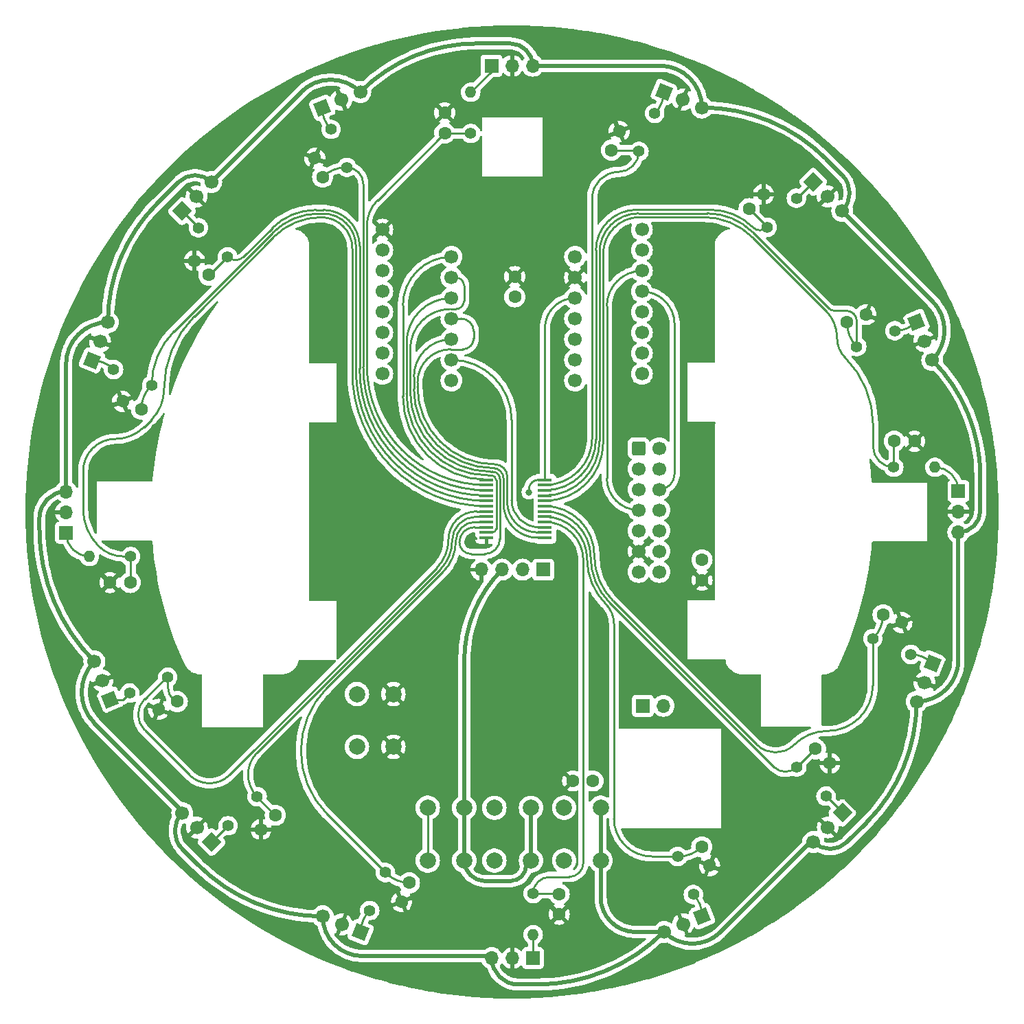
<source format=gbr>
%TF.GenerationSoftware,KiCad,Pcbnew,7.0.9*%
%TF.CreationDate,2025-05-06T13:14:23+09:00*%
%TF.ProjectId,IR_board_syuuseibann,49525f62-6f61-4726-945f-737975757365,rev?*%
%TF.SameCoordinates,Original*%
%TF.FileFunction,Copper,L1,Top*%
%TF.FilePolarity,Positive*%
%FSLAX46Y46*%
G04 Gerber Fmt 4.6, Leading zero omitted, Abs format (unit mm)*
G04 Created by KiCad (PCBNEW 7.0.9) date 2025-05-06 13:14:23*
%MOMM*%
%LPD*%
G01*
G04 APERTURE LIST*
G04 Aperture macros list*
%AMRoundRect*
0 Rectangle with rounded corners*
0 $1 Rounding radius*
0 $2 $3 $4 $5 $6 $7 $8 $9 X,Y pos of 4 corners*
0 Add a 4 corners polygon primitive as box body*
4,1,4,$2,$3,$4,$5,$6,$7,$8,$9,$2,$3,0*
0 Add four circle primitives for the rounded corners*
1,1,$1+$1,$2,$3*
1,1,$1+$1,$4,$5*
1,1,$1+$1,$6,$7*
1,1,$1+$1,$8,$9*
0 Add four rect primitives between the rounded corners*
20,1,$1+$1,$2,$3,$4,$5,0*
20,1,$1+$1,$4,$5,$6,$7,0*
20,1,$1+$1,$6,$7,$8,$9,0*
20,1,$1+$1,$8,$9,$2,$3,0*%
%AMHorizOval*
0 Thick line with rounded ends*
0 $1 width*
0 $2 $3 position (X,Y) of the first rounded end (center of the circle)*
0 $4 $5 position (X,Y) of the second rounded end (center of the circle)*
0 Add line between two ends*
20,1,$1,$2,$3,$4,$5,0*
0 Add two circle primitives to create the rounded ends*
1,1,$1,$2,$3*
1,1,$1,$4,$5*%
%AMRotRect*
0 Rectangle, with rotation*
0 The origin of the aperture is its center*
0 $1 length*
0 $2 width*
0 $3 Rotation angle, in degrees counterclockwise*
0 Add horizontal line*
21,1,$1,$2,0,0,$3*%
G04 Aperture macros list end*
%TA.AperFunction,ComponentPad*%
%ADD10R,1.700000X1.700000*%
%TD*%
%TA.AperFunction,ComponentPad*%
%ADD11O,1.700000X1.700000*%
%TD*%
%TA.AperFunction,ComponentPad*%
%ADD12C,1.600000*%
%TD*%
%TA.AperFunction,ComponentPad*%
%ADD13C,1.400000*%
%TD*%
%TA.AperFunction,ComponentPad*%
%ADD14HorizOval,1.400000X0.000000X0.000000X0.000000X0.000000X0*%
%TD*%
%TA.AperFunction,ComponentPad*%
%ADD15HorizOval,1.400000X0.000000X0.000000X0.000000X0.000000X0*%
%TD*%
%TA.AperFunction,ComponentPad*%
%ADD16HorizOval,1.400000X0.000000X0.000000X0.000000X0.000000X0*%
%TD*%
%TA.AperFunction,ComponentPad*%
%ADD17HorizOval,1.400000X0.000000X0.000000X0.000000X0.000000X0*%
%TD*%
%TA.AperFunction,ComponentPad*%
%ADD18RotRect,1.700000X1.700000X135.000000*%
%TD*%
%TA.AperFunction,ComponentPad*%
%ADD19HorizOval,1.700000X0.000000X0.000000X0.000000X0.000000X0*%
%TD*%
%TA.AperFunction,ComponentPad*%
%ADD20RotRect,1.700000X1.700000X45.000000*%
%TD*%
%TA.AperFunction,ComponentPad*%
%ADD21HorizOval,1.700000X0.000000X0.000000X0.000000X0.000000X0*%
%TD*%
%TA.AperFunction,ComponentPad*%
%ADD22RotRect,1.700000X1.700000X292.500000*%
%TD*%
%TA.AperFunction,ComponentPad*%
%ADD23HorizOval,1.700000X0.000000X0.000000X0.000000X0.000000X0*%
%TD*%
%TA.AperFunction,ComponentPad*%
%ADD24C,2.000000*%
%TD*%
%TA.AperFunction,ComponentPad*%
%ADD25HorizOval,1.400000X0.000000X0.000000X0.000000X0.000000X0*%
%TD*%
%TA.AperFunction,ComponentPad*%
%ADD26RotRect,1.700000X1.700000X22.500000*%
%TD*%
%TA.AperFunction,ComponentPad*%
%ADD27HorizOval,1.700000X0.000000X0.000000X0.000000X0.000000X0*%
%TD*%
%TA.AperFunction,ComponentPad*%
%ADD28RotRect,1.700000X1.700000X157.500000*%
%TD*%
%TA.AperFunction,ComponentPad*%
%ADD29HorizOval,1.700000X0.000000X0.000000X0.000000X0.000000X0*%
%TD*%
%TA.AperFunction,ComponentPad*%
%ADD30HorizOval,1.400000X0.000000X0.000000X0.000000X0.000000X0*%
%TD*%
%TA.AperFunction,ComponentPad*%
%ADD31RotRect,1.700000X1.700000X202.500000*%
%TD*%
%TA.AperFunction,ComponentPad*%
%ADD32HorizOval,1.700000X0.000000X0.000000X0.000000X0.000000X0*%
%TD*%
%TA.AperFunction,ComponentPad*%
%ADD33HorizOval,1.400000X0.000000X0.000000X0.000000X0.000000X0*%
%TD*%
%TA.AperFunction,ComponentPad*%
%ADD34HorizOval,1.400000X0.000000X0.000000X0.000000X0.000000X0*%
%TD*%
%TA.AperFunction,ComponentPad*%
%ADD35HorizOval,1.400000X0.000000X0.000000X0.000000X0.000000X0*%
%TD*%
%TA.AperFunction,ComponentPad*%
%ADD36O,1.400000X1.400000*%
%TD*%
%TA.AperFunction,ComponentPad*%
%ADD37RotRect,1.700000X1.700000X315.000000*%
%TD*%
%TA.AperFunction,ComponentPad*%
%ADD38HorizOval,1.700000X0.000000X0.000000X0.000000X0.000000X0*%
%TD*%
%TA.AperFunction,ComponentPad*%
%ADD39RotRect,1.700000X1.700000X67.500000*%
%TD*%
%TA.AperFunction,ComponentPad*%
%ADD40HorizOval,1.700000X0.000000X0.000000X0.000000X0.000000X0*%
%TD*%
%TA.AperFunction,ComponentPad*%
%ADD41RoundRect,0.250000X-0.600000X-0.600000X0.600000X-0.600000X0.600000X0.600000X-0.600000X0.600000X0*%
%TD*%
%TA.AperFunction,ComponentPad*%
%ADD42C,1.700000*%
%TD*%
%TA.AperFunction,ComponentPad*%
%ADD43RotRect,1.700000X1.700000X112.500000*%
%TD*%
%TA.AperFunction,ComponentPad*%
%ADD44HorizOval,1.700000X0.000000X0.000000X0.000000X0.000000X0*%
%TD*%
%TA.AperFunction,ComponentPad*%
%ADD45RotRect,1.700000X1.700000X337.500000*%
%TD*%
%TA.AperFunction,ComponentPad*%
%ADD46HorizOval,1.700000X0.000000X0.000000X0.000000X0.000000X0*%
%TD*%
%TA.AperFunction,ComponentPad*%
%ADD47HorizOval,1.400000X0.000000X0.000000X0.000000X0.000000X0*%
%TD*%
%TA.AperFunction,ComponentPad*%
%ADD48HorizOval,1.400000X0.000000X0.000000X0.000000X0.000000X0*%
%TD*%
%TA.AperFunction,ComponentPad*%
%ADD49HorizOval,1.400000X0.000000X0.000000X0.000000X0.000000X0*%
%TD*%
%TA.AperFunction,ComponentPad*%
%ADD50RotRect,1.700000X1.700000X225.000000*%
%TD*%
%TA.AperFunction,ComponentPad*%
%ADD51HorizOval,1.700000X0.000000X0.000000X0.000000X0.000000X0*%
%TD*%
%TA.AperFunction,SMDPad,CuDef*%
%ADD52R,1.750000X0.450000*%
%TD*%
%TA.AperFunction,ComponentPad*%
%ADD53RotRect,1.700000X1.700000X247.500000*%
%TD*%
%TA.AperFunction,ComponentPad*%
%ADD54HorizOval,1.700000X0.000000X0.000000X0.000000X0.000000X0*%
%TD*%
%TA.AperFunction,ViaPad*%
%ADD55C,0.800000*%
%TD*%
%TA.AperFunction,Conductor*%
%ADD56C,0.250000*%
%TD*%
%TA.AperFunction,Conductor*%
%ADD57C,0.500000*%
%TD*%
G04 APERTURE END LIST*
D10*
%TO.P,U17,1,OUT*%
%TO.N,IRout15*%
X138341699Y-164755716D03*
D11*
%TO.P,U17,2,GND*%
%TO.N,GND*%
X135801699Y-164755716D03*
%TO.P,U17,3,Vin*%
%TO.N,+3.3V*%
X133261699Y-164755716D03*
%TD*%
D12*
%TO.P,C4,1*%
%TO.N,D1*%
X106581975Y-147143010D03*
%TO.P,C4,2*%
%TO.N,GND*%
X104814208Y-148910777D03*
%TD*%
%TO.P,C9,1*%
%TO.N,D10*%
X177076399Y-86380620D03*
%TO.P,C9,2*%
%TO.N,GND*%
X179386098Y-85423911D03*
%TD*%
D13*
%TO.P,R6,1*%
%TO.N,D5*%
X100698859Y-78312233D03*
D14*
%TO.P,R6,2*%
%TO.N,IRout5*%
X97106757Y-74720131D03*
%TD*%
D13*
%TO.P,R9,1*%
%TO.N,D10*%
X178258619Y-89365407D03*
D15*
%TO.P,R9,2*%
%TO.N,IRout10*%
X182951927Y-87421375D03*
%TD*%
D13*
%TO.P,R11,1*%
%TO.N,D8*%
X151404090Y-65303441D03*
D16*
%TO.P,R11,2*%
%TO.N,IRout8*%
X153348122Y-60610133D03*
%TD*%
D12*
%TO.P,C5,1*%
%TO.N,D4*%
X90064116Y-97079129D03*
%TO.P,C5,2*%
%TO.N,GND*%
X87754417Y-96122420D03*
%TD*%
D10*
%TO.P,U5,1,OUT*%
%TO.N,IRout3*%
X80780983Y-112306415D03*
D11*
%TO.P,U5,2,GND*%
%TO.N,GND*%
X80780983Y-109766415D03*
%TO.P,U5,3,Vin*%
%TO.N,+3.3V*%
X80780983Y-107226415D03*
%TD*%
D13*
%TO.P,R4,1*%
%TO.N,D1*%
X104347516Y-144837840D03*
D17*
%TO.P,R4,2*%
%TO.N,IRout1*%
X100755414Y-148429942D03*
%TD*%
D18*
%TO.P,U7,1,OUT*%
%TO.N,IRout5*%
X95084418Y-72663452D03*
D19*
%TO.P,U7,2,GND*%
%TO.N,GND*%
X96880469Y-70867401D03*
%TO.P,U7,3,Vin*%
%TO.N,+3.3V*%
X98676520Y-69071350D03*
%TD*%
D10*
%TO.P,U13,1,OUT*%
%TO.N,IRout11*%
X190791000Y-107195000D03*
D11*
%TO.P,U13,2,GND*%
%TO.N,GND*%
X190791000Y-109735000D03*
%TO.P,U13,3,Vin*%
%TO.N,+3.3V*%
X190791000Y-112275000D03*
%TD*%
D10*
%TO.P,J1,1,Pin_1*%
%TO.N,SDA_LCD*%
X139606000Y-116870000D03*
D11*
%TO.P,J1,2,Pin_2*%
%TO.N,SCL_LCD*%
X137066000Y-116870000D03*
%TO.P,J1,3,Pin_3*%
%TO.N,+3.3V*%
X134526000Y-116870000D03*
%TO.P,J1,4,Pin_4*%
%TO.N,GND*%
X131986000Y-116870000D03*
%TD*%
D20*
%TO.P,U11,1,OUT*%
%TO.N,IRout9*%
X172873247Y-69049135D03*
D21*
%TO.P,U11,2,GND*%
%TO.N,GND*%
X174669298Y-70845186D03*
%TO.P,U11,3,Vin*%
%TO.N,+3.3V*%
X176465349Y-72641237D03*
%TD*%
D12*
%TO.P,C14,1*%
%TO.N,D13*%
X173178292Y-138954725D03*
%TO.P,C14,2*%
%TO.N,GND*%
X174946059Y-140722492D03*
%TD*%
D22*
%TO.P,U16,1,OUT*%
%TO.N,IRout14*%
X159196663Y-159590682D03*
D23*
%TO.P,U16,2,GND*%
%TO.N,GND*%
X156850009Y-160562698D03*
%TO.P,U16,3,Vin*%
%TO.N,+3.3V*%
X154503355Y-161534714D03*
%TD*%
D24*
%TO.P,\u25B6,1*%
%TO.N,LCD-TeensyD10*%
X125376000Y-152720000D03*
X125376000Y-146220000D03*
%TO.P,\u25B6,2*%
%TO.N,+3.3V*%
X129876000Y-152720000D03*
X129876000Y-146220000D03*
%TD*%
D12*
%TO.P,C1,1*%
%TO.N,D2*%
X94495584Y-133120797D03*
%TO.P,C1,2*%
%TO.N,GND*%
X92185885Y-134077506D03*
%TD*%
D10*
%TO.P,SW4,1*%
%TO.N,+3.3V*%
X151891000Y-133650000D03*
D11*
%TO.P,SW4,2*%
%TO.N,switch*%
X154431000Y-133650000D03*
%TD*%
D12*
%TO.P,C17,1*%
%TO.N,+5V*%
X159180000Y-115660000D03*
%TO.P,C17,2*%
%TO.N,GND*%
X159180000Y-118160000D03*
%TD*%
D10*
%TO.P,U9,1,OUT*%
%TO.N,IRout7*%
X133230283Y-54745699D03*
D11*
%TO.P,U9,2,GND*%
%TO.N,GND*%
X135770283Y-54745699D03*
%TO.P,U9,3,Vin*%
%TO.N,+3.3V*%
X138310283Y-54745699D03*
%TD*%
D13*
%TO.P,R7,1*%
%TO.N,D6*%
X115400691Y-67278080D03*
D25*
%TO.P,R7,2*%
%TO.N,IRout6*%
X113456659Y-62584772D03*
%TD*%
D26*
%TO.P,U12,1,OUT*%
%TO.N,IRout10*%
X185625965Y-86340036D03*
D27*
%TO.P,U12,2,GND*%
%TO.N,GND*%
X186597981Y-88686690D03*
%TO.P,U12,3,Vin*%
%TO.N,+3.3V*%
X187569997Y-91033344D03*
%TD*%
D28*
%TO.P,U6,1,OUT*%
%TO.N,IRout4*%
X83989963Y-91062368D03*
D29*
%TO.P,U6,2,GND*%
%TO.N,GND*%
X84961979Y-88715714D03*
%TO.P,U6,3,Vin*%
%TO.N,+3.3V*%
X85933995Y-86369060D03*
%TD*%
D12*
%TO.P,C6,1*%
%TO.N,D5*%
X98393690Y-80546691D03*
%TO.P,C6,2*%
%TO.N,GND*%
X96625923Y-78778924D03*
%TD*%
%TO.P,C15,1*%
%TO.N,D14*%
X159156079Y-151041116D03*
%TO.P,C15,2*%
%TO.N,GND*%
X160112788Y-153350815D03*
%TD*%
%TO.P,C12,1*%
%TO.N,D9*%
X164990008Y-72358407D03*
%TO.P,C12,2*%
%TO.N,GND*%
X166757775Y-70590640D03*
%TD*%
%TO.P,C10,1*%
%TO.N,D11*%
X182875999Y-101030000D03*
%TO.P,C10,2*%
%TO.N,GND*%
X185375999Y-101030000D03*
%TD*%
D13*
%TO.P,R14,1*%
%TO.N,D13*%
X170873124Y-141189183D03*
D30*
%TO.P,R14,2*%
%TO.N,IRout13*%
X174465226Y-144781285D03*
%TD*%
D31*
%TO.P,U4,1,OUT*%
%TO.N,IRout2*%
X86223016Y-132884381D03*
D32*
%TO.P,U4,2,GND*%
%TO.N,GND*%
X85251000Y-130537727D03*
%TO.P,U4,3,Vin*%
%TO.N,+3.3V*%
X84278984Y-128191073D03*
%TD*%
D13*
%TO.P,R13,1*%
%TO.N,D12*%
X180233259Y-125368807D03*
D33*
%TO.P,R13,2*%
%TO.N,IRout12*%
X184926567Y-127312839D03*
%TD*%
D13*
%TO.P,R1,1*%
%TO.N,D2*%
X93313363Y-130136008D03*
D34*
%TO.P,R1,2*%
%TO.N,IRout2*%
X88620055Y-132080040D03*
%TD*%
D13*
%TO.P,R3,1*%
%TO.N,D0*%
X120167892Y-154197975D03*
D35*
%TO.P,R3,2*%
%TO.N,IRout0*%
X118223860Y-158891283D03*
%TD*%
D12*
%TO.P,C7,1*%
%TO.N,D6*%
X112415903Y-68460300D03*
%TO.P,C7,2*%
%TO.N,GND*%
X111459194Y-66150601D03*
%TD*%
D13*
%TO.P,R8,1*%
%TO.N,D7*%
X130676000Y-63090000D03*
D36*
%TO.P,R8,2*%
%TO.N,IRout7*%
X130676000Y-58010000D03*
%TD*%
D37*
%TO.P,U15,1,OUT*%
%TO.N,IRout13*%
X176487564Y-146837964D03*
D38*
%TO.P,U15,2,GND*%
%TO.N,GND*%
X174691513Y-148634015D03*
%TO.P,U15,3,Vin*%
%TO.N,+3.3V*%
X172895462Y-150430066D03*
%TD*%
D39*
%TO.P,U10,1,OUT*%
%TO.N,IRout8*%
X154474330Y-57954680D03*
D40*
%TO.P,U10,2,GND*%
%TO.N,GND*%
X156820984Y-58926696D03*
%TO.P,U10,3,Vin*%
%TO.N,+3.3V*%
X159167638Y-59898712D03*
%TD*%
D12*
%TO.P,C16,1*%
%TO.N,D15*%
X141575984Y-156841416D03*
%TO.P,C16,2*%
%TO.N,GND*%
X141575984Y-159341416D03*
%TD*%
D41*
%TO.P,J2,1,Pin_1*%
%TO.N,unconnected-(J2-Pin_1-Pad1)*%
X151360000Y-101900000D03*
D42*
%TO.P,J2,2,Pin_2*%
%TO.N,SCL_LCD*%
X153900000Y-101900000D03*
%TO.P,J2,3,Pin_3*%
%TO.N,SDA_LCD*%
X151360000Y-104440000D03*
%TO.P,J2,4,Pin_4*%
%TO.N,TX_Boll*%
X153900000Y-104440000D03*
%TO.P,J2,5,Pin_5*%
%TO.N,RX_Boll*%
X151360000Y-106980000D03*
%TO.P,J2,6,Pin_6*%
%TO.N,TX_camera*%
X153900000Y-106980000D03*
%TO.P,J2,7,Pin_7*%
%TO.N,RX_camera*%
X151360000Y-109520000D03*
%TO.P,J2,8,Pin_8*%
%TO.N,LCD-TeensyD10*%
X153900000Y-109520000D03*
%TO.P,J2,9,Pin_9*%
%TO.N,LCD-TeensyD11*%
X151360000Y-112060000D03*
%TO.P,J2,10,Pin_10*%
%TO.N,LCD-TeensyD12*%
X153900000Y-112060000D03*
%TO.P,J2,11,Pin_11*%
%TO.N,GND*%
X151360000Y-114600000D03*
%TO.P,J2,12,Pin_12*%
%TO.N,+3.3V*%
X153900000Y-114600000D03*
%TO.P,J2,13,Pin_13*%
%TO.N,switch*%
X151360000Y-117140000D03*
%TO.P,J2,14,Pin_14*%
%TO.N,+5V*%
X153900000Y-117140000D03*
%TD*%
D43*
%TO.P,U8,1,OUT*%
%TO.N,IRout6*%
X112361460Y-59916472D03*
D44*
%TO.P,U8,2,GND*%
%TO.N,GND*%
X114708114Y-58944456D03*
%TO.P,U8,3,Vin*%
%TO.N,+3.3V*%
X117054768Y-57972440D03*
%TD*%
D45*
%TO.P,U14,1,OUT*%
%TO.N,IRout12*%
X187582020Y-128439047D03*
D46*
%TO.P,U14,2,GND*%
%TO.N,GND*%
X186610004Y-130785701D03*
%TO.P,U14,3,Vin*%
%TO.N,+3.3V*%
X185637988Y-133132355D03*
%TD*%
D12*
%TO.P,C3,1*%
%TO.N,D0*%
X123114413Y-155472584D03*
%TO.P,C3,2*%
%TO.N,GND*%
X122157704Y-157782283D03*
%TD*%
D13*
%TO.P,R10,1*%
%TO.N,D11*%
X182826000Y-104240000D03*
D36*
%TO.P,R10,2*%
%TO.N,IRout11*%
X187906000Y-104240000D03*
%TD*%
D12*
%TO.P,C19,1*%
%TO.N,GND*%
X143240000Y-142910000D03*
%TO.P,C19,2*%
%TO.N,+3.3V*%
X145740000Y-142910000D03*
%TD*%
D13*
%TO.P,R12,1*%
%TO.N,D9*%
X167224466Y-74663575D03*
D47*
%TO.P,R12,2*%
%TO.N,IRout9*%
X170816568Y-71071473D03*
%TD*%
D13*
%TO.P,R16,1*%
%TO.N,D15*%
X138365982Y-156791416D03*
D36*
%TO.P,R16,2*%
%TO.N,IRout15*%
X138365982Y-161871416D03*
%TD*%
D12*
%TO.P,C18,1*%
%TO.N,GND*%
X136100000Y-80740000D03*
%TO.P,C18,2*%
%TO.N,+3.3V*%
X136100000Y-83240000D03*
%TD*%
D13*
%TO.P,R15,1*%
%TO.N,D14*%
X156171292Y-152223336D03*
D48*
%TO.P,R15,2*%
%TO.N,IRout14*%
X158115324Y-156916644D03*
%TD*%
D13*
%TO.P,R5,1*%
%TO.N,D4*%
X91338724Y-94132609D03*
D49*
%TO.P,R5,2*%
%TO.N,IRout4*%
X86645416Y-92188577D03*
%TD*%
D12*
%TO.P,C2,1*%
%TO.N,D3*%
X88695283Y-118450001D03*
%TO.P,C2,2*%
%TO.N,GND*%
X86195283Y-118450001D03*
%TD*%
D42*
%TO.P,U1,1,PA02_A0_D0*%
%TO.N,Data_IR_sensor*%
X128296000Y-78300000D03*
%TO.P,U1,2,PA4_A1_D1*%
%TO.N,S0*%
X128296000Y-80840000D03*
%TO.P,U1,3,PA10_A2_D2*%
%TO.N,S1*%
X128296000Y-83380000D03*
%TO.P,U1,4,PA11_A3_D3*%
%TO.N,S2*%
X128296000Y-85920000D03*
%TO.P,U1,5,PA8_A4_D4_SDA*%
%TO.N,S3*%
X128296000Y-88460000D03*
%TO.P,U1,6,PA9_A5_D5_SCL*%
%TO.N,E*%
X128296000Y-91000000D03*
%TO.P,U1,7,PB08_A6_D6_TX*%
%TO.N,TX_Boll*%
X128296000Y-93540000D03*
%TO.P,U1,8,PB09_A7_D7_RX*%
%TO.N,RX_Boll*%
X143536000Y-93540000D03*
%TO.P,U1,9,PA7_A8_D8_SCK*%
%TO.N,unconnected-(U1-PA7_A8_D8_SCK-Pad9)*%
X143536000Y-91000000D03*
%TO.P,U1,10,PA5_A9_D9_MISO*%
%TO.N,unconnected-(U1-PA5_A9_D9_MISO-Pad10)*%
X143536000Y-88460000D03*
%TO.P,U1,11,PA6_A10_D10_MOSI*%
%TO.N,unconnected-(U1-PA6_A10_D10_MOSI-Pad11)*%
X143536000Y-85920000D03*
%TO.P,U1,12,3V3*%
%TO.N,+3.3V*%
X143536000Y-83380000D03*
%TO.P,U1,13,GND*%
%TO.N,GND*%
X143536000Y-80840000D03*
%TO.P,U1,14,5V*%
%TO.N,+5V*%
X143536000Y-78300000D03*
%TD*%
D12*
%TO.P,C13,1*%
%TO.N,D12*%
X181507866Y-122422288D03*
%TO.P,C13,2*%
%TO.N,GND*%
X183817565Y-123378997D03*
%TD*%
D24*
%TO.P,enter,1*%
%TO.N,LCD-TeensyD12*%
X133596000Y-152730000D03*
X133596000Y-146230000D03*
%TO.P,enter,2*%
%TO.N,+3.3V*%
X138096000Y-152730000D03*
X138096000Y-146230000D03*
%TD*%
D12*
%TO.P,C11,1*%
%TO.N,D8*%
X148021646Y-65154850D03*
%TO.P,C11,2*%
%TO.N,GND*%
X148978355Y-62845151D03*
%TD*%
D13*
%TO.P,R2,1*%
%TO.N,D3*%
X88745283Y-115240000D03*
D36*
%TO.P,R2,2*%
%TO.N,IRout3*%
X83665283Y-115240000D03*
%TD*%
D12*
%TO.P,C8,1*%
%TO.N,D7*%
X127466000Y-63040000D03*
%TO.P,C8,2*%
%TO.N,GND*%
X127466000Y-60540000D03*
%TD*%
D50*
%TO.P,U3,1,OUT*%
%TO.N,IRout1*%
X98698735Y-150452280D03*
D51*
%TO.P,U3,2,GND*%
%TO.N,GND*%
X96902684Y-148656229D03*
%TO.P,U3,3,Vin*%
%TO.N,+3.3V*%
X95106633Y-146860178D03*
%TD*%
D42*
%TO.P,U19,1,mosi*%
%TO.N,unconnected-(U19-mosi-Pad1)*%
X151770000Y-92731000D03*
%TO.P,U19,2,sclk*%
%TO.N,unconnected-(U19-sclk-Pad2)*%
X151770000Y-90191000D03*
%TO.P,U19,3,miso*%
%TO.N,unconnected-(U19-miso-Pad3)*%
X151770000Y-87651000D03*
%TO.P,U19,4,ss*%
%TO.N,unconnected-(U19-ss-Pad4)*%
X151770000Y-85111000D03*
%TO.P,U19,5,txo/scl*%
%TO.N,TX_camera*%
X151770000Y-82571000D03*
%TO.P,U19,6,rxd/sca*%
%TO.N,RX_camera*%
X151770000Y-80031000D03*
%TO.P,U19,7,adc/dac*%
%TO.N,unconnected-(U19-adc{slash}dac-Pad7)*%
X151770000Y-77491000D03*
%TO.P,U19,8,3.3v*%
%TO.N,unconnected-(U19-3.3v-Pad8)*%
X151770000Y-74951000D03*
%TO.P,U19,9,rst*%
%TO.N,RST*%
X119770000Y-92731000D03*
%TO.P,U19,10,boot*%
%TO.N,unconnected-(U19-boot-Pad10)*%
X119770000Y-90191000D03*
%TO.P,U19,11,syn*%
%TO.N,unconnected-(U19-syn-Pad11)*%
X119770000Y-87651000D03*
%TO.P,U19,12,seru03*%
%TO.N,unconnected-(U19-seru03-Pad12)*%
X119770000Y-85111000D03*
%TO.P,U19,13,seru02*%
%TO.N,unconnected-(U19-seru02-Pad13)*%
X119770000Y-82571000D03*
%TO.P,U19,14,seru01*%
%TO.N,unconnected-(U19-seru01-Pad14)*%
X119770000Y-80031000D03*
%TO.P,U19,15,vin*%
%TO.N,+5V*%
X119770000Y-77491000D03*
%TO.P,U19,16,GND*%
%TO.N,GND*%
X119770000Y-74951000D03*
%TD*%
D52*
%TO.P,U18,1,COM*%
%TO.N,Data_IR_sensor*%
X132616000Y-105785000D03*
%TO.P,U18,2,I7*%
%TO.N,D7*%
X132616000Y-106435000D03*
%TO.P,U18,3,I6*%
%TO.N,D6*%
X132616000Y-107085000D03*
%TO.P,U18,4,I5*%
%TO.N,D5*%
X132616000Y-107735000D03*
%TO.P,U18,5,I4*%
%TO.N,D4*%
X132616000Y-108385000D03*
%TO.P,U18,6,I3*%
%TO.N,D3*%
X132616000Y-109035000D03*
%TO.P,U18,7,I2*%
%TO.N,D2*%
X132616000Y-109685000D03*
%TO.P,U18,8,I1*%
%TO.N,D1*%
X132616000Y-110335000D03*
%TO.P,U18,9,I0*%
%TO.N,D0*%
X132616000Y-110985000D03*
%TO.P,U18,10,S0*%
%TO.N,S0*%
X132616000Y-111635000D03*
%TO.P,U18,11,S1*%
%TO.N,S1*%
X132616000Y-112285000D03*
%TO.P,U18,12,GND*%
%TO.N,GND*%
X132616000Y-112935000D03*
%TO.P,U18,13,S3*%
%TO.N,S3*%
X139816000Y-112935000D03*
%TO.P,U18,14,S2*%
%TO.N,S2*%
X139816000Y-112285000D03*
%TO.P,U18,15,~{E}*%
%TO.N,E*%
X139816000Y-111635000D03*
%TO.P,U18,16,I15*%
%TO.N,D15*%
X139816000Y-110985000D03*
%TO.P,U18,17,I14*%
%TO.N,D14*%
X139816000Y-110335000D03*
%TO.P,U18,18,I13*%
%TO.N,D13*%
X139816000Y-109685000D03*
%TO.P,U18,19,I12*%
%TO.N,D12*%
X139816000Y-109035000D03*
%TO.P,U18,20,I11*%
%TO.N,D11*%
X139816000Y-108385000D03*
%TO.P,U18,21,I10*%
%TO.N,D10*%
X139816000Y-107735000D03*
%TO.P,U18,22,I9*%
%TO.N,D9*%
X139816000Y-107085000D03*
%TO.P,U18,23,I8*%
%TO.N,D8*%
X139816000Y-106435000D03*
%TO.P,U18,24,VCC*%
%TO.N,+3.3V*%
X139816000Y-105785000D03*
%TD*%
D24*
%TO.P,SW3,2*%
%TO.N,+3.3V*%
X146686000Y-146220000D03*
X146686000Y-152720000D03*
%TO.P,SW3,1*%
%TO.N,LCD-TeensyD11*%
X142186000Y-146220000D03*
X142186000Y-152720000D03*
%TD*%
D53*
%TO.P,U2,1,OUT*%
%TO.N,IRout0*%
X117111510Y-161552477D03*
D54*
%TO.P,U2,2,GND*%
%TO.N,GND*%
X114764856Y-160580461D03*
%TO.P,U2,3,Vin*%
%TO.N,+3.3V*%
X112418202Y-159608445D03*
%TD*%
D24*
%TO.P,RST,1*%
%TO.N,RST*%
X116646000Y-138700000D03*
X116646000Y-132200000D03*
%TO.P,RST,2*%
%TO.N,GND*%
X121146000Y-138700000D03*
X121146000Y-132200000D03*
%TD*%
D55*
%TO.N,GND*%
X87010000Y-135390000D03*
X148660000Y-79260000D03*
X98730000Y-66190000D03*
X141720000Y-121320000D03*
X95200000Y-89780000D03*
X153140000Y-123740000D03*
X112660000Y-128660000D03*
X114790000Y-126600000D03*
X190180000Y-90910000D03*
X79920000Y-115310000D03*
X130670000Y-113510000D03*
X123480000Y-84030000D03*
X140040000Y-52840000D03*
X147420000Y-110520000D03*
X132930000Y-137010000D03*
X187240000Y-135030000D03*
X134570000Y-100980000D03*
X120210000Y-162580000D03*
X118140000Y-122920000D03*
X83890000Y-84430000D03*
X131120000Y-102130000D03*
X178900000Y-72530000D03*
X124400000Y-88910000D03*
X139110000Y-84470000D03*
X160920000Y-58020000D03*
X130080000Y-92350000D03*
X92600000Y-146550000D03*
X160570000Y-75000000D03*
X110880000Y-161780000D03*
X150530000Y-162960000D03*
X135700000Y-118820000D03*
X126230000Y-91550000D03*
X149150000Y-152770000D03*
X148980000Y-115180000D03*
X131480000Y-166850000D03*
X145600000Y-108150000D03*
X192940000Y-114070000D03*
X81940000Y-128220000D03*
X91710000Y-99310000D03*
X150630000Y-99820000D03*
X117090000Y-55440000D03*
X145700000Y-121180000D03*
X141190000Y-101970000D03*
X78880000Y-105530000D03*
X173240000Y-152940000D03*
X150250000Y-125280000D03*
X118100000Y-102980000D03*
X154640000Y-164870000D03*
X128260000Y-109690000D03*
X110480000Y-74990000D03*
%TO.N,+3.3V*%
X137840000Y-107310000D03*
%TD*%
D56*
%TO.N,+3.3V*%
X154503355Y-161534714D02*
X154465286Y-161534714D01*
X139816000Y-87100004D02*
X139816000Y-105785000D01*
D57*
X91981948Y-71768052D02*
X94678660Y-69071340D01*
X129876000Y-128096079D02*
X129876000Y-146220000D01*
X80780983Y-107226415D02*
X80780983Y-91522078D01*
X154503355Y-161534714D02*
X150985147Y-161534716D01*
X176465349Y-72641237D02*
X187570009Y-83745898D01*
D56*
X95106633Y-146860178D02*
X95106633Y-146606633D01*
D57*
X138856681Y-168000000D02*
X136505986Y-168000000D01*
X132406004Y-155250000D02*
X135576002Y-155250000D01*
X138310283Y-54745699D02*
X154014633Y-54745699D01*
X133005983Y-164500000D02*
X117309755Y-164500000D01*
D56*
X133261699Y-164755716D02*
X133005983Y-164500000D01*
X172895462Y-150430066D02*
X172569934Y-150430066D01*
X137500000Y-153326000D02*
X138096000Y-152730000D01*
D57*
X146686000Y-157235572D02*
X146686000Y-152720000D01*
X172569934Y-150430066D02*
X161465279Y-161534722D01*
D56*
X137840000Y-107310000D02*
X137840000Y-106981518D01*
D57*
X193500000Y-105349657D02*
X193500000Y-109566002D01*
X174499262Y-66249262D02*
X176465355Y-68215355D01*
X129876000Y-152720000D02*
X129876000Y-146220000D01*
X138096000Y-152730000D02*
X138096000Y-146230000D01*
X146686000Y-152720000D02*
X146686000Y-146220000D01*
X97037670Y-153237671D02*
X95106634Y-151306635D01*
X179465212Y-148034788D02*
X177069936Y-150430064D01*
X190791000Y-112275000D02*
X190791000Y-127979359D01*
X77500000Y-111825263D02*
X77500000Y-110507392D01*
X95106633Y-146606633D02*
X84278982Y-135778983D01*
X98676520Y-69071350D02*
X109775432Y-57972438D01*
X131473482Y-52000000D02*
X135564578Y-52000000D01*
D56*
X139036518Y-105785000D02*
X139816000Y-105785000D01*
D57*
X80780983Y-107226400D02*
G75*
G03*
X77500000Y-110507392I17J-3281000D01*
G01*
X193499996Y-105349657D02*
G75*
G03*
X187569997Y-91033344I-20246336J7D01*
G01*
X84278985Y-128191074D02*
G75*
G03*
X84278982Y-135778983I3793955J-3793956D01*
G01*
X112418200Y-159608445D02*
G75*
G03*
X117309755Y-164500000I4891500J-55D01*
G01*
X187569981Y-91033328D02*
G75*
G03*
X187570008Y-83745899I-3643681J3643728D01*
G01*
X95106627Y-146860172D02*
G75*
G03*
X95106634Y-151306635I2223273J-2223228D01*
G01*
X85933995Y-86369063D02*
G75*
G03*
X80780983Y-91522078I5J-5153017D01*
G01*
X134526002Y-116870002D02*
G75*
G03*
X129876000Y-128096079I11226098J-11226098D01*
G01*
X176465355Y-72641243D02*
G75*
G03*
X176465354Y-68215356I-2212955J2212943D01*
G01*
D56*
X139036518Y-105785000D02*
G75*
G03*
X137840000Y-106981518I-18J-1196500D01*
G01*
D57*
X129876000Y-152720000D02*
G75*
G03*
X132406004Y-155250000I2530000J0D01*
G01*
X133261700Y-164755716D02*
G75*
G03*
X136505986Y-168000000I3244300J16D01*
G01*
X174499263Y-66249261D02*
G75*
G03*
X159167638Y-59898712I-15331563J-15331539D01*
G01*
X117054769Y-57972439D02*
G75*
G03*
X109775432Y-57972438I-3639669J-3639661D01*
G01*
X146685984Y-157235572D02*
G75*
G03*
X150985147Y-161534716I4299116J-28D01*
G01*
X77499997Y-111825263D02*
G75*
G03*
X84278984Y-128191073I23144643J3D01*
G01*
X135576002Y-155250000D02*
G75*
G03*
X137500000Y-153326000I-2J1924000D01*
G01*
X97037688Y-153237653D02*
G75*
G03*
X112418202Y-159608445I15380412J15380353D01*
G01*
D56*
X143536000Y-83380000D02*
G75*
G03*
X139816000Y-87100004I0J-3720000D01*
G01*
D57*
X179465220Y-148034796D02*
G75*
G03*
X185637988Y-133132355I-14902420J14902396D01*
G01*
X138310300Y-54745699D02*
G75*
G03*
X135564578Y-52000000I-2745700J-1D01*
G01*
X159167601Y-59898712D02*
G75*
G03*
X154014633Y-54745699I-5153001J12D01*
G01*
X91981947Y-71768051D02*
G75*
G03*
X85933995Y-86369060I14601053J-14601049D01*
G01*
X131473482Y-51999985D02*
G75*
G03*
X117054768Y-57972440I18J-20391115D01*
G01*
X172895464Y-150430064D02*
G75*
G03*
X177069936Y-150430064I2087236J2087264D01*
G01*
X138856681Y-167999993D02*
G75*
G03*
X154465285Y-161534713I19J22073893D01*
G01*
X185637988Y-133132400D02*
G75*
G03*
X190791000Y-127979359I12J5153000D01*
G01*
X190791000Y-112275000D02*
G75*
G03*
X193500000Y-109566002I0J2709000D01*
G01*
X154503334Y-161534735D02*
G75*
G03*
X161465279Y-161534722I3480966J3480935D01*
G01*
X98676535Y-69071335D02*
G75*
G03*
X94678660Y-69071340I-1998935J-1998965D01*
G01*
D56*
%TO.N,IRout3*%
X80780983Y-112306415D02*
X80780983Y-112355695D01*
X80781000Y-112355695D02*
G75*
G03*
X83665283Y-115240000I2884300J-5D01*
G01*
%TO.N,IRout4*%
X86600525Y-92143686D02*
X86645416Y-92188577D01*
X86600525Y-92143686D02*
G75*
G03*
X83989963Y-91062368I-2610525J-2610514D01*
G01*
%TO.N,IRout1*%
X98698735Y-150452280D02*
X100721073Y-148429942D01*
X100721073Y-148429942D02*
X100755414Y-148429942D01*
%TO.N,IRout2*%
X86223016Y-132884381D02*
X87815714Y-132884381D01*
X87815714Y-132884381D02*
X88620055Y-132080040D01*
%TO.N,IRout5*%
X95084418Y-72663452D02*
X97106757Y-74685791D01*
X97106757Y-74685791D02*
X97106757Y-74720131D01*
%TO.N,IRout6*%
X112361460Y-59916472D02*
X112361460Y-59940796D01*
X112361452Y-59940796D02*
G75*
G03*
X113456659Y-62584772I3739048J-4D01*
G01*
%TO.N,IRout7*%
X133230283Y-54745699D02*
X133230283Y-55455717D01*
X133230283Y-55455717D02*
X130676000Y-58010000D01*
%TO.N,IRout8*%
X153393034Y-60565221D02*
X153348122Y-60610133D01*
X153393004Y-60565191D02*
G75*
G03*
X154474330Y-57954680I-2610404J2610491D01*
G01*
%TO.N,D2*%
X94120797Y-133120797D02*
X94495584Y-133120797D01*
X131407004Y-109685000D02*
X132616000Y-109685000D01*
X93313363Y-130136008D02*
X93138992Y-130136008D01*
X90466885Y-136656885D02*
X95979764Y-142169764D01*
X93138992Y-130136008D02*
X90466885Y-132808115D01*
X100957444Y-142169764D02*
X126485937Y-116641271D01*
X93313363Y-130136008D02*
X93313363Y-131171531D01*
X126485961Y-116641295D02*
G75*
G03*
X127925000Y-113167004I-3474261J3474195D01*
G01*
X90466885Y-132808115D02*
G75*
G03*
X90466885Y-136656885I1924415J-1924385D01*
G01*
X93313345Y-131171531D02*
G75*
G03*
X94120798Y-133120796I2756655J31D01*
G01*
X95979765Y-142169763D02*
G75*
G03*
X100957443Y-142169763I2488839J2488840D01*
G01*
X131407004Y-109685000D02*
G75*
G03*
X127925000Y-113167004I-4J-3482000D01*
G01*
%TO.N,D3*%
X88745283Y-115240000D02*
X88745283Y-118400001D01*
X82890000Y-104725493D02*
X82890000Y-109380572D01*
X116075000Y-92494000D02*
X116075000Y-77254155D01*
X88745283Y-115240000D02*
X87887877Y-115240011D01*
X91323003Y-98366997D02*
X90406912Y-99283088D01*
X88745283Y-118400001D02*
X88695283Y-118450001D01*
X106371955Y-75858045D02*
X96597933Y-85632067D01*
X82890017Y-109380572D02*
G75*
G03*
X84784626Y-113954626I6468683J-28D01*
G01*
X86865489Y-100750000D02*
G75*
G03*
X82890000Y-104725493I11J-3975500D01*
G01*
X86865489Y-100749966D02*
G75*
G03*
X90406912Y-99283088I11J5008366D01*
G01*
X116075000Y-92494000D02*
G75*
G03*
X132616000Y-109035000I16541000J0D01*
G01*
X84784609Y-113954643D02*
G75*
G03*
X87887877Y-115240011I3103191J3103243D01*
G01*
X112245846Y-73425022D02*
G75*
G03*
X106371955Y-75858045I-46J-8306878D01*
G01*
X96597959Y-85632093D02*
G75*
G03*
X92859991Y-94656320I9024141J-9024207D01*
G01*
X116075000Y-77254155D02*
G75*
G03*
X112245846Y-73425000I-3829150J5D01*
G01*
X91323010Y-98367004D02*
G75*
G03*
X92859991Y-94656320I-3710610J3710604D01*
G01*
%TO.N,D0*%
X132616000Y-110985000D02*
X131240632Y-110985000D01*
X120260312Y-154290395D02*
X120167892Y-154197975D01*
X112967727Y-146997810D02*
X120167892Y-154197975D01*
X127287499Y-117112501D02*
X112967726Y-131432274D01*
X131240632Y-110985000D02*
G75*
G03*
X128825000Y-113400632I-32J-2415600D01*
G01*
X127287465Y-117112467D02*
G75*
G03*
X128825000Y-113400632I-3711765J3711867D01*
G01*
X120260320Y-154290387D02*
G75*
G03*
X123114413Y-155472584I2854080J2854087D01*
G01*
X112967725Y-131432273D02*
G75*
G03*
X112967727Y-146997810I7782775J-7782767D01*
G01*
%TO.N,D1*%
X106581975Y-147143010D02*
X104347516Y-144908551D01*
X132616000Y-110335000D02*
X131349307Y-110335000D01*
X104347516Y-144908551D02*
X104347516Y-144837840D01*
X126904723Y-116858881D02*
X104347500Y-139416104D01*
X126904706Y-116858864D02*
G75*
G03*
X128375000Y-113309307I-3549506J3549564D01*
G01*
X131349307Y-110335000D02*
G75*
G03*
X128375000Y-113309307I-7J-2974300D01*
G01*
X104347497Y-139416101D02*
G75*
G03*
X104347517Y-144837839I2710863J-2710859D01*
G01*
%TO.N,D4*%
X94080735Y-87512869D02*
X106280984Y-75312620D01*
X91246312Y-94225021D02*
X91338724Y-94132609D01*
X116525000Y-77043479D02*
X116525000Y-92294001D01*
X111924499Y-72975000D02*
X112456520Y-72975000D01*
X116525000Y-92294001D02*
G75*
G03*
X132616000Y-108385000I16091000J1D01*
G01*
X111924499Y-72974989D02*
G75*
G03*
X106280984Y-75312620I1J-7981111D01*
G01*
X116525000Y-77043479D02*
G75*
G03*
X112456520Y-72975000I-4068500J-21D01*
G01*
X91246312Y-94225021D02*
G75*
G03*
X90064116Y-97079129I2854088J-2854079D01*
G01*
X94080736Y-87512870D02*
G75*
G03*
X91338724Y-94132609I6619794J-6619800D01*
G01*
%TO.N,D5*%
X112514820Y-72525000D02*
X111568895Y-72525000D01*
X100698859Y-78312233D02*
X98464401Y-80546691D01*
X106214236Y-74742972D02*
X102644970Y-78312238D01*
X98464401Y-80546691D02*
X98393690Y-80546691D01*
X116975000Y-92094005D02*
X116975000Y-76985180D01*
X116975000Y-92094005D02*
G75*
G03*
X132616000Y-107735000I15641000J5D01*
G01*
X111568895Y-72524988D02*
G75*
G03*
X106214237Y-74742973I5J-7572612D01*
G01*
X100698842Y-78312250D02*
G75*
G03*
X102644970Y-78312238I973058J973050D01*
G01*
X116975000Y-76985180D02*
G75*
G03*
X112514820Y-72525000I-4460200J-20D01*
G01*
%TO.N,D6*%
X115400691Y-67278080D02*
X115270031Y-67278080D01*
X117425000Y-69302393D02*
X117425000Y-91893998D01*
X115270031Y-67278096D02*
G75*
G03*
X112415904Y-68460301I-31J-4036304D01*
G01*
X117425000Y-91893998D02*
G75*
G03*
X132616000Y-107085000I15191000J-2D01*
G01*
X117425020Y-69302393D02*
G75*
G03*
X115400691Y-67278080I-2024320J-7D01*
G01*
%TO.N,D7*%
X119183984Y-71322016D02*
X127416000Y-63090000D01*
X127516000Y-63090000D02*
X127466000Y-63040000D01*
X130676000Y-63090000D02*
X127516000Y-63090000D01*
X127416000Y-63090000D02*
X130676000Y-63090000D01*
X117875000Y-91694001D02*
X117875000Y-74482183D01*
X119183982Y-71322014D02*
G75*
G03*
X117875000Y-74482183I3160218J-3160186D01*
G01*
X117875000Y-91694001D02*
G75*
G03*
X132616000Y-106435000I14741000J1D01*
G01*
%TO.N,D10*%
X165406055Y-75249659D02*
X174803503Y-84647107D01*
X146550000Y-101001001D02*
X146550000Y-77739792D01*
X178258619Y-86222113D02*
X178258619Y-89365407D01*
X177076399Y-86380620D02*
X177076399Y-86511315D01*
X175510610Y-84940000D02*
X176976506Y-84940000D01*
X151339792Y-72950000D02*
X159854186Y-72950000D01*
X165406056Y-75249658D02*
G75*
G03*
X159854186Y-72950000I-5551856J-5551842D01*
G01*
X151339792Y-72950000D02*
G75*
G03*
X146550000Y-77739792I8J-4789800D01*
G01*
X174803498Y-84647112D02*
G75*
G03*
X175510610Y-84940000I707102J707112D01*
G01*
X139816000Y-107735000D02*
G75*
G03*
X146550000Y-101001001I0J6734000D01*
G01*
X177076373Y-86511315D02*
G75*
G03*
X178258620Y-89365406I4036227J15D01*
G01*
X178258600Y-86222113D02*
G75*
G03*
X176976506Y-84940000I-1282100J13D01*
G01*
%TO.N,D11*%
X182826000Y-101079999D02*
X182875999Y-101030000D01*
X174425605Y-84905605D02*
X165469663Y-75949663D01*
X147000000Y-77938600D02*
X147000000Y-101201002D01*
X182826000Y-104240000D02*
X182826000Y-101079999D01*
X159314232Y-73400000D02*
X151538600Y-73400000D01*
X180270000Y-101684005D02*
X180270000Y-99015203D01*
X139816000Y-108385000D02*
G75*
G03*
X147000000Y-101201002I0J7184000D01*
G01*
X180269984Y-99015203D02*
G75*
G03*
X176843926Y-90743926I-11697384J3D01*
G01*
X151538600Y-73400000D02*
G75*
G03*
X147000000Y-77938600I0J-4538600D01*
G01*
X175829991Y-88296091D02*
G75*
G03*
X174425605Y-84905605I-4794891J-9D01*
G01*
X165469648Y-75949678D02*
G75*
G03*
X159314232Y-73400000I-6155448J-6155422D01*
G01*
X180270000Y-101684005D02*
G75*
G03*
X182826000Y-104240000I2556000J5D01*
G01*
X175830018Y-88296091D02*
G75*
G03*
X176843926Y-90743926I3461782J-9D01*
G01*
%TO.N,D8*%
X148021646Y-65154850D02*
X151255499Y-65154850D01*
X145650000Y-100601012D02*
X145650000Y-71057494D01*
X151255499Y-65154850D02*
X151404090Y-65303441D01*
X139816000Y-106435000D02*
G75*
G03*
X145650000Y-100601012I0J5834000D01*
G01*
X148867534Y-67839990D02*
G75*
G03*
X151404090Y-65303441I-34J2536590D01*
G01*
X148867534Y-67840000D02*
G75*
G03*
X145650000Y-71057494I-34J-3217500D01*
G01*
%TO.N,D9*%
X160233028Y-72500000D02*
X151098286Y-72500000D01*
X146100000Y-77498286D02*
X146100000Y-100801002D01*
X164990008Y-72358407D02*
X167224466Y-74592865D01*
X167224466Y-74592865D02*
X167224466Y-74663575D01*
X165456354Y-74663600D02*
G75*
G03*
X160233028Y-72500000I-5223354J-5223300D01*
G01*
X139816000Y-107085000D02*
G75*
G03*
X146100000Y-100801002I0J6284000D01*
G01*
X151098286Y-72500000D02*
G75*
G03*
X146100000Y-77498286I14J-4998300D01*
G01*
X165456357Y-74663597D02*
G75*
G03*
X167224466Y-74663575I884043J884097D01*
G01*
%TO.N,D12*%
X180233259Y-128766741D02*
X180233259Y-128425000D01*
X139816000Y-109035000D02*
X139821000Y-109030000D01*
X180325689Y-125276377D02*
X180233259Y-125368807D01*
X148237088Y-120737088D02*
X165949290Y-138449290D01*
X180233259Y-131169889D02*
X180233259Y-128425000D01*
X180233259Y-128425000D02*
X180233259Y-125368807D01*
X180325656Y-125276344D02*
G75*
G03*
X181507866Y-122422288I-2853956J2854044D01*
G01*
X174653156Y-136749960D02*
G75*
G03*
X170550711Y-138449289I44J-5801740D01*
G01*
X174653156Y-136750059D02*
G75*
G03*
X180233259Y-131169889I-56J5580159D01*
G01*
X145910007Y-115119001D02*
G75*
G03*
X148237088Y-120737088I7945193J1D01*
G01*
X165949290Y-138449290D02*
G75*
G03*
X170550711Y-138449289I2300710J2300690D01*
G01*
X145910000Y-115119001D02*
G75*
G03*
X139821000Y-109030000I-6089000J1D01*
G01*
%TO.N,D13*%
X170873124Y-141189183D02*
X173107582Y-138954725D01*
X147770383Y-120906779D02*
X168052796Y-141189191D01*
X173107582Y-138954725D02*
X173178292Y-138954725D01*
X168052840Y-141189147D02*
G75*
G03*
X170873124Y-141189183I1410160J1410147D01*
G01*
X145460000Y-115328999D02*
G75*
G03*
X139816000Y-109685000I-5644000J-1D01*
G01*
X145459974Y-115328999D02*
G75*
G03*
X147770384Y-120906778I7888126J-1D01*
G01*
%TO.N,D14*%
X152991588Y-152223336D02*
X156171292Y-152223336D01*
X156171292Y-152223336D02*
X156301969Y-152223336D01*
X148325000Y-123532241D02*
X148325000Y-147556748D01*
X156301969Y-152223303D02*
G75*
G03*
X159156079Y-151041116I31J4036303D01*
G01*
X145010000Y-115529001D02*
G75*
G03*
X139816000Y-110335000I-5194000J1D01*
G01*
X148324961Y-123532241D02*
G75*
G03*
X147310701Y-121083493I-3463061J41D01*
G01*
X148325004Y-147556748D02*
G75*
G03*
X152991588Y-152223336I4666586J-2D01*
G01*
X145009998Y-115529001D02*
G75*
G03*
X147310701Y-121083493I7855102J-99D01*
G01*
%TO.N,D15*%
X138365982Y-156791416D02*
X141525984Y-156791416D01*
X144560000Y-115728994D02*
X144560000Y-152987012D01*
X141525984Y-156791416D02*
X141575984Y-156841416D01*
X142797012Y-154750000D02*
X140407384Y-154750000D01*
X140407384Y-154749982D02*
G75*
G03*
X138365982Y-156791416I16J-2041418D01*
G01*
X144560000Y-115728994D02*
G75*
G03*
X139816000Y-110985000I-4744000J-6D01*
G01*
X142797012Y-154750000D02*
G75*
G03*
X144560000Y-152987012I-12J1763000D01*
G01*
%TO.N,IRout11*%
X190791000Y-107124995D02*
X190791000Y-107195000D01*
X190791000Y-107124995D02*
G75*
G03*
X187906000Y-104240000I-2885000J-5D01*
G01*
%TO.N,IRout12*%
X187537110Y-128394137D02*
X187582020Y-128439047D01*
X187537093Y-128394154D02*
G75*
G03*
X184926567Y-127312839I-2610493J-2610446D01*
G01*
%TO.N,IRout9*%
X172873247Y-69049135D02*
X170850909Y-71071473D01*
X170850909Y-71071473D02*
X170816568Y-71071473D01*
%TO.N,IRout10*%
X182951927Y-87421375D02*
X183015451Y-87421375D01*
X183015451Y-87421334D02*
G75*
G03*
X185625965Y-86340036I49J3691734D01*
G01*
%TO.N,IRout13*%
X174465226Y-144781285D02*
X176487564Y-146803623D01*
X176487564Y-146803623D02*
X176487564Y-146837964D01*
%TO.N,IRout14*%
X159196663Y-159590682D02*
X159196663Y-159527147D01*
X159196619Y-159527147D02*
G75*
G03*
X158115324Y-156916644I-3691719J47D01*
G01*
%TO.N,S0*%
X128296000Y-80840000D02*
X128840000Y-80840000D01*
X134266000Y-105691272D02*
X134266000Y-113076460D01*
X128840000Y-84745000D02*
X128156995Y-84745000D01*
X131123239Y-111635000D02*
X132616000Y-111635000D01*
X133359728Y-104785000D02*
X133110171Y-104785000D01*
X132417460Y-114925000D02*
X130716795Y-114925000D01*
X129840000Y-81840000D02*
X129840000Y-83745000D01*
X123210000Y-89691995D02*
X123210000Y-94884826D01*
X132417460Y-114925000D02*
G75*
G03*
X134266000Y-113076460I40J1848500D01*
G01*
X131123239Y-111635000D02*
G75*
G03*
X129275000Y-113483237I-39J-1848200D01*
G01*
X129840000Y-81840000D02*
G75*
G03*
X128840000Y-80840000I-1000000J0D01*
G01*
X128840000Y-84745000D02*
G75*
G03*
X129840000Y-83745000I0J1000000D01*
G01*
X128156995Y-84745000D02*
G75*
G03*
X123210000Y-89691995I5J-4947000D01*
G01*
X123210000Y-94884826D02*
G75*
G03*
X133110171Y-104785000I9900170J-4D01*
G01*
X134266000Y-105691272D02*
G75*
G03*
X133359728Y-104785000I-906300J-28D01*
G01*
X129275000Y-113483237D02*
G75*
G03*
X130716795Y-114925000I1441800J37D01*
G01*
%TO.N,S1*%
X122760000Y-88916004D02*
X122760000Y-95201230D01*
X133202139Y-105235000D02*
X132793770Y-105235000D01*
X133816000Y-105848861D02*
X133816000Y-111803632D01*
X133334632Y-112285000D02*
X132616000Y-112285000D01*
X133334632Y-112285000D02*
G75*
G03*
X133816000Y-111803632I-32J481400D01*
G01*
X128296000Y-83380000D02*
G75*
G03*
X122760000Y-88916004I0J-5536000D01*
G01*
X133816000Y-105848861D02*
G75*
G03*
X133202139Y-105235000I-613900J-39D01*
G01*
X122760000Y-95201230D02*
G75*
G03*
X132793770Y-105235000I10033770J0D01*
G01*
%TO.N,S2*%
X135166000Y-105383221D02*
X135166000Y-108504556D01*
X131040003Y-88361470D02*
X131039996Y-87479739D01*
X138946444Y-112285000D02*
X139816000Y-112285000D01*
X129701483Y-89700000D02*
X128201979Y-89700000D01*
X124110000Y-93791979D02*
X124110000Y-94327219D01*
X128296000Y-85920000D02*
X129480245Y-85920000D01*
X135166000Y-105383221D02*
G75*
G03*
X133667779Y-103885000I-1498200J21D01*
G01*
X128201979Y-89700000D02*
G75*
G03*
X124110000Y-93791979I21J-4092000D01*
G01*
X124110000Y-94327219D02*
G75*
G03*
X133667779Y-103885000I9557800J19D01*
G01*
X129701483Y-89700003D02*
G75*
G03*
X131040003Y-88361470I17J1338503D01*
G01*
X135166000Y-108504556D02*
G75*
G03*
X138946444Y-112285000I3780400J-44D01*
G01*
X131040000Y-87479739D02*
G75*
G03*
X129480245Y-85920000I-1559800J-61D01*
G01*
%TO.N,S3*%
X123660000Y-94587975D02*
X123660000Y-93096004D01*
X139816000Y-112935000D02*
X138915429Y-112935000D01*
X134716000Y-108735571D02*
X134716000Y-105643974D01*
X123660000Y-94587975D02*
G75*
G03*
X133407026Y-104335000I9747000J-25D01*
G01*
X128296000Y-88460000D02*
G75*
G03*
X123660000Y-93096004I0J-4636000D01*
G01*
X134716000Y-105643974D02*
G75*
G03*
X133407026Y-104335000I-1309000J-26D01*
G01*
X134716000Y-108735571D02*
G75*
G03*
X138915429Y-112935000I4199400J-29D01*
G01*
%TO.N,E*%
X135710000Y-98413991D02*
X135710000Y-108283969D01*
X139816000Y-111635000D02*
X139061031Y-111635000D01*
X135710000Y-108283969D02*
G75*
G03*
X139061031Y-111635000I3351000J-31D01*
G01*
X135710000Y-98413991D02*
G75*
G03*
X128296000Y-91000000I-7414000J-9D01*
G01*
%TO.N,IRout15*%
X138341699Y-164755716D02*
X138341699Y-161895699D01*
X138341699Y-161895699D02*
X138365982Y-161871416D01*
%TO.N,IRout0*%
X118206643Y-158908500D02*
X118223860Y-158891283D01*
X118206656Y-158908513D02*
G75*
G03*
X117111510Y-161552477I2643844J-2643887D01*
G01*
%TO.N,TX_camera*%
X155800000Y-86599998D02*
X155800000Y-105080008D01*
X155800000Y-86599998D02*
G75*
G03*
X151776000Y-82576000I-4024000J-2D01*
G01*
X153900000Y-106980000D02*
G75*
G03*
X155800000Y-105080008I0J1900000D01*
G01*
%TO.N,RX_camera*%
X151360000Y-109520000D02*
X150720000Y-109520000D01*
X147450000Y-84362003D02*
X147450000Y-105610002D01*
X151776000Y-80036000D02*
G75*
G03*
X147450000Y-84362003I0J-4326000D01*
G01*
X147450000Y-105610002D02*
G75*
G03*
X151360000Y-109520000I3910000J2D01*
G01*
%TO.N,Data_IR_sensor*%
X122310000Y-95479002D02*
X122310000Y-84286006D01*
X132616000Y-105785000D02*
X132606000Y-105775000D01*
X128296000Y-78300000D02*
G75*
G03*
X122310000Y-84286006I0J-5986000D01*
G01*
X122310000Y-95479002D02*
G75*
G03*
X132606000Y-105775000I10296000J2D01*
G01*
%TO.N,LCD-TeensyD10*%
X125376000Y-152720000D02*
X125376000Y-146220000D01*
%TD*%
%TA.AperFunction,Conductor*%
%TO.N,GND*%
G36*
X135096703Y-111693289D02*
G01*
X135110484Y-111707290D01*
X135324463Y-111962301D01*
X135354721Y-111998361D01*
X135652639Y-112296279D01*
X135975392Y-112567101D01*
X135975392Y-112567100D01*
X135975393Y-112567101D01*
X136104593Y-112657567D01*
X136320516Y-112808758D01*
X136320520Y-112808760D01*
X136320521Y-112808761D01*
X136656661Y-113002831D01*
X136685400Y-113019423D01*
X137067251Y-113197482D01*
X137067250Y-113197482D01*
X137463173Y-113341583D01*
X137463173Y-113341582D01*
X137870124Y-113450623D01*
X137870125Y-113450623D01*
X137870129Y-113450624D01*
X138285052Y-113523784D01*
X138597166Y-113551087D01*
X138660669Y-113575349D01*
X138669952Y-113582298D01*
X138698667Y-113603795D01*
X138698671Y-113603797D01*
X138833517Y-113654091D01*
X138833516Y-113654091D01*
X138840444Y-113654835D01*
X138893127Y-113660500D01*
X140738872Y-113660499D01*
X140798483Y-113654091D01*
X140933331Y-113603796D01*
X141048546Y-113517546D01*
X141134796Y-113402331D01*
X141185091Y-113267483D01*
X141191500Y-113207873D01*
X141191499Y-112662128D01*
X141191498Y-112662111D01*
X141187320Y-112623253D01*
X141187320Y-112596747D01*
X141191500Y-112557873D01*
X141191499Y-112029339D01*
X141211183Y-111962301D01*
X141263987Y-111916546D01*
X141333146Y-111906602D01*
X141365585Y-111915906D01*
X141649153Y-112041113D01*
X141654282Y-112043667D01*
X141981599Y-112225982D01*
X141986470Y-112228998D01*
X142295581Y-112440743D01*
X142300154Y-112444196D01*
X142588413Y-112683563D01*
X142592647Y-112687423D01*
X142857578Y-112952354D01*
X142861436Y-112956586D01*
X143100804Y-113244845D01*
X143104249Y-113249408D01*
X143315998Y-113558524D01*
X143319014Y-113563395D01*
X143456476Y-113810185D01*
X143489691Y-113869818D01*
X143501334Y-113890720D01*
X143503883Y-113895840D01*
X143655233Y-114238615D01*
X143657294Y-114243935D01*
X143776367Y-114599198D01*
X143777935Y-114604709D01*
X143863716Y-114969426D01*
X143864769Y-114975058D01*
X143916534Y-115346146D01*
X143917062Y-115351851D01*
X143934434Y-115727568D01*
X143934500Y-115730432D01*
X143934500Y-141604818D01*
X143914815Y-141671857D01*
X143862011Y-141717612D01*
X143792853Y-141727556D01*
X143758095Y-141717200D01*
X143686326Y-141683734D01*
X143686317Y-141683730D01*
X143466610Y-141624860D01*
X143466599Y-141624858D01*
X143240002Y-141605034D01*
X143239998Y-141605034D01*
X143013400Y-141624858D01*
X143013389Y-141624860D01*
X142793682Y-141683730D01*
X142793673Y-141683734D01*
X142587513Y-141779868D01*
X142514526Y-141830973D01*
X143195599Y-142512046D01*
X143114852Y-142524835D01*
X143001955Y-142582359D01*
X142912359Y-142671955D01*
X142854835Y-142784852D01*
X142842046Y-142865599D01*
X142160973Y-142184526D01*
X142160972Y-142184527D01*
X142109868Y-142257513D01*
X142013734Y-142463673D01*
X142013730Y-142463682D01*
X141954860Y-142683389D01*
X141954858Y-142683400D01*
X141935034Y-142909997D01*
X141935034Y-142910002D01*
X141954858Y-143136599D01*
X141954860Y-143136610D01*
X142013730Y-143356317D01*
X142013734Y-143356326D01*
X142109865Y-143562481D01*
X142109866Y-143562483D01*
X142160973Y-143635471D01*
X142160974Y-143635472D01*
X142842046Y-142954399D01*
X142854835Y-143035148D01*
X142912359Y-143148045D01*
X143001955Y-143237641D01*
X143114852Y-143295165D01*
X143195597Y-143307953D01*
X142514526Y-143989025D01*
X142514526Y-143989026D01*
X142587512Y-144040131D01*
X142587516Y-144040133D01*
X142793673Y-144136265D01*
X142793682Y-144136269D01*
X143013389Y-144195139D01*
X143013400Y-144195141D01*
X143239998Y-144214966D01*
X143240002Y-144214966D01*
X143466599Y-144195141D01*
X143466610Y-144195139D01*
X143686317Y-144136269D01*
X143686326Y-144136265D01*
X143758095Y-144102800D01*
X143827173Y-144092308D01*
X143890957Y-144120828D01*
X143929196Y-144179304D01*
X143934500Y-144215182D01*
X143934500Y-146152804D01*
X143914815Y-146219843D01*
X143911135Y-146223031D01*
X143931956Y-146262204D01*
X143934500Y-146287195D01*
X143934500Y-152652804D01*
X143914815Y-152719843D01*
X143911135Y-152723031D01*
X143931956Y-152762204D01*
X143934500Y-152787195D01*
X143934500Y-152984300D01*
X143934264Y-152989707D01*
X143918163Y-153173721D01*
X143914410Y-153195007D01*
X143868706Y-153365574D01*
X143861313Y-153385885D01*
X143786688Y-153545917D01*
X143775881Y-153564635D01*
X143674594Y-153709288D01*
X143660700Y-153725846D01*
X143535846Y-153850700D01*
X143519288Y-153864594D01*
X143479045Y-153892772D01*
X143412838Y-153915099D01*
X143345071Y-153898088D01*
X143297259Y-153847140D01*
X143284581Y-153778430D01*
X143311063Y-153713774D01*
X143316665Y-153707245D01*
X143374164Y-153644785D01*
X143510173Y-153436607D01*
X143610063Y-153208881D01*
X143671108Y-152967821D01*
X143671288Y-152965650D01*
X143686924Y-152776955D01*
X143710159Y-152716738D01*
X143691523Y-152687739D01*
X143686924Y-152663044D01*
X143671109Y-152472187D01*
X143671107Y-152472175D01*
X143610063Y-152231118D01*
X143510173Y-152003393D01*
X143374166Y-151795217D01*
X143322294Y-151738869D01*
X143205744Y-151612262D01*
X143009509Y-151459526D01*
X143009507Y-151459525D01*
X143009506Y-151459524D01*
X142790811Y-151341172D01*
X142790802Y-151341169D01*
X142555616Y-151260429D01*
X142310335Y-151219500D01*
X142061665Y-151219500D01*
X141816383Y-151260429D01*
X141581197Y-151341169D01*
X141581188Y-151341172D01*
X141362493Y-151459524D01*
X141166257Y-151612261D01*
X140997833Y-151795217D01*
X140861826Y-152003393D01*
X140761936Y-152231118D01*
X140700892Y-152472175D01*
X140700890Y-152472187D01*
X140680357Y-152719994D01*
X140680357Y-152720005D01*
X140700890Y-152967812D01*
X140700892Y-152967824D01*
X140761936Y-153208881D01*
X140861826Y-153436606D01*
X140997833Y-153644782D01*
X141026560Y-153675987D01*
X141166256Y-153827738D01*
X141166259Y-153827740D01*
X141166262Y-153827743D01*
X141262498Y-153902647D01*
X141303311Y-153959357D01*
X141306986Y-154029130D01*
X141272354Y-154089813D01*
X141210413Y-154122140D01*
X141186336Y-154124500D01*
X140487084Y-154124500D01*
X140487068Y-154124499D01*
X140458758Y-154124499D01*
X140458700Y-154124482D01*
X140257605Y-154124482D01*
X139959959Y-154158022D01*
X139959949Y-154158024D01*
X139667922Y-154224679D01*
X139667919Y-154224679D01*
X139667919Y-154224680D01*
X139667222Y-154224924D01*
X139385188Y-154323614D01*
X139385186Y-154323615D01*
X139115309Y-154453583D01*
X138861683Y-154612950D01*
X138861672Y-154612957D01*
X138627489Y-154799716D01*
X138415685Y-155011524D01*
X138228929Y-155245713D01*
X138228923Y-155245722D01*
X138069564Y-155499344D01*
X138069563Y-155499345D01*
X138020089Y-155602080D01*
X137973267Y-155653939D01*
X137953164Y-155663904D01*
X137828580Y-155712169D01*
X137828577Y-155712171D01*
X137639421Y-155829290D01*
X137639419Y-155829292D01*
X137475002Y-155979177D01*
X137340925Y-156156724D01*
X137340920Y-156156732D01*
X137241757Y-156355877D01*
X137241751Y-156355892D01*
X137180867Y-156569878D01*
X137180866Y-156569880D01*
X137160339Y-156791415D01*
X137160339Y-156791416D01*
X137180866Y-157012951D01*
X137180867Y-157012953D01*
X137241751Y-157226939D01*
X137241757Y-157226954D01*
X137340920Y-157426099D01*
X137340925Y-157426107D01*
X137475002Y-157603654D01*
X137639419Y-157753539D01*
X137639421Y-157753541D01*
X137828577Y-157870661D01*
X137828578Y-157870661D01*
X137828581Y-157870663D01*
X138036042Y-157951034D01*
X138254739Y-157991916D01*
X138254741Y-157991916D01*
X138477223Y-157991916D01*
X138477225Y-157991916D01*
X138695922Y-157951034D01*
X138903383Y-157870663D01*
X139092544Y-157753540D01*
X139256963Y-157603652D01*
X139360770Y-157466188D01*
X139416879Y-157424553D01*
X139459724Y-157416916D01*
X140330405Y-157416916D01*
X140397444Y-157436601D01*
X140442786Y-157488511D01*
X140445415Y-157494148D01*
X140445416Y-157494150D01*
X140575938Y-157680557D01*
X140736842Y-157841461D01*
X140736845Y-157841463D01*
X140923250Y-157971984D01*
X140938959Y-157979309D01*
X140991398Y-158025480D01*
X141010551Y-158092673D01*
X140990336Y-158159554D01*
X140938963Y-158204072D01*
X140923496Y-158211284D01*
X140850511Y-158262388D01*
X140850510Y-158262389D01*
X141531584Y-158943462D01*
X141450836Y-158956251D01*
X141337939Y-159013775D01*
X141248343Y-159103371D01*
X141190819Y-159216268D01*
X141178030Y-159297015D01*
X140496957Y-158615942D01*
X140496956Y-158615943D01*
X140445852Y-158688929D01*
X140349718Y-158895089D01*
X140349714Y-158895098D01*
X140290844Y-159114805D01*
X140290842Y-159114816D01*
X140271018Y-159341413D01*
X140271018Y-159341418D01*
X140290842Y-159568015D01*
X140290844Y-159568026D01*
X140349714Y-159787733D01*
X140349718Y-159787742D01*
X140445849Y-159993897D01*
X140445850Y-159993899D01*
X140496957Y-160066887D01*
X140496958Y-160066888D01*
X141178030Y-159385815D01*
X141190819Y-159466564D01*
X141248343Y-159579461D01*
X141337939Y-159669057D01*
X141450836Y-159726581D01*
X141531583Y-159739369D01*
X140850510Y-160420441D01*
X140850510Y-160420442D01*
X140923496Y-160471547D01*
X140923500Y-160471549D01*
X141129657Y-160567681D01*
X141129666Y-160567685D01*
X141349373Y-160626555D01*
X141349384Y-160626557D01*
X141575982Y-160646382D01*
X141575986Y-160646382D01*
X141802583Y-160626557D01*
X141802594Y-160626555D01*
X142022301Y-160567685D01*
X142022315Y-160567680D01*
X142228462Y-160471552D01*
X142301456Y-160420441D01*
X141620385Y-159739369D01*
X141701132Y-159726581D01*
X141814029Y-159669057D01*
X141903625Y-159579461D01*
X141961149Y-159466564D01*
X141973937Y-159385816D01*
X142655009Y-160066888D01*
X142706120Y-159993894D01*
X142802248Y-159787747D01*
X142802253Y-159787733D01*
X142861123Y-159568026D01*
X142861125Y-159568015D01*
X142880950Y-159341418D01*
X142880950Y-159341413D01*
X142861125Y-159114816D01*
X142861123Y-159114805D01*
X142802253Y-158895098D01*
X142802249Y-158895089D01*
X142706117Y-158688932D01*
X142706115Y-158688928D01*
X142655010Y-158615942D01*
X142655009Y-158615942D01*
X141973937Y-159297014D01*
X141961149Y-159216268D01*
X141903625Y-159103371D01*
X141814029Y-159013775D01*
X141701132Y-158956251D01*
X141620384Y-158943462D01*
X142301456Y-158262390D01*
X142301455Y-158262389D01*
X142228467Y-158211282D01*
X142228465Y-158211281D01*
X142213007Y-158204073D01*
X142160568Y-158157900D01*
X142141416Y-158090706D01*
X142161632Y-158023825D01*
X142213007Y-157979309D01*
X142228718Y-157971984D01*
X142415123Y-157841463D01*
X142576031Y-157680555D01*
X142706552Y-157494150D01*
X142802723Y-157287912D01*
X142861619Y-157068108D01*
X142881452Y-156841416D01*
X142877077Y-156791415D01*
X142871188Y-156724098D01*
X142861619Y-156614724D01*
X142802723Y-156394920D01*
X142706552Y-156188682D01*
X142576031Y-156002277D01*
X142576029Y-156002274D01*
X142415125Y-155841370D01*
X142228718Y-155710848D01*
X142228716Y-155710847D01*
X142103042Y-155652244D01*
X142022480Y-155614677D01*
X142022479Y-155614676D01*
X142017573Y-155612389D01*
X142018510Y-155610378D01*
X141969911Y-155574596D01*
X141944975Y-155509328D01*
X141959284Y-155440939D01*
X142008296Y-155391143D01*
X142068585Y-155375500D01*
X142850796Y-155375500D01*
X142850804Y-155375499D01*
X142941488Y-155375499D01*
X142941493Y-155375499D01*
X143228338Y-155340668D01*
X143508895Y-155271516D01*
X143779070Y-155169051D01*
X144034924Y-155034767D01*
X144272728Y-154870623D01*
X144489012Y-154679012D01*
X144680623Y-154462728D01*
X144844767Y-154224924D01*
X144979051Y-153969070D01*
X145081516Y-153698895D01*
X145136998Y-153473796D01*
X145172153Y-153413418D01*
X145234373Y-153381630D01*
X145303901Y-153388526D01*
X145358664Y-153431917D01*
X145361203Y-153435652D01*
X145361827Y-153436607D01*
X145497836Y-153644785D01*
X145666256Y-153827738D01*
X145756642Y-153898088D01*
X145857306Y-153976439D01*
X145862491Y-153980474D01*
X145870513Y-153984815D01*
X145920106Y-154034032D01*
X145935500Y-154093872D01*
X145935500Y-157184188D01*
X145935483Y-157184242D01*
X145935483Y-157352167D01*
X145935483Y-157444423D01*
X145942718Y-157531738D01*
X145969975Y-157860710D01*
X146038726Y-158272725D01*
X146038726Y-158272726D01*
X146141269Y-158677662D01*
X146141269Y-158677661D01*
X146276899Y-159072740D01*
X146444692Y-159455270D01*
X146444693Y-159455270D01*
X146574411Y-159694969D01*
X146643498Y-159822632D01*
X146767741Y-160012800D01*
X146871964Y-160172325D01*
X147128528Y-160501958D01*
X147128530Y-160501960D01*
X147128529Y-160501960D01*
X147277063Y-160663309D01*
X147389261Y-160785188D01*
X147411444Y-160809284D01*
X147592135Y-160975621D01*
X147718759Y-161092186D01*
X147855829Y-161198871D01*
X148048395Y-161348751D01*
X148048395Y-161348750D01*
X148398089Y-161577214D01*
X148441686Y-161600807D01*
X148765459Y-161776023D01*
X148765460Y-161776023D01*
X149147981Y-161943809D01*
X149543067Y-162079439D01*
X149543068Y-162079440D01*
X149845460Y-162156012D01*
X149947998Y-162181978D01*
X150360014Y-162250728D01*
X150776299Y-162285218D01*
X150776301Y-162285217D01*
X150776302Y-162285218D01*
X150985155Y-162285216D01*
X150989118Y-162285215D01*
X152180753Y-162285215D01*
X152247792Y-162304900D01*
X152293547Y-162357704D01*
X152303491Y-162426862D01*
X152274466Y-162490418D01*
X152258927Y-162505467D01*
X152057990Y-162668643D01*
X151953784Y-162753265D01*
X151247214Y-163280127D01*
X150519475Y-163777340D01*
X149771810Y-164244055D01*
X149005497Y-164679473D01*
X148221845Y-165082852D01*
X147422192Y-165453502D01*
X146607906Y-165790790D01*
X145780377Y-166094139D01*
X144941019Y-166363031D01*
X144091265Y-166597007D01*
X143232569Y-166795668D01*
X142366397Y-166958673D01*
X141494228Y-167085744D01*
X140617553Y-167176664D01*
X139737870Y-167231278D01*
X138856320Y-167249500D01*
X136507868Y-167249500D01*
X136504123Y-167249387D01*
X136209142Y-167231541D01*
X136201703Y-167230638D01*
X135912875Y-167177707D01*
X135905599Y-167175914D01*
X135748968Y-167127106D01*
X135625256Y-167088556D01*
X135618257Y-167085901D01*
X135617908Y-167085744D01*
X135350482Y-166965384D01*
X135343866Y-166961912D01*
X135166439Y-166854653D01*
X135092570Y-166809997D01*
X135086403Y-166805740D01*
X134855256Y-166624648D01*
X134849655Y-166619686D01*
X134642013Y-166412045D01*
X134637052Y-166406445D01*
X134626638Y-166393153D01*
X134455959Y-166175296D01*
X134451703Y-166169131D01*
X134413669Y-166106216D01*
X134299789Y-165917835D01*
X134296319Y-165911224D01*
X134244467Y-165796016D01*
X134234905Y-165726806D01*
X134264279Y-165663411D01*
X134269839Y-165657471D01*
X134300194Y-165627117D01*
X134430429Y-165441121D01*
X134485006Y-165397497D01*
X134554504Y-165390303D01*
X134616859Y-165421826D01*
X134633578Y-165441121D01*
X134763589Y-165626794D01*
X134930616Y-165793821D01*
X135124120Y-165929316D01*
X135338206Y-166029145D01*
X135338215Y-166029149D01*
X135551699Y-166086350D01*
X135551699Y-165191217D01*
X135659384Y-165240396D01*
X135765936Y-165255716D01*
X135837462Y-165255716D01*
X135944014Y-165240396D01*
X136051699Y-165191217D01*
X136051699Y-166086349D01*
X136265182Y-166029149D01*
X136265191Y-166029145D01*
X136479277Y-165929316D01*
X136672777Y-165793824D01*
X136794832Y-165671769D01*
X136856155Y-165638284D01*
X136925847Y-165643268D01*
X136981781Y-165685139D01*
X136998696Y-165716117D01*
X137047901Y-165848044D01*
X137047905Y-165848051D01*
X137134151Y-165963260D01*
X137134154Y-165963263D01*
X137249363Y-166049509D01*
X137249370Y-166049513D01*
X137384216Y-166099807D01*
X137384215Y-166099807D01*
X137391143Y-166100551D01*
X137443826Y-166106216D01*
X139239571Y-166106215D01*
X139299182Y-166099807D01*
X139434030Y-166049512D01*
X139549245Y-165963262D01*
X139635495Y-165848047D01*
X139685790Y-165713199D01*
X139692199Y-165653589D01*
X139692198Y-163857844D01*
X139685790Y-163798233D01*
X139684701Y-163795314D01*
X139635496Y-163663387D01*
X139635492Y-163663380D01*
X139549246Y-163548171D01*
X139549243Y-163548168D01*
X139434034Y-163461922D01*
X139434027Y-163461918D01*
X139299181Y-163411624D01*
X139299182Y-163411624D01*
X139239582Y-163405217D01*
X139239580Y-163405216D01*
X139239572Y-163405216D01*
X139239564Y-163405216D01*
X139091199Y-163405216D01*
X139024160Y-163385531D01*
X138978405Y-163332727D01*
X138967199Y-163281216D01*
X138967199Y-162980216D01*
X138986884Y-162913177D01*
X139025919Y-162874791D01*
X139092544Y-162833540D01*
X139256963Y-162683652D01*
X139391040Y-162506105D01*
X139490211Y-162306944D01*
X139551097Y-162092952D01*
X139571625Y-161871416D01*
X139562785Y-161776021D01*
X139551097Y-161649880D01*
X139551096Y-161649878D01*
X139537134Y-161600807D01*
X139490211Y-161435888D01*
X139490206Y-161435877D01*
X139391043Y-161236732D01*
X139391038Y-161236724D01*
X139256961Y-161059177D01*
X139092544Y-160909292D01*
X139092542Y-160909290D01*
X138903386Y-160792170D01*
X138903380Y-160792168D01*
X138887229Y-160785911D01*
X138695922Y-160711798D01*
X138477225Y-160670916D01*
X138254739Y-160670916D01*
X138036042Y-160711798D01*
X137958833Y-160741709D01*
X137828583Y-160792168D01*
X137828577Y-160792170D01*
X137639421Y-160909290D01*
X137639419Y-160909292D01*
X137475002Y-161059177D01*
X137340925Y-161236724D01*
X137340920Y-161236732D01*
X137241757Y-161435877D01*
X137241751Y-161435892D01*
X137180867Y-161649878D01*
X137180866Y-161649880D01*
X137160339Y-161871415D01*
X137160339Y-161871416D01*
X137180866Y-162092951D01*
X137180867Y-162092953D01*
X137241751Y-162306939D01*
X137241757Y-162306954D01*
X137340920Y-162506099D01*
X137340925Y-162506107D01*
X137475002Y-162683654D01*
X137639415Y-162833536D01*
X137639417Y-162833538D01*
X137639420Y-162833540D01*
X137657474Y-162844718D01*
X137704111Y-162896745D01*
X137716199Y-162950146D01*
X137716199Y-163281216D01*
X137696514Y-163348255D01*
X137643710Y-163394010D01*
X137592200Y-163405216D01*
X137443829Y-163405216D01*
X137443822Y-163405217D01*
X137384215Y-163411624D01*
X137249370Y-163461918D01*
X137249363Y-163461922D01*
X137134154Y-163548168D01*
X137134151Y-163548171D01*
X137047905Y-163663380D01*
X137047901Y-163663387D01*
X136998696Y-163795314D01*
X136956825Y-163851248D01*
X136891360Y-163875665D01*
X136823087Y-163860813D01*
X136794833Y-163839662D01*
X136672781Y-163717610D01*
X136479277Y-163582115D01*
X136265191Y-163482286D01*
X136265185Y-163482283D01*
X136051699Y-163425080D01*
X136051699Y-164320214D01*
X135944014Y-164271036D01*
X135837462Y-164255716D01*
X135765936Y-164255716D01*
X135659384Y-164271036D01*
X135551699Y-164320214D01*
X135551699Y-163425080D01*
X135551698Y-163425080D01*
X135338212Y-163482283D01*
X135338206Y-163482286D01*
X135124121Y-163582115D01*
X135124119Y-163582116D01*
X134930625Y-163717602D01*
X134930619Y-163717607D01*
X134763590Y-163884636D01*
X134763589Y-163884638D01*
X134633579Y-164070311D01*
X134579002Y-164113935D01*
X134509503Y-164121128D01*
X134447149Y-164089606D01*
X134430429Y-164070310D01*
X134300193Y-163884313D01*
X134133101Y-163717222D01*
X134133095Y-163717218D01*
X134094220Y-163689997D01*
X133939533Y-163581683D01*
X133939529Y-163581681D01*
X133920932Y-163573009D01*
X133725362Y-163481813D01*
X133725358Y-163481812D01*
X133725354Y-163481810D01*
X133497112Y-163420654D01*
X133497102Y-163420652D01*
X133261700Y-163400057D01*
X133261698Y-163400057D01*
X133026295Y-163420652D01*
X133026285Y-163420654D01*
X132798043Y-163481810D01*
X132798034Y-163481814D01*
X132583870Y-163581680D01*
X132583868Y-163581681D01*
X132390301Y-163717218D01*
X132386397Y-163720494D01*
X132322387Y-163748503D01*
X132306696Y-163749500D01*
X117391670Y-163749500D01*
X117391650Y-163749499D01*
X117311183Y-163749499D01*
X117308320Y-163749433D01*
X116930519Y-163731970D01*
X116924813Y-163731442D01*
X116551674Y-163679394D01*
X116546042Y-163678341D01*
X116179274Y-163592082D01*
X116173769Y-163590515D01*
X115958329Y-163518309D01*
X115816543Y-163470788D01*
X115811200Y-163468718D01*
X115538371Y-163348255D01*
X115466531Y-163316535D01*
X115461407Y-163313983D01*
X115132265Y-163130653D01*
X115127394Y-163127637D01*
X114816564Y-162914715D01*
X114811991Y-162911262D01*
X114522128Y-162670564D01*
X114517894Y-162666704D01*
X114251495Y-162400305D01*
X114247635Y-162396071D01*
X114006937Y-162106208D01*
X114003484Y-162101635D01*
X113880921Y-161922715D01*
X113854511Y-161884161D01*
X113832866Y-161817730D01*
X113850571Y-161750141D01*
X113902007Y-161702853D01*
X113970844Y-161690881D01*
X114024966Y-161711385D01*
X114025928Y-161711105D01*
X114367371Y-160886792D01*
X114383095Y-160911259D01*
X114491756Y-161005413D01*
X114622541Y-161065141D01*
X114729093Y-161080461D01*
X114800619Y-161080461D01*
X114830102Y-161076221D01*
X114487339Y-161903724D01*
X114529529Y-161915028D01*
X114529540Y-161915030D01*
X114764854Y-161935618D01*
X114764858Y-161935618D01*
X115000171Y-161915030D01*
X115000182Y-161915028D01*
X115228339Y-161853894D01*
X115228348Y-161853891D01*
X115326920Y-161807926D01*
X115395997Y-161797434D01*
X115459781Y-161825953D01*
X115498021Y-161884430D01*
X115503246Y-161924734D01*
X115498180Y-162066541D01*
X115498181Y-162066544D01*
X115498181Y-162066545D01*
X115504921Y-162092951D01*
X115533773Y-162205992D01*
X115533774Y-162205994D01*
X115533775Y-162205996D01*
X115607213Y-162329772D01*
X115712550Y-162427842D01*
X115765170Y-162456575D01*
X117424222Y-163143776D01*
X117481748Y-163160668D01*
X117529691Y-163162380D01*
X117625574Y-163165806D01*
X117625574Y-163165805D01*
X117625578Y-163165806D01*
X117765029Y-163130212D01*
X117888805Y-163056774D01*
X117986875Y-162951437D01*
X118015608Y-162898817D01*
X118702809Y-161239765D01*
X118719701Y-161182239D01*
X118724839Y-161038409D01*
X118689245Y-160898958D01*
X118615807Y-160775182D01*
X118510470Y-160677112D01*
X118510469Y-160677111D01*
X118457853Y-160648380D01*
X118059911Y-160483547D01*
X118005508Y-160439706D01*
X117983443Y-160373412D01*
X117995267Y-160315975D01*
X118067728Y-160162766D01*
X118114186Y-160110580D01*
X118179823Y-160091783D01*
X118335101Y-160091783D01*
X118335103Y-160091783D01*
X118553800Y-160050901D01*
X118761261Y-159970530D01*
X118950422Y-159853407D01*
X119114841Y-159703519D01*
X119248918Y-159525972D01*
X119348089Y-159326811D01*
X119408975Y-159112819D01*
X119429503Y-158891283D01*
X119408975Y-158669747D01*
X119348089Y-158455755D01*
X119348084Y-158455744D01*
X119248921Y-158256599D01*
X119248916Y-158256591D01*
X119114839Y-158079044D01*
X118950422Y-157929159D01*
X118950420Y-157929157D01*
X118761264Y-157812037D01*
X118761258Y-157812035D01*
X118553800Y-157731665D01*
X118335103Y-157690783D01*
X118112617Y-157690783D01*
X117893920Y-157731665D01*
X117837452Y-157753541D01*
X117686461Y-157812035D01*
X117686455Y-157812037D01*
X117497299Y-157929157D01*
X117497297Y-157929159D01*
X117332880Y-158079044D01*
X117198803Y-158256591D01*
X117198798Y-158256599D01*
X117099635Y-158455744D01*
X117099629Y-158455759D01*
X117038745Y-158669745D01*
X117038744Y-158669747D01*
X117018217Y-158891282D01*
X117018217Y-158891283D01*
X117038744Y-159112814D01*
X117038744Y-159112816D01*
X117038745Y-159112819D01*
X117071554Y-159228129D01*
X117083992Y-159271845D01*
X117083404Y-159341712D01*
X117072113Y-159367778D01*
X117035005Y-159432053D01*
X116975456Y-159535195D01*
X116975455Y-159535198D01*
X116818699Y-159871362D01*
X116772527Y-159923802D01*
X116705333Y-159942954D01*
X116701890Y-159942879D01*
X116597445Y-159939147D01*
X116597442Y-159939148D01*
X116457994Y-159974740D01*
X116334218Y-160048178D01*
X116334210Y-160048184D01*
X116241046Y-160148251D01*
X116180957Y-160183904D01*
X116111132Y-160181411D01*
X116053740Y-160141563D01*
X116037909Y-160116161D01*
X115938456Y-159902883D01*
X115938455Y-159902881D01*
X115802969Y-159709387D01*
X115802964Y-159709381D01*
X115635937Y-159542354D01*
X115635926Y-159542345D01*
X115503782Y-159449815D01*
X115162339Y-160274128D01*
X115146617Y-160249663D01*
X115037956Y-160155509D01*
X114907171Y-160095781D01*
X114800619Y-160080461D01*
X114729093Y-160080461D01*
X114699608Y-160084700D01*
X115042370Y-159257197D01*
X115000172Y-159245891D01*
X114764857Y-159225304D01*
X114764854Y-159225304D01*
X114529540Y-159245891D01*
X114529529Y-159245893D01*
X114301372Y-159307027D01*
X114301363Y-159307031D01*
X114087278Y-159406860D01*
X114087276Y-159406861D01*
X113951266Y-159502097D01*
X113885060Y-159524424D01*
X113817293Y-159507414D01*
X113769480Y-159456466D01*
X113756615Y-159411329D01*
X113753265Y-159373042D01*
X113753265Y-159373037D01*
X113692105Y-159144782D01*
X113592237Y-158930616D01*
X113578518Y-158911022D01*
X113456696Y-158737042D01*
X113289604Y-158569951D01*
X113289597Y-158569946D01*
X113096036Y-158434412D01*
X113096032Y-158434410D01*
X113045825Y-158410998D01*
X112881865Y-158334542D01*
X112881861Y-158334541D01*
X112881857Y-158334539D01*
X112653615Y-158273383D01*
X112653605Y-158273381D01*
X112418203Y-158252786D01*
X112418201Y-158252786D01*
X112182798Y-158273381D01*
X112182788Y-158273383D01*
X111954546Y-158334539D01*
X111954537Y-158334543D01*
X111740373Y-158434409D01*
X111740371Y-158434410D01*
X111546799Y-158569950D01*
X111379710Y-158737040D01*
X111379703Y-158737048D01*
X111357594Y-158768623D01*
X111303017Y-158812246D01*
X111248338Y-158821259D01*
X110683964Y-158786224D01*
X109820551Y-158696682D01*
X108961576Y-158571535D01*
X108108506Y-158410998D01*
X107262799Y-158215344D01*
X106425901Y-157984909D01*
X105599240Y-157720085D01*
X104784229Y-157421326D01*
X103982260Y-157089141D01*
X103194705Y-156724098D01*
X102422907Y-156326821D01*
X101668187Y-155897989D01*
X100931833Y-155438334D01*
X100215103Y-154948642D01*
X99519222Y-154429748D01*
X98845380Y-153882541D01*
X98194726Y-153307954D01*
X97910846Y-153035572D01*
X97568373Y-152706970D01*
X97567491Y-152706124D01*
X96609485Y-151748118D01*
X95638628Y-150777261D01*
X95636077Y-150774551D01*
X95634117Y-150772339D01*
X95592755Y-150725650D01*
X95448133Y-150562402D01*
X95443519Y-150556513D01*
X95283575Y-150324792D01*
X95279718Y-150318411D01*
X95161629Y-150093409D01*
X95148871Y-150069100D01*
X95145796Y-150062267D01*
X95087079Y-149907444D01*
X95045958Y-149799017D01*
X95043732Y-149791871D01*
X94997804Y-149605532D01*
X94976354Y-149518508D01*
X94975004Y-149511140D01*
X94974767Y-149509189D01*
X94941067Y-149231647D01*
X94940616Y-149224172D01*
X94940616Y-148942633D01*
X94941067Y-148935161D01*
X94975004Y-148655660D01*
X94976349Y-148648315D01*
X95043731Y-148374930D01*
X95045955Y-148367793D01*
X95075879Y-148288885D01*
X95118056Y-148233184D01*
X95181012Y-148209329D01*
X95342041Y-148195241D01*
X95443292Y-148168111D01*
X95513139Y-148169774D01*
X95571002Y-148208936D01*
X95598506Y-148273165D01*
X95595158Y-148319979D01*
X95568116Y-148420902D01*
X95568114Y-148420913D01*
X95547527Y-148656227D01*
X95547527Y-148656230D01*
X95568114Y-148891544D01*
X95568116Y-148891555D01*
X95629250Y-149119712D01*
X95629254Y-149119721D01*
X95729084Y-149333808D01*
X95729086Y-149333812D01*
X95787756Y-149417602D01*
X95787757Y-149417602D01*
X96419606Y-148785752D01*
X96443191Y-148866073D01*
X96520923Y-148987027D01*
X96629584Y-149081181D01*
X96760369Y-149140909D01*
X96770150Y-149142315D01*
X96141309Y-149771154D01*
X96225105Y-149829828D01*
X96439191Y-149929658D01*
X96439200Y-149929662D01*
X96667357Y-149990796D01*
X96667368Y-149990798D01*
X96902682Y-150011386D01*
X96902685Y-150011386D01*
X96945969Y-150007599D01*
X97014469Y-150021365D01*
X97064652Y-150069981D01*
X97080586Y-150138009D01*
X97069571Y-150182639D01*
X97011488Y-150309819D01*
X97011487Y-150309824D01*
X96991007Y-150452280D01*
X97011487Y-150594735D01*
X97011488Y-150594739D01*
X97071274Y-150725650D01*
X97071275Y-150725651D01*
X97071276Y-150725653D01*
X97108895Y-150772336D01*
X97108898Y-150772339D01*
X97108903Y-150772345D01*
X98169460Y-151832899D01*
X98378679Y-152042118D01*
X98378683Y-152042121D01*
X98378685Y-152042123D01*
X98425361Y-152079739D01*
X98556275Y-152139526D01*
X98556276Y-152139526D01*
X98556278Y-152139527D01*
X98698735Y-152160008D01*
X98841192Y-152139527D01*
X98972108Y-152079739D01*
X99018791Y-152042120D01*
X100288573Y-150772336D01*
X100326194Y-150725653D01*
X100385982Y-150594737D01*
X100406463Y-150452280D01*
X100385982Y-150309823D01*
X100385980Y-150309819D01*
X100326195Y-150178909D01*
X100326194Y-150178908D01*
X100326194Y-150178907D01*
X100288575Y-150132224D01*
X100288570Y-150132219D01*
X100288566Y-150132214D01*
X100183659Y-150027307D01*
X100150174Y-149965984D01*
X100155158Y-149896292D01*
X100183657Y-149851947D01*
X100396588Y-149639015D01*
X100457909Y-149605532D01*
X100507050Y-149604809D01*
X100644171Y-149630442D01*
X100644173Y-149630442D01*
X100866655Y-149630442D01*
X100866657Y-149630442D01*
X101085354Y-149589560D01*
X101292815Y-149509189D01*
X101481976Y-149392066D01*
X101646395Y-149242178D01*
X101780472Y-149064631D01*
X101879643Y-148865470D01*
X101940529Y-148651478D01*
X101961057Y-148429942D01*
X101955622Y-148371293D01*
X101940529Y-148208406D01*
X101940528Y-148208404D01*
X101929752Y-148170531D01*
X101879643Y-147994414D01*
X101873536Y-147982149D01*
X101780475Y-147795258D01*
X101780470Y-147795250D01*
X101646393Y-147617703D01*
X101481976Y-147467818D01*
X101481974Y-147467816D01*
X101292818Y-147350696D01*
X101292812Y-147350694D01*
X101279144Y-147345399D01*
X101085354Y-147270324D01*
X100866657Y-147229442D01*
X100644171Y-147229442D01*
X100425474Y-147270324D01*
X100328539Y-147307877D01*
X100218015Y-147350694D01*
X100218009Y-147350696D01*
X100028853Y-147467816D01*
X100028851Y-147467818D01*
X99864434Y-147617703D01*
X99730357Y-147795250D01*
X99730352Y-147795258D01*
X99631189Y-147994403D01*
X99631183Y-147994418D01*
X99570299Y-148208404D01*
X99570298Y-148208406D01*
X99549771Y-148429941D01*
X99549771Y-148429942D01*
X99568714Y-148634377D01*
X99555299Y-148702947D01*
X99532924Y-148733499D01*
X99299067Y-148967356D01*
X99237744Y-149000841D01*
X99168052Y-148995857D01*
X99123705Y-148967356D01*
X99018794Y-148862445D01*
X99018788Y-148862440D01*
X99018784Y-148862436D01*
X98972108Y-148824820D01*
X98841194Y-148765033D01*
X98841190Y-148765032D01*
X98698735Y-148744552D01*
X98556279Y-148765032D01*
X98556274Y-148765033D01*
X98429094Y-148823116D01*
X98359935Y-148833060D01*
X98296380Y-148804035D01*
X98258605Y-148745257D01*
X98254054Y-148699514D01*
X98257841Y-148656229D01*
X98257841Y-148656227D01*
X98237253Y-148420913D01*
X98237251Y-148420902D01*
X98176117Y-148192745D01*
X98176113Y-148192736D01*
X98076284Y-147978652D01*
X98076283Y-147978650D01*
X98017609Y-147894855D01*
X98017609Y-147894854D01*
X97385760Y-148526704D01*
X97362177Y-148446385D01*
X97284445Y-148325431D01*
X97175784Y-148231277D01*
X97044999Y-148171549D01*
X97035216Y-148170142D01*
X97664057Y-147541302D01*
X97664057Y-147541301D01*
X97580267Y-147482631D01*
X97580263Y-147482629D01*
X97366176Y-147382799D01*
X97366167Y-147382795D01*
X97138010Y-147321661D01*
X97137999Y-147321659D01*
X96902686Y-147301072D01*
X96902682Y-147301072D01*
X96667368Y-147321659D01*
X96667357Y-147321661D01*
X96566434Y-147348703D01*
X96496584Y-147347040D01*
X96438721Y-147307877D01*
X96411218Y-147243648D01*
X96414565Y-147196839D01*
X96441696Y-147095586D01*
X96462292Y-146860178D01*
X96460348Y-146837964D01*
X96449055Y-146708881D01*
X96441696Y-146624770D01*
X96380536Y-146396515D01*
X96280668Y-146182349D01*
X96280399Y-146181964D01*
X96145127Y-145988775D01*
X95978035Y-145821684D01*
X95978028Y-145821679D01*
X95947017Y-145799965D01*
X95866249Y-145743410D01*
X95784467Y-145686145D01*
X95784463Y-145686143D01*
X95771223Y-145679969D01*
X95570296Y-145586275D01*
X95570292Y-145586274D01*
X95570288Y-145586272D01*
X95342046Y-145525116D01*
X95342036Y-145525114D01*
X95106939Y-145504545D01*
X95041870Y-145479092D01*
X95030066Y-145468698D01*
X84809665Y-135248298D01*
X84539503Y-134953468D01*
X84536024Y-134949323D01*
X84465601Y-134857546D01*
X84294230Y-134634209D01*
X84291129Y-134629781D01*
X84077715Y-134294787D01*
X84075009Y-134290101D01*
X84071490Y-134283341D01*
X83891604Y-133937782D01*
X83889326Y-133932895D01*
X83888611Y-133931170D01*
X83737328Y-133565938D01*
X83735479Y-133560857D01*
X83718814Y-133508004D01*
X83616040Y-133182047D01*
X83614643Y-133176836D01*
X83528671Y-132789041D01*
X83527736Y-132783741D01*
X83475889Y-132389917D01*
X83475420Y-132384568D01*
X83458095Y-131987730D01*
X83458095Y-131982322D01*
X83459407Y-131952270D01*
X83475420Y-131585488D01*
X83475889Y-131580140D01*
X83527737Y-131186316D01*
X83528674Y-131181009D01*
X83531139Y-131169890D01*
X83614645Y-130793213D01*
X83616042Y-130788005D01*
X83664752Y-130633518D01*
X83703684Y-130575503D01*
X83767803Y-130547744D01*
X83836751Y-130559058D01*
X83888637Y-130605851D01*
X83906540Y-130660000D01*
X83916430Y-130773045D01*
X83927736Y-130815241D01*
X84751000Y-130474234D01*
X84751000Y-130609616D01*
X84791507Y-130747571D01*
X84869239Y-130868525D01*
X84945705Y-130934782D01*
X84120354Y-131276653D01*
X84212884Y-131408797D01*
X84212893Y-131408808D01*
X84379917Y-131575832D01*
X84573421Y-131711326D01*
X84786700Y-131810780D01*
X84839139Y-131856952D01*
X84858291Y-131924146D01*
X84838075Y-131991027D01*
X84818790Y-132013917D01*
X84718723Y-132107081D01*
X84718717Y-132107089D01*
X84645279Y-132230865D01*
X84609687Y-132370313D01*
X84609686Y-132370316D01*
X84614824Y-132514137D01*
X84614824Y-132514140D01*
X84614825Y-132514143D01*
X84631716Y-132571668D01*
X84631717Y-132571672D01*
X84631718Y-132571673D01*
X85318919Y-134230723D01*
X85330190Y-134251364D01*
X85347651Y-134283341D01*
X85445721Y-134388678D01*
X85569497Y-134462116D01*
X85569499Y-134462116D01*
X85569500Y-134462117D01*
X85595967Y-134468872D01*
X85708948Y-134497710D01*
X85708950Y-134497709D01*
X85708951Y-134497710D01*
X85756891Y-134495997D01*
X85852778Y-134492572D01*
X85910303Y-134475681D01*
X87569355Y-133788479D01*
X87621976Y-133759746D01*
X87727313Y-133661676D01*
X87782495Y-133568668D01*
X87833630Y-133521060D01*
X87885242Y-133508004D01*
X87914341Y-133507090D01*
X87933583Y-133501498D01*
X87952626Y-133497555D01*
X87972506Y-133495045D01*
X88015836Y-133477888D01*
X88021360Y-133475998D01*
X88025110Y-133474908D01*
X88066104Y-133462999D01*
X88083343Y-133452803D01*
X88100817Y-133444243D01*
X88119441Y-133436869D01*
X88119441Y-133436868D01*
X88119446Y-133436867D01*
X88157163Y-133409463D01*
X88162019Y-133406273D01*
X88202134Y-133382551D01*
X88216303Y-133368380D01*
X88231093Y-133355749D01*
X88247301Y-133343975D01*
X88277013Y-133308057D01*
X88280926Y-133303757D01*
X88290161Y-133294522D01*
X88351482Y-133261039D01*
X88400625Y-133260316D01*
X88508812Y-133280540D01*
X88508814Y-133280540D01*
X88731296Y-133280540D01*
X88731298Y-133280540D01*
X88949995Y-133239658D01*
X89157456Y-133159287D01*
X89187894Y-133140440D01*
X89255250Y-133121885D01*
X89321949Y-133142692D01*
X89366812Y-133196256D01*
X89375593Y-133265572D01*
X89363655Y-133302161D01*
X89329446Y-133369302D01*
X89203734Y-133696796D01*
X89203733Y-133696800D01*
X89203731Y-133696805D01*
X89203731Y-133696807D01*
X89189560Y-133749693D01*
X89112934Y-134035667D01*
X89112933Y-134035674D01*
X89058055Y-134382163D01*
X89039695Y-134732499D01*
X89039695Y-134732500D01*
X89058055Y-135082836D01*
X89077822Y-135207640D01*
X89112934Y-135429331D01*
X89174829Y-135660330D01*
X89203733Y-135768199D01*
X89203734Y-135768203D01*
X89329446Y-136095699D01*
X89329448Y-136095702D01*
X89329450Y-136095707D01*
X89329451Y-136095708D01*
X89488716Y-136408287D01*
X89679782Y-136702507D01*
X89679784Y-136702510D01*
X89679789Y-136702517D01*
X89900549Y-136975135D01*
X89900554Y-136975141D01*
X89965757Y-137040346D01*
X89965774Y-137040365D01*
X90007142Y-137081733D01*
X90007144Y-137081736D01*
X90080930Y-137155522D01*
X90080947Y-137155537D01*
X95565293Y-142639884D01*
X95565298Y-142639888D01*
X95565299Y-142639890D01*
X95672966Y-142747555D01*
X95672984Y-142747573D01*
X95715605Y-142782965D01*
X95967851Y-142992429D01*
X95967857Y-142992433D01*
X95967864Y-142992439D01*
X96284080Y-143209052D01*
X96618933Y-143395564D01*
X96618950Y-143395571D01*
X96618951Y-143395572D01*
X96969554Y-143550379D01*
X96969572Y-143550386D01*
X97068327Y-143583485D01*
X97332991Y-143672191D01*
X97706103Y-143759946D01*
X98085720Y-143812900D01*
X98468604Y-143830602D01*
X98851488Y-143812900D01*
X99231105Y-143759946D01*
X99604217Y-143672191D01*
X99967641Y-143550384D01*
X99967647Y-143550381D01*
X99967653Y-143550379D01*
X100151562Y-143469175D01*
X100318275Y-143395564D01*
X100653128Y-143209052D01*
X100969344Y-142992439D01*
X101264224Y-142747573D01*
X101399739Y-142612059D01*
X101453444Y-142558355D01*
X101453444Y-142558353D01*
X101463649Y-142548149D01*
X101463653Y-142548144D01*
X102408040Y-141603756D01*
X102469361Y-141570273D01*
X102539053Y-141575257D01*
X102594986Y-141617129D01*
X102619403Y-141682593D01*
X102619247Y-141702246D01*
X102599123Y-141932281D01*
X102599124Y-142321673D01*
X102599124Y-142321672D01*
X102633063Y-142709580D01*
X102700682Y-143093055D01*
X102801465Y-143469176D01*
X102934646Y-143835083D01*
X103099212Y-144187990D01*
X103115077Y-144215468D01*
X103196933Y-144357247D01*
X103213406Y-144425147D01*
X103208813Y-144453180D01*
X103162400Y-144616306D01*
X103141873Y-144837839D01*
X103141873Y-144837840D01*
X103162400Y-145059375D01*
X103162401Y-145059377D01*
X103223285Y-145273363D01*
X103223291Y-145273378D01*
X103322454Y-145472523D01*
X103322459Y-145472531D01*
X103456536Y-145650078D01*
X103620953Y-145799963D01*
X103620955Y-145799965D01*
X103810111Y-145917085D01*
X103810112Y-145917085D01*
X103810115Y-145917087D01*
X104017576Y-145997458D01*
X104236273Y-146038340D01*
X104236275Y-146038340D01*
X104458760Y-146038340D01*
X104458760Y-146038339D01*
X104507367Y-146029253D01*
X104576882Y-146036282D01*
X104617835Y-146063460D01*
X105282561Y-146728187D01*
X105316046Y-146789510D01*
X105314655Y-146847959D01*
X105296342Y-146916306D01*
X105296339Y-146916323D01*
X105276507Y-147143009D01*
X105276507Y-147143011D01*
X105296339Y-147369696D01*
X105296341Y-147369707D01*
X105334398Y-147511741D01*
X105332735Y-147581591D01*
X105293572Y-147639454D01*
X105229343Y-147666957D01*
X105182529Y-147663609D01*
X105064208Y-147631904D01*
X105064208Y-148595091D01*
X105052253Y-148583136D01*
X104939356Y-148525612D01*
X104845689Y-148510777D01*
X104782727Y-148510777D01*
X104689060Y-148525612D01*
X104576163Y-148583136D01*
X104564208Y-148595091D01*
X104564208Y-147631904D01*
X104367879Y-147684511D01*
X104161725Y-147780642D01*
X103975387Y-147911119D01*
X103814550Y-148071956D01*
X103684073Y-148258294D01*
X103587942Y-148464450D01*
X103587938Y-148464459D01*
X103535335Y-148660776D01*
X103535336Y-148660777D01*
X104498522Y-148660777D01*
X104486567Y-148672732D01*
X104429043Y-148785629D01*
X104409222Y-148910777D01*
X104429043Y-149035925D01*
X104486567Y-149148822D01*
X104498522Y-149160777D01*
X103535336Y-149160777D01*
X103587938Y-149357094D01*
X103587942Y-149357103D01*
X103684073Y-149563259D01*
X103814550Y-149749597D01*
X103975387Y-149910434D01*
X104161725Y-150040911D01*
X104367881Y-150137042D01*
X104367890Y-150137046D01*
X104564207Y-150189649D01*
X104564208Y-150189648D01*
X104564208Y-149226463D01*
X104576163Y-149238418D01*
X104689060Y-149295942D01*
X104782727Y-149310777D01*
X104845689Y-149310777D01*
X104939356Y-149295942D01*
X105052253Y-149238418D01*
X105064208Y-149226463D01*
X105064208Y-150189649D01*
X105260525Y-150137046D01*
X105260534Y-150137042D01*
X105466690Y-150040911D01*
X105653028Y-149910434D01*
X105813865Y-149749597D01*
X105944342Y-149563259D01*
X106040473Y-149357103D01*
X106040477Y-149357094D01*
X106093080Y-149160777D01*
X105129894Y-149160777D01*
X105141849Y-149148822D01*
X105199373Y-149035925D01*
X105219194Y-148910777D01*
X105199373Y-148785629D01*
X105141849Y-148672732D01*
X105129894Y-148660777D01*
X106093080Y-148660777D01*
X106093079Y-148660776D01*
X106061375Y-148542455D01*
X106063038Y-148472605D01*
X106102200Y-148414742D01*
X106166428Y-148387238D01*
X106213243Y-148390586D01*
X106243481Y-148398688D01*
X106355283Y-148428645D01*
X106517205Y-148442811D01*
X106581973Y-148448478D01*
X106581975Y-148448478D01*
X106581977Y-148448478D01*
X106638648Y-148443519D01*
X106808667Y-148428645D01*
X107028471Y-148369749D01*
X107234709Y-148273578D01*
X107421114Y-148143057D01*
X107582022Y-147982149D01*
X107712543Y-147795744D01*
X107808714Y-147589506D01*
X107867610Y-147369702D01*
X107887443Y-147143010D01*
X107883293Y-147095581D01*
X107881776Y-147078240D01*
X107867610Y-146916318D01*
X107815712Y-146722630D01*
X107808716Y-146696521D01*
X107808713Y-146696512D01*
X107775256Y-146624764D01*
X107712543Y-146490276D01*
X107582022Y-146303871D01*
X107582020Y-146303868D01*
X107421116Y-146142964D01*
X107234709Y-146012442D01*
X107234707Y-146012441D01*
X107028472Y-145916271D01*
X107028463Y-145916268D01*
X106808672Y-145857376D01*
X106808668Y-145857375D01*
X106808667Y-145857375D01*
X106808666Y-145857374D01*
X106808661Y-145857374D01*
X106581977Y-145837542D01*
X106581974Y-145837542D01*
X106355288Y-145857374D01*
X106355271Y-145857377D01*
X106286924Y-145875690D01*
X106217074Y-145874026D01*
X106167152Y-145843596D01*
X105550999Y-145227443D01*
X105517514Y-145166120D01*
X105519413Y-145105828D01*
X105532631Y-145059376D01*
X105553159Y-144837840D01*
X105547918Y-144781285D01*
X105532631Y-144616304D01*
X105532630Y-144616302D01*
X105523406Y-144583884D01*
X105471745Y-144402312D01*
X105471740Y-144402301D01*
X105372577Y-144203156D01*
X105372572Y-144203148D01*
X105238495Y-144025601D01*
X105074078Y-143875716D01*
X105074076Y-143875714D01*
X104884920Y-143758594D01*
X104884914Y-143758592D01*
X104677456Y-143678222D01*
X104458759Y-143637340D01*
X104304312Y-143637340D01*
X104237273Y-143617655D01*
X104191518Y-143564851D01*
X104191033Y-143563776D01*
X104148913Y-143469175D01*
X104064536Y-143279663D01*
X104062216Y-143273617D01*
X103960449Y-142960415D01*
X103958768Y-142954143D01*
X103949385Y-142910002D01*
X103914860Y-142747574D01*
X103890301Y-142632036D01*
X103889285Y-142625622D01*
X103872072Y-142461865D01*
X103854858Y-142298099D01*
X103854519Y-142291641D01*
X103854519Y-141962317D01*
X103854859Y-141955833D01*
X103889281Y-141628320D01*
X103890297Y-141621905D01*
X103902324Y-141565321D01*
X103958765Y-141299786D01*
X103960443Y-141293525D01*
X104062208Y-140980319D01*
X104064532Y-140974269D01*
X104198476Y-140673424D01*
X104201419Y-140667644D01*
X104366089Y-140382428D01*
X104369603Y-140377017D01*
X104563183Y-140110577D01*
X104567263Y-140105539D01*
X104591315Y-140078827D01*
X104788637Y-139859676D01*
X104790865Y-139857330D01*
X104843501Y-139804694D01*
X109654224Y-134993969D01*
X109715547Y-134960484D01*
X109785239Y-134965468D01*
X109841172Y-135007340D01*
X109865589Y-135072804D01*
X109858947Y-135122601D01*
X109751618Y-135429331D01*
X109663458Y-135681280D01*
X109663456Y-135681285D01*
X109482759Y-136308499D01*
X109337514Y-136944859D01*
X109233635Y-137556253D01*
X109228177Y-137588375D01*
X109199299Y-137844677D01*
X109155097Y-138236982D01*
X109118498Y-138888680D01*
X109118499Y-139541404D01*
X109155097Y-140193102D01*
X109176114Y-140379633D01*
X109218256Y-140753659D01*
X109228179Y-140841722D01*
X109337515Y-141485225D01*
X109392826Y-141727556D01*
X109455333Y-142001421D01*
X109482760Y-142121584D01*
X109663457Y-142748799D01*
X109663459Y-142748804D01*
X109663458Y-142748803D01*
X109879041Y-143364904D01*
X109991888Y-143637340D01*
X110104847Y-143910047D01*
X110128830Y-143967945D01*
X110219684Y-144156605D01*
X110412032Y-144556018D01*
X110727767Y-145127298D01*
X110839561Y-145305217D01*
X111075032Y-145679969D01*
X111452745Y-146212307D01*
X111452745Y-146212306D01*
X111452750Y-146212313D01*
X111529171Y-146308141D01*
X111859715Y-146722630D01*
X111859714Y-146722629D01*
X112294658Y-147209332D01*
X112294658Y-147209333D01*
X112468122Y-147382795D01*
X112525432Y-147440105D01*
X112553144Y-147467818D01*
X112586203Y-147500877D01*
X112586210Y-147500883D01*
X118948999Y-153863672D01*
X118982484Y-153924995D01*
X118983158Y-153970717D01*
X118983306Y-153970731D01*
X118983179Y-153972100D01*
X118983209Y-153974128D01*
X118982776Y-153976440D01*
X118962249Y-154197974D01*
X118962249Y-154197975D01*
X118982776Y-154419510D01*
X118982777Y-154419512D01*
X119043661Y-154633498D01*
X119043667Y-154633513D01*
X119142830Y-154832658D01*
X119142835Y-154832666D01*
X119276912Y-155010213D01*
X119441329Y-155160098D01*
X119441331Y-155160100D01*
X119630487Y-155277220D01*
X119630488Y-155277220D01*
X119630491Y-155277222D01*
X119837952Y-155357593D01*
X120056649Y-155398475D01*
X120056651Y-155398475D01*
X120279133Y-155398475D01*
X120279135Y-155398475D01*
X120497832Y-155357593D01*
X120497840Y-155357590D01*
X120503348Y-155356024D01*
X120504018Y-155358382D01*
X120563118Y-155353384D01*
X120604025Y-155371768D01*
X120604959Y-155370302D01*
X120607244Y-155371758D01*
X120643891Y-155392916D01*
X120889837Y-155534912D01*
X120959787Y-155575297D01*
X121328727Y-155747336D01*
X121328726Y-155747336D01*
X121553903Y-155829292D01*
X121711250Y-155886561D01*
X121839683Y-155920974D01*
X121899343Y-155957339D01*
X121919972Y-155988344D01*
X121983844Y-156125316D01*
X121983845Y-156125318D01*
X122102935Y-156295398D01*
X122125262Y-156361604D01*
X122108251Y-156429372D01*
X122057303Y-156477184D01*
X122012168Y-156490049D01*
X121931104Y-156497141D01*
X121931091Y-156497144D01*
X121899487Y-156505611D01*
X121899487Y-156505612D01*
X122267771Y-157394729D01*
X122189185Y-157382283D01*
X122126223Y-157382283D01*
X122032556Y-157397118D01*
X121919659Y-157454642D01*
X121830063Y-157544238D01*
X121807139Y-157589226D01*
X121438375Y-156698953D01*
X121318895Y-156782615D01*
X121318884Y-156782624D01*
X121158046Y-156943462D01*
X121027569Y-157129800D01*
X120931438Y-157335956D01*
X120931434Y-157335965D01*
X120872564Y-157555672D01*
X120872562Y-157555683D01*
X120852738Y-157782280D01*
X120852738Y-157782284D01*
X120872563Y-158008886D01*
X120872563Y-158008890D01*
X120881032Y-158040498D01*
X121770151Y-157672212D01*
X121752718Y-157782283D01*
X121772539Y-157907431D01*
X121830063Y-158020328D01*
X121919659Y-158109924D01*
X121964647Y-158132846D01*
X121074374Y-158501610D01*
X121158038Y-158621094D01*
X121158043Y-158621100D01*
X121318883Y-158781940D01*
X121505221Y-158912417D01*
X121711377Y-159008548D01*
X121711386Y-159008552D01*
X121931093Y-159067422D01*
X121931104Y-159067424D01*
X122157702Y-159087249D01*
X122157706Y-159087249D01*
X122384310Y-159067423D01*
X122415919Y-159058952D01*
X122047634Y-158169836D01*
X122126223Y-158182283D01*
X122189185Y-158182283D01*
X122282852Y-158167448D01*
X122395749Y-158109924D01*
X122485345Y-158020328D01*
X122508267Y-157975340D01*
X122877031Y-158865610D01*
X122996518Y-158781946D01*
X123157364Y-158621099D01*
X123287838Y-158434765D01*
X123383969Y-158228609D01*
X123383973Y-158228600D01*
X123442843Y-158008893D01*
X123442845Y-158008882D01*
X123462670Y-157782285D01*
X123462670Y-157782280D01*
X123442844Y-157555675D01*
X123442844Y-157555674D01*
X123434374Y-157524066D01*
X122545257Y-157892350D01*
X122562690Y-157782283D01*
X122542869Y-157657135D01*
X122485345Y-157544238D01*
X122395749Y-157454642D01*
X122350757Y-157431717D01*
X123241032Y-157062955D01*
X123168936Y-156959991D01*
X123146609Y-156893785D01*
X123163619Y-156826018D01*
X123214567Y-156778205D01*
X123259702Y-156765340D01*
X123341105Y-156758219D01*
X123560909Y-156699323D01*
X123767147Y-156603152D01*
X123953552Y-156472631D01*
X124114460Y-156311723D01*
X124244981Y-156125318D01*
X124341152Y-155919080D01*
X124400048Y-155699276D01*
X124419666Y-155475038D01*
X124419881Y-155472585D01*
X124419881Y-155472582D01*
X124410932Y-155370302D01*
X124400048Y-155245892D01*
X124341152Y-155026088D01*
X124244981Y-154819850D01*
X124114460Y-154633445D01*
X124114458Y-154633442D01*
X123953554Y-154472538D01*
X123767147Y-154342016D01*
X123767145Y-154342015D01*
X123560910Y-154245845D01*
X123560901Y-154245842D01*
X123341110Y-154186950D01*
X123341106Y-154186949D01*
X123341105Y-154186949D01*
X123341104Y-154186948D01*
X123341099Y-154186948D01*
X123114415Y-154167116D01*
X123114411Y-154167116D01*
X122887726Y-154186948D01*
X122887715Y-154186950D01*
X122667924Y-154245842D01*
X122667915Y-154245845D01*
X122461680Y-154342015D01*
X122461678Y-154342016D01*
X122275271Y-154472538D01*
X122123332Y-154624478D01*
X122062009Y-154657963D01*
X121993877Y-154653549D01*
X121812021Y-154588480D01*
X121806396Y-154586150D01*
X121509327Y-154445648D01*
X121503963Y-154442782D01*
X121425826Y-154395948D01*
X121378446Y-154344601D01*
X121366105Y-154278149D01*
X121368087Y-154256769D01*
X121373535Y-154197975D01*
X121365274Y-154108828D01*
X121353007Y-153976439D01*
X121353006Y-153976437D01*
X121348146Y-153959357D01*
X121292121Y-153762447D01*
X121267885Y-153713774D01*
X121192953Y-153563291D01*
X121192948Y-153563283D01*
X121058871Y-153385736D01*
X120894454Y-153235851D01*
X120894452Y-153235849D01*
X120705296Y-153118729D01*
X120705290Y-153118727D01*
X120497832Y-153038357D01*
X120279135Y-152997475D01*
X120056649Y-152997475D01*
X120000064Y-153008052D01*
X119948462Y-153017698D01*
X119878947Y-153010666D01*
X119837997Y-152983490D01*
X119574512Y-152720005D01*
X123870357Y-152720005D01*
X123890890Y-152967812D01*
X123890892Y-152967824D01*
X123951936Y-153208881D01*
X124051826Y-153436606D01*
X124187833Y-153644782D01*
X124217910Y-153677454D01*
X124356256Y-153827738D01*
X124552491Y-153980474D01*
X124661840Y-154039651D01*
X124737860Y-154080791D01*
X124771190Y-154098828D01*
X125006386Y-154179571D01*
X125251665Y-154220500D01*
X125500335Y-154220500D01*
X125745614Y-154179571D01*
X125980810Y-154098828D01*
X126199509Y-153980474D01*
X126395744Y-153827738D01*
X126564164Y-153644785D01*
X126700173Y-153436607D01*
X126800063Y-153208881D01*
X126861108Y-152967821D01*
X126861288Y-152965650D01*
X126881643Y-152720005D01*
X126881643Y-152719994D01*
X126861109Y-152472187D01*
X126861107Y-152472175D01*
X126800063Y-152231118D01*
X126700173Y-152003393D01*
X126564166Y-151795217D01*
X126512294Y-151738869D01*
X126395744Y-151612262D01*
X126199509Y-151459526D01*
X126199508Y-151459525D01*
X126199505Y-151459523D01*
X126199503Y-151459522D01*
X126066481Y-151387533D01*
X126016891Y-151338313D01*
X126001500Y-151278479D01*
X126001500Y-147661519D01*
X126021185Y-147594480D01*
X126066483Y-147552464D01*
X126082064Y-147544032D01*
X126199509Y-147480474D01*
X126395744Y-147327738D01*
X126564164Y-147144785D01*
X126700173Y-146936607D01*
X126800063Y-146708881D01*
X126861108Y-146467821D01*
X126867074Y-146395822D01*
X126881643Y-146220005D01*
X126881643Y-146219994D01*
X126861109Y-145972187D01*
X126861107Y-145972175D01*
X126800063Y-145731118D01*
X126700173Y-145503393D01*
X126564166Y-145295217D01*
X126520818Y-145248129D01*
X126395744Y-145112262D01*
X126199509Y-144959526D01*
X126199507Y-144959525D01*
X126199506Y-144959524D01*
X125980811Y-144841172D01*
X125980802Y-144841169D01*
X125745616Y-144760429D01*
X125500335Y-144719500D01*
X125251665Y-144719500D01*
X125006383Y-144760429D01*
X124771197Y-144841169D01*
X124771188Y-144841172D01*
X124552493Y-144959524D01*
X124356257Y-145112261D01*
X124187833Y-145295217D01*
X124051826Y-145503393D01*
X123951936Y-145731118D01*
X123890892Y-145972175D01*
X123890890Y-145972187D01*
X123870357Y-146219994D01*
X123870357Y-146220005D01*
X123890890Y-146467812D01*
X123890892Y-146467824D01*
X123951936Y-146708881D01*
X124051826Y-146936606D01*
X124187833Y-147144782D01*
X124200013Y-147158013D01*
X124356256Y-147327738D01*
X124441314Y-147393941D01*
X124551271Y-147479525D01*
X124552491Y-147480474D01*
X124590204Y-147500883D01*
X124685517Y-147552464D01*
X124735108Y-147601683D01*
X124750500Y-147661519D01*
X124750500Y-151278479D01*
X124730815Y-151345518D01*
X124685519Y-151387533D01*
X124552496Y-151459522D01*
X124552494Y-151459523D01*
X124356257Y-151612261D01*
X124187833Y-151795217D01*
X124051826Y-152003393D01*
X123951936Y-152231118D01*
X123890892Y-152472175D01*
X123890890Y-152472187D01*
X123870357Y-152719994D01*
X123870357Y-152720005D01*
X119574512Y-152720005D01*
X116646378Y-149791871D01*
X113410006Y-146555498D01*
X113323650Y-146463760D01*
X112981490Y-146100277D01*
X112979006Y-146097473D01*
X112579944Y-145618634D01*
X112577634Y-145615686D01*
X112208206Y-145113619D01*
X112206087Y-145110549D01*
X112204052Y-145107402D01*
X112040553Y-144854521D01*
X111867646Y-144587090D01*
X111865708Y-144583884D01*
X111849992Y-144556018D01*
X111559500Y-144040962D01*
X111557761Y-144037649D01*
X111495630Y-143910045D01*
X111284881Y-143477208D01*
X111283350Y-143473804D01*
X111044810Y-142897920D01*
X111043482Y-142894418D01*
X110993234Y-142748804D01*
X110840150Y-142305183D01*
X110839041Y-142301624D01*
X110838686Y-142300349D01*
X110671648Y-141701159D01*
X110670760Y-141697553D01*
X110539933Y-141088098D01*
X110539259Y-141084415D01*
X110488045Y-140747918D01*
X110445469Y-140468180D01*
X110445020Y-140464484D01*
X110388604Y-139843653D01*
X110388383Y-139839994D01*
X110369555Y-139216895D01*
X110369555Y-139213188D01*
X110385061Y-138700005D01*
X115140357Y-138700005D01*
X115160890Y-138947812D01*
X115160892Y-138947824D01*
X115221936Y-139188881D01*
X115321826Y-139416606D01*
X115457833Y-139624782D01*
X115457836Y-139624785D01*
X115626256Y-139807738D01*
X115822491Y-139960474D01*
X115931840Y-140019651D01*
X116040332Y-140078364D01*
X116041190Y-140078828D01*
X116133698Y-140110586D01*
X116274964Y-140159083D01*
X116276386Y-140159571D01*
X116521665Y-140200500D01*
X116770335Y-140200500D01*
X117015614Y-140159571D01*
X117250810Y-140078828D01*
X117469509Y-139960474D01*
X117665744Y-139807738D01*
X117834164Y-139624785D01*
X117970173Y-139416607D01*
X118070063Y-139188881D01*
X118131108Y-138947821D01*
X118132441Y-138931738D01*
X118151643Y-138700005D01*
X119640859Y-138700005D01*
X119661385Y-138947729D01*
X119661387Y-138947738D01*
X119722412Y-139188717D01*
X119822266Y-139416364D01*
X119922564Y-139569882D01*
X120620070Y-138872376D01*
X120622884Y-138885915D01*
X120692442Y-139020156D01*
X120795638Y-139130652D01*
X120924819Y-139209209D01*
X120976002Y-139223549D01*
X120275942Y-139923609D01*
X120322768Y-139960055D01*
X120322770Y-139960056D01*
X120541385Y-140078364D01*
X120541396Y-140078369D01*
X120776506Y-140159083D01*
X121021707Y-140200000D01*
X121270293Y-140200000D01*
X121515493Y-140159083D01*
X121750603Y-140078369D01*
X121750614Y-140078364D01*
X121969228Y-139960057D01*
X121969231Y-139960055D01*
X122016056Y-139923609D01*
X121317568Y-139225121D01*
X121434458Y-139174349D01*
X121551739Y-139078934D01*
X121638928Y-138955415D01*
X121669354Y-138869802D01*
X122369434Y-139569882D01*
X122469731Y-139416369D01*
X122569587Y-139188717D01*
X122630612Y-138947738D01*
X122630614Y-138947729D01*
X122651141Y-138700005D01*
X122651141Y-138699994D01*
X122630614Y-138452270D01*
X122630612Y-138452261D01*
X122569587Y-138211282D01*
X122469731Y-137983630D01*
X122369434Y-137830116D01*
X121671929Y-138527622D01*
X121669116Y-138514085D01*
X121599558Y-138379844D01*
X121496362Y-138269348D01*
X121367181Y-138190791D01*
X121315997Y-138176450D01*
X122016057Y-137476390D01*
X122016056Y-137476389D01*
X121969229Y-137439943D01*
X121750614Y-137321635D01*
X121750603Y-137321630D01*
X121515493Y-137240916D01*
X121270293Y-137200000D01*
X121021707Y-137200000D01*
X120776506Y-137240916D01*
X120541396Y-137321630D01*
X120541390Y-137321632D01*
X120322761Y-137439949D01*
X120275942Y-137476388D01*
X120275942Y-137476390D01*
X120974431Y-138174878D01*
X120857542Y-138225651D01*
X120740261Y-138321066D01*
X120653072Y-138444585D01*
X120622645Y-138530197D01*
X119922564Y-137830116D01*
X119822267Y-137983632D01*
X119722412Y-138211282D01*
X119661387Y-138452261D01*
X119661385Y-138452270D01*
X119640859Y-138699994D01*
X119640859Y-138700005D01*
X118151643Y-138700005D01*
X118151643Y-138699994D01*
X118131109Y-138452187D01*
X118131107Y-138452175D01*
X118070063Y-138211118D01*
X117970173Y-137983393D01*
X117834166Y-137775217D01*
X117790684Y-137727983D01*
X117665744Y-137592262D01*
X117469509Y-137439526D01*
X117469507Y-137439525D01*
X117469506Y-137439524D01*
X117250811Y-137321172D01*
X117250802Y-137321169D01*
X117015616Y-137240429D01*
X116770335Y-137199500D01*
X116521665Y-137199500D01*
X116276383Y-137240429D01*
X116041197Y-137321169D01*
X116041188Y-137321172D01*
X115822493Y-137439524D01*
X115626257Y-137592261D01*
X115457833Y-137775217D01*
X115321826Y-137983393D01*
X115221936Y-138211118D01*
X115160892Y-138452175D01*
X115160890Y-138452187D01*
X115140357Y-138699994D01*
X115140357Y-138700005D01*
X110385061Y-138700005D01*
X110388382Y-138590087D01*
X110388603Y-138586432D01*
X110445021Y-137965587D01*
X110445467Y-137961914D01*
X110539264Y-137345622D01*
X110539928Y-137342005D01*
X110670761Y-136732522D01*
X110671645Y-136728931D01*
X110839045Y-136128439D01*
X110840149Y-136124899D01*
X111043490Y-135535638D01*
X111044800Y-135532182D01*
X111283353Y-134956266D01*
X111284873Y-134952886D01*
X111557770Y-134392410D01*
X111559485Y-134389142D01*
X111865719Y-133846177D01*
X111867639Y-133843000D01*
X112206099Y-133319511D01*
X112208182Y-133316493D01*
X112577651Y-132814371D01*
X112579932Y-132811459D01*
X112979008Y-132332604D01*
X112981488Y-132329805D01*
X112998138Y-132312118D01*
X113103674Y-132200005D01*
X115140357Y-132200005D01*
X115160890Y-132447812D01*
X115160892Y-132447824D01*
X115221936Y-132688881D01*
X115321826Y-132916606D01*
X115457833Y-133124782D01*
X115489597Y-133159287D01*
X115626256Y-133307738D01*
X115822491Y-133460474D01*
X115822493Y-133460475D01*
X116040332Y-133578364D01*
X116041190Y-133578828D01*
X116233377Y-133644806D01*
X116274964Y-133659083D01*
X116276386Y-133659571D01*
X116521665Y-133700500D01*
X116770335Y-133700500D01*
X117015614Y-133659571D01*
X117250810Y-133578828D01*
X117469509Y-133460474D01*
X117665744Y-133307738D01*
X117834164Y-133124785D01*
X117836770Y-133120797D01*
X117870034Y-133069882D01*
X117970173Y-132916607D01*
X118070063Y-132688881D01*
X118131108Y-132447821D01*
X118131553Y-132442452D01*
X118151643Y-132200005D01*
X119640859Y-132200005D01*
X119661385Y-132447729D01*
X119661387Y-132447738D01*
X119722412Y-132688717D01*
X119822266Y-132916364D01*
X119922564Y-133069882D01*
X120620070Y-132372376D01*
X120622884Y-132385915D01*
X120692442Y-132520156D01*
X120795638Y-132630652D01*
X120924819Y-132709209D01*
X120976002Y-132723549D01*
X120275942Y-133423609D01*
X120322768Y-133460055D01*
X120322770Y-133460056D01*
X120541385Y-133578364D01*
X120541396Y-133578369D01*
X120776506Y-133659083D01*
X121021707Y-133700000D01*
X121270293Y-133700000D01*
X121515493Y-133659083D01*
X121750603Y-133578369D01*
X121750614Y-133578364D01*
X121969228Y-133460057D01*
X121969231Y-133460055D01*
X122016056Y-133423609D01*
X121317568Y-132725121D01*
X121434458Y-132674349D01*
X121551739Y-132578934D01*
X121638928Y-132455415D01*
X121669354Y-132369802D01*
X122369434Y-133069882D01*
X122469731Y-132916369D01*
X122569587Y-132688717D01*
X122630612Y-132447738D01*
X122630614Y-132447729D01*
X122651141Y-132200005D01*
X122651141Y-132199994D01*
X122630614Y-131952270D01*
X122630612Y-131952261D01*
X122569587Y-131711282D01*
X122469731Y-131483630D01*
X122369434Y-131330116D01*
X121671929Y-132027622D01*
X121669116Y-132014085D01*
X121599558Y-131879844D01*
X121496362Y-131769348D01*
X121367181Y-131690791D01*
X121315997Y-131676450D01*
X122016057Y-130976390D01*
X122016056Y-130976389D01*
X121969229Y-130939943D01*
X121750614Y-130821635D01*
X121750603Y-130821630D01*
X121515493Y-130740916D01*
X121270293Y-130700000D01*
X121021707Y-130700000D01*
X120776506Y-130740916D01*
X120541396Y-130821630D01*
X120541390Y-130821632D01*
X120322761Y-130939949D01*
X120275942Y-130976388D01*
X120275942Y-130976390D01*
X120974431Y-131674878D01*
X120857542Y-131725651D01*
X120740261Y-131821066D01*
X120653072Y-131944585D01*
X120622645Y-132030197D01*
X119922564Y-131330116D01*
X119822267Y-131483632D01*
X119722412Y-131711282D01*
X119661387Y-131952261D01*
X119661385Y-131952270D01*
X119640859Y-132199994D01*
X119640859Y-132200005D01*
X118151643Y-132200005D01*
X118151643Y-132199994D01*
X118131109Y-131952187D01*
X118131107Y-131952175D01*
X118070063Y-131711118D01*
X117970173Y-131483393D01*
X117834166Y-131275217D01*
X117793324Y-131230851D01*
X117665744Y-131092262D01*
X117469509Y-130939526D01*
X117469507Y-130939525D01*
X117469506Y-130939524D01*
X117250811Y-130821172D01*
X117250802Y-130821169D01*
X117015616Y-130740429D01*
X116770335Y-130699500D01*
X116521665Y-130699500D01*
X116276383Y-130740429D01*
X116041197Y-130821169D01*
X116041188Y-130821172D01*
X115822493Y-130939524D01*
X115626257Y-131092261D01*
X115457833Y-131275217D01*
X115321826Y-131483393D01*
X115221936Y-131711118D01*
X115160892Y-131952175D01*
X115160890Y-131952187D01*
X115140357Y-132199994D01*
X115140357Y-132200005D01*
X113103674Y-132200005D01*
X113409971Y-131874619D01*
X113410021Y-131874568D01*
X113410022Y-131874569D01*
X113463726Y-131820865D01*
X113463727Y-131820862D01*
X127757619Y-117526972D01*
X127757619Y-117526971D01*
X127758446Y-117526145D01*
X127759494Y-117525027D01*
X127878122Y-117406404D01*
X128152933Y-117089264D01*
X128152937Y-117089258D01*
X128152941Y-117089254D01*
X128404418Y-116753329D01*
X128490106Y-116619999D01*
X128631299Y-116400303D01*
X128631301Y-116400301D01*
X128808162Y-116076411D01*
X128832416Y-116031994D01*
X129006746Y-115650276D01*
X129016673Y-115623663D01*
X129153397Y-115257102D01*
X129153397Y-115257101D01*
X129153400Y-115257094D01*
X129190568Y-115130511D01*
X129228341Y-115071736D01*
X129291897Y-115042711D01*
X129361056Y-115052655D01*
X129385030Y-115067073D01*
X129565809Y-115205788D01*
X129565815Y-115205792D01*
X129565818Y-115205794D01*
X129800504Y-115341288D01*
X129800509Y-115341290D01*
X129800515Y-115341293D01*
X130050851Y-115444985D01*
X130050857Y-115444986D01*
X130050867Y-115444991D01*
X130312625Y-115515128D01*
X130581297Y-115550500D01*
X130637776Y-115550500D01*
X131123511Y-115550500D01*
X131190550Y-115570185D01*
X131236305Y-115622989D01*
X131246249Y-115692147D01*
X131217224Y-115755703D01*
X131194634Y-115776075D01*
X131114926Y-115831886D01*
X131114920Y-115831891D01*
X130947891Y-115998920D01*
X130947886Y-115998926D01*
X130812400Y-116192420D01*
X130812399Y-116192422D01*
X130712570Y-116406507D01*
X130712567Y-116406513D01*
X130655364Y-116619999D01*
X130655364Y-116620000D01*
X131552314Y-116620000D01*
X131526507Y-116660156D01*
X131486000Y-116798111D01*
X131486000Y-116941889D01*
X131526507Y-117079844D01*
X131552314Y-117120000D01*
X130655364Y-117120000D01*
X130712567Y-117333486D01*
X130712570Y-117333492D01*
X130812399Y-117547578D01*
X130947894Y-117741082D01*
X131114917Y-117908105D01*
X131308421Y-118043600D01*
X131522507Y-118143429D01*
X131522516Y-118143433D01*
X131736000Y-118200634D01*
X131736000Y-117305501D01*
X131843685Y-117354680D01*
X131950237Y-117370000D01*
X132021763Y-117370000D01*
X132128315Y-117354680D01*
X132236000Y-117305501D01*
X132236000Y-118200737D01*
X132277032Y-118256930D01*
X132281187Y-118326676D01*
X132259301Y-118373601D01*
X132252292Y-118382883D01*
X131900458Y-118896498D01*
X131818106Y-119016717D01*
X131589289Y-119386269D01*
X131413659Y-119669921D01*
X131261203Y-119943632D01*
X131039806Y-120341115D01*
X130728682Y-120965935D01*
X130697355Y-121028848D01*
X130387030Y-121731668D01*
X130387030Y-121731667D01*
X130109493Y-122448067D01*
X130109493Y-122448068D01*
X130038572Y-122659668D01*
X129865339Y-123176524D01*
X129655088Y-123915478D01*
X129479189Y-124663353D01*
X129409230Y-125037595D01*
X129338016Y-125418551D01*
X129231872Y-126179468D01*
X129231872Y-126179467D01*
X129215408Y-126357144D01*
X129160983Y-126944474D01*
X129160982Y-126944489D01*
X129160982Y-126944488D01*
X129125501Y-127711934D01*
X129125501Y-127711933D01*
X129125500Y-128008357D01*
X129125500Y-144846128D01*
X129105815Y-144913167D01*
X129060522Y-144955179D01*
X129052491Y-144959526D01*
X128991328Y-145007131D01*
X128856257Y-145112261D01*
X128687833Y-145295217D01*
X128551826Y-145503393D01*
X128451936Y-145731118D01*
X128390892Y-145972175D01*
X128390890Y-145972187D01*
X128370357Y-146219994D01*
X128370357Y-146220005D01*
X128390890Y-146467812D01*
X128390892Y-146467824D01*
X128451936Y-146708881D01*
X128551826Y-146936606D01*
X128687833Y-147144782D01*
X128700013Y-147158013D01*
X128856256Y-147327738D01*
X128941314Y-147393941D01*
X129051271Y-147479525D01*
X129052491Y-147480474D01*
X129060513Y-147484815D01*
X129110106Y-147534032D01*
X129125500Y-147593872D01*
X129125500Y-151346128D01*
X129105815Y-151413167D01*
X129060522Y-151455179D01*
X129052491Y-151459526D01*
X128940129Y-151546981D01*
X128856257Y-151612261D01*
X128687833Y-151795217D01*
X128551826Y-152003393D01*
X128451936Y-152231118D01*
X128390892Y-152472175D01*
X128390890Y-152472187D01*
X128370357Y-152719994D01*
X128370357Y-152720005D01*
X128390890Y-152967812D01*
X128390892Y-152967824D01*
X128451936Y-153208881D01*
X128551826Y-153436606D01*
X128687833Y-153644782D01*
X128717910Y-153677454D01*
X128856256Y-153827738D01*
X129052491Y-153980474D01*
X129271190Y-154098828D01*
X129406344Y-154145226D01*
X129463357Y-154185610D01*
X129477272Y-154208622D01*
X129477570Y-154208471D01*
X129479038Y-154211354D01*
X129479042Y-154211361D01*
X129650967Y-154509142D01*
X129650970Y-154509146D01*
X129650971Y-154509148D01*
X129853069Y-154787313D01*
X129853076Y-154787322D01*
X129961380Y-154907605D01*
X130083155Y-155042849D01*
X130213375Y-155160099D01*
X130338681Y-155272926D01*
X130338690Y-155272933D01*
X130616860Y-155475035D01*
X130616865Y-155475038D01*
X130914636Y-155646956D01*
X130914640Y-155646957D01*
X130914644Y-155646960D01*
X131228764Y-155786815D01*
X131555783Y-155893069D01*
X131555786Y-155893069D01*
X131555787Y-155893070D01*
X131588475Y-155900018D01*
X131892117Y-155964559D01*
X132234081Y-156000500D01*
X132234085Y-156000500D01*
X135726203Y-156000500D01*
X135726203Y-156000499D01*
X136024704Y-155966866D01*
X136317565Y-155900022D01*
X136601101Y-155800808D01*
X136871746Y-155670472D01*
X137126096Y-155510653D01*
X137360953Y-155323361D01*
X137573363Y-155110951D01*
X137760655Y-154876094D01*
X137920474Y-154621744D01*
X137924706Y-154612957D01*
X138050802Y-154351114D01*
X138050803Y-154351110D01*
X138050809Y-154351099D01*
X138063950Y-154313545D01*
X138104671Y-154256769D01*
X138169624Y-154231022D01*
X138180991Y-154230500D01*
X138220335Y-154230500D01*
X138465614Y-154189571D01*
X138700810Y-154108828D01*
X138919509Y-153990474D01*
X139115744Y-153837738D01*
X139284164Y-153654785D01*
X139420173Y-153446607D01*
X139520063Y-153218881D01*
X139581108Y-152977821D01*
X139581109Y-152977812D01*
X139601643Y-152730005D01*
X139601643Y-152729994D01*
X139581109Y-152482187D01*
X139581107Y-152482175D01*
X139520063Y-152241118D01*
X139420173Y-152013393D01*
X139284166Y-151805217D01*
X139256617Y-151775291D01*
X139115744Y-151622262D01*
X138919509Y-151469526D01*
X138911477Y-151465179D01*
X138861891Y-151415961D01*
X138846500Y-151356128D01*
X138846500Y-147603872D01*
X138866185Y-147536833D01*
X138911487Y-147494815D01*
X138919509Y-147490474D01*
X139115744Y-147337738D01*
X139284164Y-147154785D01*
X139420173Y-146946607D01*
X139520063Y-146718881D01*
X139581108Y-146477821D01*
X139581109Y-146477812D01*
X139601643Y-146230005D01*
X139601643Y-146229994D01*
X139600815Y-146220005D01*
X140680357Y-146220005D01*
X140700890Y-146467812D01*
X140700892Y-146467824D01*
X140761936Y-146708881D01*
X140861826Y-146936606D01*
X140997833Y-147144782D01*
X141010013Y-147158013D01*
X141166256Y-147327738D01*
X141362491Y-147480474D01*
X141466633Y-147536833D01*
X141573155Y-147594480D01*
X141581190Y-147598828D01*
X141816386Y-147679571D01*
X142061665Y-147720500D01*
X142310335Y-147720500D01*
X142555614Y-147679571D01*
X142790810Y-147598828D01*
X143009509Y-147480474D01*
X143205744Y-147327738D01*
X143374164Y-147144785D01*
X143510173Y-146936607D01*
X143610063Y-146708881D01*
X143671108Y-146467821D01*
X143677074Y-146395822D01*
X143686924Y-146276955D01*
X143710159Y-146216738D01*
X143691523Y-146187739D01*
X143686924Y-146163044D01*
X143671109Y-145972187D01*
X143671107Y-145972175D01*
X143610063Y-145731118D01*
X143510173Y-145503393D01*
X143374166Y-145295217D01*
X143330818Y-145248129D01*
X143205744Y-145112262D01*
X143009509Y-144959526D01*
X143009507Y-144959525D01*
X143009506Y-144959524D01*
X142790811Y-144841172D01*
X142790802Y-144841169D01*
X142555616Y-144760429D01*
X142310335Y-144719500D01*
X142061665Y-144719500D01*
X141816383Y-144760429D01*
X141581197Y-144841169D01*
X141581188Y-144841172D01*
X141362493Y-144959524D01*
X141166257Y-145112261D01*
X140997833Y-145295217D01*
X140861826Y-145503393D01*
X140761936Y-145731118D01*
X140700892Y-145972175D01*
X140700890Y-145972187D01*
X140680357Y-146219994D01*
X140680357Y-146220005D01*
X139600815Y-146220005D01*
X139581109Y-145982187D01*
X139581107Y-145982175D01*
X139520063Y-145741118D01*
X139420173Y-145513393D01*
X139284166Y-145305217D01*
X139231615Y-145248132D01*
X139115744Y-145122262D01*
X138919509Y-144969526D01*
X138919507Y-144969525D01*
X138919506Y-144969524D01*
X138700811Y-144851172D01*
X138700802Y-144851169D01*
X138465616Y-144770429D01*
X138220335Y-144729500D01*
X137971665Y-144729500D01*
X137726383Y-144770429D01*
X137491197Y-144851169D01*
X137491188Y-144851172D01*
X137272493Y-144969524D01*
X137076257Y-145122261D01*
X136907833Y-145305217D01*
X136771826Y-145513393D01*
X136671936Y-145741118D01*
X136610892Y-145982175D01*
X136610890Y-145982187D01*
X136590357Y-146229994D01*
X136590357Y-146230005D01*
X136610890Y-146477812D01*
X136610892Y-146477824D01*
X136671936Y-146718881D01*
X136771826Y-146946606D01*
X136907833Y-147154782D01*
X136910814Y-147158020D01*
X137076256Y-147337738D01*
X137148466Y-147393941D01*
X137262411Y-147482629D01*
X137272491Y-147490474D01*
X137280513Y-147494815D01*
X137330106Y-147544032D01*
X137345500Y-147603872D01*
X137345500Y-151356128D01*
X137325815Y-151423167D01*
X137280522Y-151465179D01*
X137272491Y-151469526D01*
X137172977Y-151546981D01*
X137076257Y-151622261D01*
X136907833Y-151805217D01*
X136771826Y-152013393D01*
X136671936Y-152241118D01*
X136610892Y-152482175D01*
X136610890Y-152482187D01*
X136590357Y-152729994D01*
X136590357Y-152730005D01*
X136610890Y-152977812D01*
X136610892Y-152977824D01*
X136671936Y-153218879D01*
X136671938Y-153218883D01*
X136732343Y-153356596D01*
X136742405Y-153416133D01*
X136735817Y-153499847D01*
X136732773Y-153519066D01*
X136694343Y-153679141D01*
X136688330Y-153697647D01*
X136625331Y-153849738D01*
X136616498Y-153867074D01*
X136530479Y-154007447D01*
X136519041Y-154023190D01*
X136412127Y-154148368D01*
X136398369Y-154162126D01*
X136273186Y-154269043D01*
X136257444Y-154280480D01*
X136117081Y-154366495D01*
X136099744Y-154375329D01*
X135947648Y-154438330D01*
X135929142Y-154444343D01*
X135769067Y-154482773D01*
X135749850Y-154485817D01*
X135578428Y-154499309D01*
X135573561Y-154499500D01*
X132408217Y-154499500D01*
X132403794Y-154499342D01*
X132379972Y-154497638D01*
X132161597Y-154482020D01*
X132144085Y-154479502D01*
X131913326Y-154429303D01*
X131896351Y-154424319D01*
X131712744Y-154355838D01*
X131675075Y-154341788D01*
X131658990Y-154334442D01*
X131458421Y-154224924D01*
X131451713Y-154221261D01*
X131436830Y-154211696D01*
X131247775Y-154070171D01*
X131234411Y-154058592D01*
X131067412Y-153891594D01*
X131055832Y-153878230D01*
X131024936Y-153836957D01*
X131000520Y-153771492D01*
X131015372Y-153703219D01*
X131032974Y-153678665D01*
X131064164Y-153644785D01*
X131200173Y-153436607D01*
X131300063Y-153208881D01*
X131361108Y-152967821D01*
X131361288Y-152965650D01*
X131380814Y-152730005D01*
X132090357Y-152730005D01*
X132110890Y-152977812D01*
X132110892Y-152977824D01*
X132171936Y-153218881D01*
X132271826Y-153446606D01*
X132407833Y-153654782D01*
X132407836Y-153654785D01*
X132576256Y-153837738D01*
X132772491Y-153990474D01*
X132772493Y-153990475D01*
X132972711Y-154098828D01*
X132991190Y-154108828D01*
X133226386Y-154189571D01*
X133471665Y-154230500D01*
X133720335Y-154230500D01*
X133965614Y-154189571D01*
X134200810Y-154108828D01*
X134419509Y-153990474D01*
X134615744Y-153837738D01*
X134784164Y-153654785D01*
X134920173Y-153446607D01*
X135020063Y-153218881D01*
X135081108Y-152977821D01*
X135081109Y-152977812D01*
X135101643Y-152730005D01*
X135101643Y-152729994D01*
X135081109Y-152482187D01*
X135081107Y-152482175D01*
X135020063Y-152241118D01*
X134920173Y-152013393D01*
X134784166Y-151805217D01*
X134756617Y-151775291D01*
X134615744Y-151622262D01*
X134419509Y-151469526D01*
X134419507Y-151469525D01*
X134419506Y-151469524D01*
X134200811Y-151351172D01*
X134200802Y-151351169D01*
X133965616Y-151270429D01*
X133720335Y-151229500D01*
X133471665Y-151229500D01*
X133226383Y-151270429D01*
X132991197Y-151351169D01*
X132991188Y-151351172D01*
X132772493Y-151469524D01*
X132576257Y-151622261D01*
X132407833Y-151805217D01*
X132271826Y-152013393D01*
X132171936Y-152241118D01*
X132110892Y-152482175D01*
X132110890Y-152482187D01*
X132090357Y-152729994D01*
X132090357Y-152730005D01*
X131380814Y-152730005D01*
X131381643Y-152720005D01*
X131381643Y-152719994D01*
X131361109Y-152472187D01*
X131361107Y-152472175D01*
X131300063Y-152231118D01*
X131200173Y-152003393D01*
X131064166Y-151795217D01*
X131012294Y-151738869D01*
X130895744Y-151612262D01*
X130699509Y-151459526D01*
X130691477Y-151455179D01*
X130641891Y-151405961D01*
X130626500Y-151346128D01*
X130626500Y-147593872D01*
X130646185Y-147526833D01*
X130691487Y-147484815D01*
X130699509Y-147480474D01*
X130895744Y-147327738D01*
X131064164Y-147144785D01*
X131200173Y-146936607D01*
X131300063Y-146708881D01*
X131361108Y-146467821D01*
X131367074Y-146395822D01*
X131380814Y-146230005D01*
X132090357Y-146230005D01*
X132110890Y-146477812D01*
X132110892Y-146477824D01*
X132171936Y-146718881D01*
X132271826Y-146946606D01*
X132407833Y-147154782D01*
X132410814Y-147158020D01*
X132576256Y-147337738D01*
X132772491Y-147490474D01*
X132881840Y-147549651D01*
X132972711Y-147598828D01*
X132991190Y-147608828D01*
X133226386Y-147689571D01*
X133471665Y-147730500D01*
X133720335Y-147730500D01*
X133965614Y-147689571D01*
X134200810Y-147608828D01*
X134419509Y-147490474D01*
X134615744Y-147337738D01*
X134784164Y-147154785D01*
X134920173Y-146946607D01*
X135020063Y-146718881D01*
X135081108Y-146477821D01*
X135081109Y-146477812D01*
X135101643Y-146230005D01*
X135101643Y-146229994D01*
X135081109Y-145982187D01*
X135081107Y-145982175D01*
X135020063Y-145741118D01*
X134920173Y-145513393D01*
X134784166Y-145305217D01*
X134731615Y-145248132D01*
X134615744Y-145122262D01*
X134419509Y-144969526D01*
X134419507Y-144969525D01*
X134419506Y-144969524D01*
X134200811Y-144851172D01*
X134200802Y-144851169D01*
X133965616Y-144770429D01*
X133720335Y-144729500D01*
X133471665Y-144729500D01*
X133226383Y-144770429D01*
X132991197Y-144851169D01*
X132991188Y-144851172D01*
X132772493Y-144969524D01*
X132576257Y-145122261D01*
X132407833Y-145305217D01*
X132271826Y-145513393D01*
X132171936Y-145741118D01*
X132110892Y-145982175D01*
X132110890Y-145982187D01*
X132090357Y-146229994D01*
X132090357Y-146230005D01*
X131380814Y-146230005D01*
X131381643Y-146220005D01*
X131381643Y-146219994D01*
X131361109Y-145972187D01*
X131361107Y-145972175D01*
X131300063Y-145731118D01*
X131200173Y-145503393D01*
X131064166Y-145295217D01*
X131020818Y-145248129D01*
X130895744Y-145112262D01*
X130699509Y-144959526D01*
X130691477Y-144955179D01*
X130641891Y-144905961D01*
X130626500Y-144846128D01*
X130626500Y-128096078D01*
X130644683Y-127355417D01*
X130644830Y-127352399D01*
X130699226Y-126614996D01*
X130699516Y-126612054D01*
X130790031Y-125878176D01*
X130790464Y-125875253D01*
X130916883Y-125146690D01*
X130917468Y-125143751D01*
X131079478Y-124422292D01*
X131080194Y-124419436D01*
X131277401Y-123706824D01*
X131278276Y-123703937D01*
X131510222Y-123001829D01*
X131511214Y-122999055D01*
X131777329Y-122309179D01*
X131778470Y-122306423D01*
X132078107Y-121630454D01*
X132079396Y-121627727D01*
X132411848Y-120967259D01*
X132413252Y-120964633D01*
X132777709Y-120321276D01*
X132779254Y-120318701D01*
X132794403Y-120294778D01*
X133174823Y-119694030D01*
X133176486Y-119691540D01*
X133602232Y-119087029D01*
X133604043Y-119084587D01*
X133643063Y-119034588D01*
X134058942Y-118501687D01*
X134060822Y-118499397D01*
X134271562Y-118255089D01*
X134330252Y-118217186D01*
X134376256Y-118212557D01*
X134526000Y-118225659D01*
X134761408Y-118205063D01*
X134989663Y-118143903D01*
X135203830Y-118044035D01*
X135397401Y-117908495D01*
X135564495Y-117741401D01*
X135694425Y-117555842D01*
X135749002Y-117512217D01*
X135818500Y-117505023D01*
X135880855Y-117536546D01*
X135897575Y-117555842D01*
X136027281Y-117741082D01*
X136027505Y-117741401D01*
X136194599Y-117908495D01*
X136291384Y-117976265D01*
X136388165Y-118044032D01*
X136388167Y-118044033D01*
X136388170Y-118044035D01*
X136602337Y-118143903D01*
X136830592Y-118205063D01*
X137007034Y-118220500D01*
X137065999Y-118225659D01*
X137066000Y-118225659D01*
X137066001Y-118225659D01*
X137124966Y-118220500D01*
X137301408Y-118205063D01*
X137529663Y-118143903D01*
X137743830Y-118044035D01*
X137937401Y-117908495D01*
X138059329Y-117786566D01*
X138120648Y-117753084D01*
X138190340Y-117758068D01*
X138246274Y-117799939D01*
X138263189Y-117830917D01*
X138312202Y-117962328D01*
X138312206Y-117962335D01*
X138398452Y-118077544D01*
X138398455Y-118077547D01*
X138513664Y-118163793D01*
X138513671Y-118163797D01*
X138648517Y-118214091D01*
X138648516Y-118214091D01*
X138655444Y-118214835D01*
X138708127Y-118220500D01*
X140503872Y-118220499D01*
X140563483Y-118214091D01*
X140698331Y-118163796D01*
X140813546Y-118077546D01*
X140899796Y-117962331D01*
X140950091Y-117827483D01*
X140956500Y-117767873D01*
X140956499Y-115972128D01*
X140951009Y-115921059D01*
X140950091Y-115912516D01*
X140899797Y-115777671D01*
X140899793Y-115777664D01*
X140813547Y-115662455D01*
X140813544Y-115662452D01*
X140698335Y-115576206D01*
X140698328Y-115576202D01*
X140563482Y-115525908D01*
X140563483Y-115525908D01*
X140503883Y-115519501D01*
X140503881Y-115519500D01*
X140503873Y-115519500D01*
X140503864Y-115519500D01*
X138708129Y-115519500D01*
X138708123Y-115519501D01*
X138648516Y-115525908D01*
X138513671Y-115576202D01*
X138513664Y-115576206D01*
X138398455Y-115662452D01*
X138398452Y-115662455D01*
X138312206Y-115777664D01*
X138312203Y-115777669D01*
X138263189Y-115909083D01*
X138221317Y-115965016D01*
X138155853Y-115989433D01*
X138087580Y-115974581D01*
X138059326Y-115953430D01*
X137937402Y-115831506D01*
X137937395Y-115831501D01*
X137743834Y-115695967D01*
X137743830Y-115695965D01*
X137735642Y-115692147D01*
X137529663Y-115596097D01*
X137529659Y-115596096D01*
X137529655Y-115596094D01*
X137301413Y-115534938D01*
X137301403Y-115534936D01*
X137066001Y-115514341D01*
X137065999Y-115514341D01*
X136830596Y-115534936D01*
X136830586Y-115534938D01*
X136602344Y-115596094D01*
X136602337Y-115596096D01*
X136602337Y-115596097D01*
X136588816Y-115602401D01*
X136388171Y-115695964D01*
X136388169Y-115695965D01*
X136194597Y-115831505D01*
X136027505Y-115998597D01*
X135897575Y-116184158D01*
X135842998Y-116227783D01*
X135773500Y-116234977D01*
X135711145Y-116203454D01*
X135694425Y-116184158D01*
X135564494Y-115998597D01*
X135397402Y-115831506D01*
X135397395Y-115831501D01*
X135203834Y-115695967D01*
X135203830Y-115695965D01*
X135195642Y-115692147D01*
X134989663Y-115596097D01*
X134989659Y-115596096D01*
X134989655Y-115596094D01*
X134761413Y-115534938D01*
X134761403Y-115534936D01*
X134526001Y-115514341D01*
X134525999Y-115514341D01*
X134290596Y-115534936D01*
X134290586Y-115534938D01*
X134062344Y-115596094D01*
X134062337Y-115596096D01*
X134062337Y-115596097D01*
X134048816Y-115602401D01*
X133848171Y-115695964D01*
X133848169Y-115695965D01*
X133654597Y-115831505D01*
X133487508Y-115998594D01*
X133357269Y-116184595D01*
X133302692Y-116228219D01*
X133233193Y-116235412D01*
X133170839Y-116203890D01*
X133154119Y-116184594D01*
X133024113Y-115998926D01*
X133024108Y-115998920D01*
X132857078Y-115831890D01*
X132736898Y-115747738D01*
X132693273Y-115693161D01*
X132686081Y-115623663D01*
X132717604Y-115561308D01*
X132777834Y-115525895D01*
X132793076Y-115523068D01*
X132827066Y-115518942D01*
X132864219Y-115514432D01*
X132864221Y-115514431D01*
X132864225Y-115514431D01*
X133038819Y-115471400D01*
X133154826Y-115442809D01*
X133154830Y-115442807D01*
X133154836Y-115442806D01*
X133434695Y-115336674D01*
X133699719Y-115197581D01*
X133796884Y-115130514D01*
X133946034Y-115027565D01*
X133946035Y-115027563D01*
X133946045Y-115027557D01*
X134170080Y-114829080D01*
X134368557Y-114605045D01*
X134370718Y-114601915D01*
X134538579Y-114358722D01*
X134541151Y-114353822D01*
X134677674Y-114093695D01*
X134783806Y-113813836D01*
X134783807Y-113813830D01*
X134783809Y-113813826D01*
X134835683Y-113603350D01*
X134855431Y-113523225D01*
X134891503Y-113226100D01*
X134891500Y-113076446D01*
X134891500Y-113060500D01*
X134891500Y-111787002D01*
X134911185Y-111719963D01*
X134963989Y-111674208D01*
X135033147Y-111664264D01*
X135096703Y-111693289D01*
G37*
%TD.AperFunction*%
%TA.AperFunction,Conductor*%
G36*
X135485703Y-52750501D02*
G01*
X135562547Y-52750500D01*
X135566603Y-52750633D01*
X135820951Y-52767301D01*
X135829001Y-52768361D01*
X135998446Y-52802064D01*
X136076994Y-52817687D01*
X136084834Y-52819789D01*
X136237684Y-52871673D01*
X136324272Y-52901065D01*
X136331762Y-52904167D01*
X136440338Y-52957710D01*
X136558548Y-53016005D01*
X136565570Y-53020059D01*
X136775812Y-53160537D01*
X136782247Y-53165475D01*
X136972355Y-53332193D01*
X136978096Y-53337934D01*
X137144811Y-53528035D01*
X137149752Y-53534474D01*
X137160493Y-53550548D01*
X137278579Y-53727275D01*
X137299457Y-53793952D01*
X137280973Y-53861332D01*
X137274837Y-53869824D01*
X137274893Y-53869864D01*
X137271790Y-53874296D01*
X137271788Y-53874298D01*
X137271559Y-53874625D01*
X137141552Y-54060294D01*
X137086975Y-54103918D01*
X137017476Y-54111111D01*
X136955122Y-54079589D01*
X136938402Y-54060293D01*
X136808396Y-53874625D01*
X136808391Y-53874619D01*
X136641365Y-53707593D01*
X136447861Y-53572098D01*
X136233775Y-53472269D01*
X136233769Y-53472266D01*
X136020283Y-53415063D01*
X136020283Y-54310197D01*
X135912598Y-54261019D01*
X135806046Y-54245699D01*
X135734520Y-54245699D01*
X135627968Y-54261019D01*
X135520283Y-54310197D01*
X135520283Y-53415063D01*
X135520282Y-53415063D01*
X135306796Y-53472266D01*
X135306790Y-53472269D01*
X135092705Y-53572098D01*
X135092703Y-53572099D01*
X134899209Y-53707585D01*
X134777148Y-53829646D01*
X134715825Y-53863130D01*
X134646133Y-53858146D01*
X134590200Y-53816274D01*
X134573285Y-53785297D01*
X134551644Y-53727275D01*
X134524079Y-53653368D01*
X134524078Y-53653367D01*
X134524076Y-53653363D01*
X134437830Y-53538154D01*
X134437827Y-53538151D01*
X134322618Y-53451905D01*
X134322611Y-53451901D01*
X134187765Y-53401607D01*
X134187766Y-53401607D01*
X134128166Y-53395200D01*
X134128164Y-53395199D01*
X134128156Y-53395199D01*
X134128147Y-53395199D01*
X132332412Y-53395199D01*
X132332406Y-53395200D01*
X132272799Y-53401607D01*
X132137954Y-53451901D01*
X132137947Y-53451905D01*
X132022738Y-53538151D01*
X132022735Y-53538154D01*
X131936489Y-53653363D01*
X131936485Y-53653370D01*
X131886191Y-53788216D01*
X131879784Y-53847815D01*
X131879783Y-53847834D01*
X131879783Y-55643569D01*
X131879784Y-55643575D01*
X131886191Y-55703182D01*
X131915944Y-55782951D01*
X131920928Y-55852642D01*
X131887443Y-55913965D01*
X131005892Y-56795515D01*
X130944569Y-56829000D01*
X130895426Y-56829722D01*
X130787243Y-56809500D01*
X130564757Y-56809500D01*
X130346060Y-56850382D01*
X130214864Y-56901207D01*
X130138601Y-56930752D01*
X130138595Y-56930754D01*
X129949439Y-57047874D01*
X129949437Y-57047876D01*
X129785020Y-57197761D01*
X129650943Y-57375308D01*
X129650938Y-57375316D01*
X129551775Y-57574461D01*
X129551769Y-57574476D01*
X129490885Y-57788462D01*
X129490884Y-57788464D01*
X129470357Y-58009999D01*
X129470357Y-58010000D01*
X129490884Y-58231535D01*
X129490885Y-58231537D01*
X129551769Y-58445523D01*
X129551775Y-58445538D01*
X129650938Y-58644683D01*
X129650943Y-58644691D01*
X129785020Y-58822238D01*
X129949437Y-58972123D01*
X129949439Y-58972125D01*
X130138595Y-59089245D01*
X130138596Y-59089245D01*
X130138599Y-59089247D01*
X130346060Y-59169618D01*
X130564757Y-59210500D01*
X130564759Y-59210500D01*
X130787241Y-59210500D01*
X130787243Y-59210500D01*
X131005940Y-59169618D01*
X131213401Y-59089247D01*
X131402562Y-58972124D01*
X131566981Y-58822236D01*
X131701058Y-58644689D01*
X131800229Y-58445528D01*
X131861115Y-58231536D01*
X131881643Y-58010000D01*
X131861115Y-57788464D01*
X131861112Y-57788454D01*
X131860685Y-57786167D01*
X131860798Y-57785046D01*
X131860586Y-57782755D01*
X131861034Y-57782713D01*
X131867713Y-57716651D01*
X131894890Y-57675698D01*
X133438072Y-56132517D01*
X133499395Y-56099032D01*
X133525753Y-56096198D01*
X134128154Y-56096198D01*
X134128155Y-56096198D01*
X134187766Y-56089790D01*
X134322614Y-56039495D01*
X134437829Y-55953245D01*
X134524079Y-55838030D01*
X134573285Y-55706100D01*
X134615155Y-55650167D01*
X134680620Y-55625749D01*
X134748893Y-55640600D01*
X134777148Y-55661752D01*
X134899200Y-55783804D01*
X135092704Y-55919299D01*
X135306790Y-56019128D01*
X135306799Y-56019132D01*
X135520283Y-56076333D01*
X135520283Y-55181200D01*
X135627968Y-55230379D01*
X135734520Y-55245699D01*
X135806046Y-55245699D01*
X135912598Y-55230379D01*
X136020283Y-55181200D01*
X136020283Y-56076332D01*
X136233766Y-56019132D01*
X136233775Y-56019128D01*
X136447861Y-55919299D01*
X136641365Y-55783804D01*
X136808388Y-55616781D01*
X136938402Y-55431104D01*
X136992979Y-55387480D01*
X137062478Y-55380287D01*
X137124832Y-55411809D01*
X137141552Y-55431104D01*
X137271788Y-55617100D01*
X137438882Y-55784194D01*
X137535667Y-55851964D01*
X137632448Y-55919731D01*
X137632450Y-55919732D01*
X137632453Y-55919734D01*
X137846620Y-56019602D01*
X138074875Y-56080762D01*
X138263201Y-56097238D01*
X138310282Y-56101358D01*
X138310283Y-56101358D01*
X138310284Y-56101358D01*
X138349517Y-56097925D01*
X138545691Y-56080762D01*
X138773946Y-56019602D01*
X138988113Y-55919734D01*
X139181684Y-55784194D01*
X139348778Y-55617100D01*
X139396410Y-55549075D01*
X139450987Y-55505450D01*
X139497984Y-55496199D01*
X153935747Y-55496199D01*
X154013187Y-55496199D01*
X154016052Y-55496265D01*
X154417975Y-55514850D01*
X154423671Y-55515377D01*
X154820754Y-55570770D01*
X154826362Y-55571818D01*
X155216640Y-55663612D01*
X155222132Y-55665175D01*
X155335527Y-55703182D01*
X155602273Y-55792589D01*
X155607616Y-55794659D01*
X155974366Y-55956597D01*
X155979485Y-55959146D01*
X156329739Y-56154239D01*
X156334607Y-56157253D01*
X156665360Y-56383827D01*
X156669917Y-56387269D01*
X156978362Y-56643401D01*
X156982582Y-56647248D01*
X157266070Y-56930739D01*
X157269930Y-56934973D01*
X157526050Y-57243408D01*
X157529503Y-57247981D01*
X157756075Y-57578738D01*
X157759091Y-57583610D01*
X157770132Y-57603432D01*
X157810382Y-57675696D01*
X157817843Y-57689090D01*
X157833268Y-57757236D01*
X157809402Y-57822903D01*
X157753822Y-57865243D01*
X157684174Y-57870812D01*
X157638390Y-57851004D01*
X157559909Y-57796051D01*
X157218467Y-58620363D01*
X157202745Y-58595898D01*
X157094084Y-58501744D01*
X156963299Y-58442016D01*
X156856747Y-58426696D01*
X156785221Y-58426696D01*
X156755736Y-58430935D01*
X157098498Y-57603432D01*
X157056300Y-57592126D01*
X156820985Y-57571539D01*
X156820982Y-57571539D01*
X156585668Y-57592126D01*
X156585657Y-57592128D01*
X156357500Y-57653262D01*
X156357491Y-57653266D01*
X156258919Y-57699231D01*
X156189841Y-57709723D01*
X156126057Y-57681203D01*
X156087818Y-57622727D01*
X156082593Y-57582422D01*
X156082641Y-57581096D01*
X156087564Y-57443263D01*
X156087659Y-57440615D01*
X156087658Y-57440614D01*
X156087659Y-57440612D01*
X156052065Y-57301161D01*
X155978627Y-57177385D01*
X155873290Y-57079315D01*
X155873289Y-57079314D01*
X155820673Y-57050583D01*
X154371655Y-56450381D01*
X154161618Y-56363381D01*
X154104092Y-56346489D01*
X154104089Y-56346488D01*
X153960265Y-56341350D01*
X153960262Y-56341351D01*
X153820814Y-56376943D01*
X153697038Y-56450381D01*
X153697034Y-56450384D01*
X153598964Y-56555720D01*
X153570233Y-56608336D01*
X152883244Y-58266878D01*
X152883031Y-58267392D01*
X152874914Y-58295034D01*
X152866138Y-58324920D01*
X152861000Y-58468744D01*
X152861001Y-58468747D01*
X152896593Y-58608195D01*
X152896594Y-58608197D01*
X152896595Y-58608199D01*
X152970033Y-58731975D01*
X153066982Y-58822236D01*
X153075370Y-58830045D01*
X153120717Y-58854807D01*
X153127990Y-58858778D01*
X153521763Y-59021883D01*
X153576165Y-59065724D01*
X153598230Y-59132018D01*
X153586403Y-59189461D01*
X153515841Y-59338650D01*
X153469383Y-59390837D01*
X153403747Y-59409633D01*
X153236879Y-59409633D01*
X153018182Y-59450515D01*
X152907744Y-59493299D01*
X152810723Y-59530885D01*
X152810717Y-59530887D01*
X152621561Y-59648007D01*
X152621559Y-59648009D01*
X152457142Y-59797894D01*
X152323065Y-59975441D01*
X152323060Y-59975449D01*
X152223897Y-60174594D01*
X152223891Y-60174609D01*
X152163007Y-60388595D01*
X152163006Y-60388597D01*
X152142479Y-60610132D01*
X152142479Y-60610133D01*
X152163006Y-60831668D01*
X152163007Y-60831670D01*
X152223891Y-61045656D01*
X152223897Y-61045671D01*
X152323060Y-61244816D01*
X152323065Y-61244824D01*
X152457142Y-61422371D01*
X152621559Y-61572256D01*
X152621561Y-61572258D01*
X152810717Y-61689378D01*
X152810718Y-61689378D01*
X152810721Y-61689380D01*
X153018182Y-61769751D01*
X153236879Y-61810633D01*
X153236881Y-61810633D01*
X153459363Y-61810633D01*
X153459365Y-61810633D01*
X153678062Y-61769751D01*
X153885523Y-61689380D01*
X154074684Y-61572257D01*
X154239103Y-61422369D01*
X154373180Y-61244822D01*
X154472351Y-61045661D01*
X154533237Y-60831669D01*
X154553765Y-60610133D01*
X154533237Y-60388597D01*
X154491234Y-60240971D01*
X154491820Y-60171105D01*
X154503110Y-60145044D01*
X154615662Y-59950105D01*
X154762311Y-59635618D01*
X154808483Y-59583182D01*
X154875676Y-59564030D01*
X154879100Y-59564104D01*
X154949247Y-59566610D01*
X154988394Y-59568009D01*
X154988394Y-59568008D01*
X154988398Y-59568009D01*
X155127849Y-59532415D01*
X155251625Y-59458977D01*
X155344794Y-59358903D01*
X155404880Y-59323252D01*
X155474706Y-59325745D01*
X155532099Y-59365593D01*
X155547930Y-59390995D01*
X155647383Y-59604274D01*
X155782878Y-59797778D01*
X155949902Y-59964802D01*
X155949913Y-59964811D01*
X156082056Y-60057340D01*
X156423499Y-59233027D01*
X156439223Y-59257494D01*
X156547884Y-59351648D01*
X156678669Y-59411376D01*
X156785221Y-59426696D01*
X156856747Y-59426696D01*
X156886230Y-59422456D01*
X156543467Y-60249959D01*
X156585657Y-60261263D01*
X156585668Y-60261265D01*
X156820982Y-60281853D01*
X156820986Y-60281853D01*
X157056299Y-60261265D01*
X157056310Y-60261263D01*
X157284467Y-60200129D01*
X157284476Y-60200125D01*
X157498563Y-60100295D01*
X157498569Y-60100292D01*
X157634572Y-60005060D01*
X157700777Y-59982732D01*
X157768545Y-59999741D01*
X157816358Y-60050689D01*
X157829224Y-60095824D01*
X157832574Y-60134116D01*
X157832576Y-60134125D01*
X157893732Y-60362367D01*
X157893734Y-60362371D01*
X157893735Y-60362375D01*
X157925521Y-60430540D01*
X157993603Y-60576542D01*
X157993605Y-60576546D01*
X158067238Y-60681704D01*
X158129143Y-60770113D01*
X158296237Y-60937207D01*
X158300226Y-60940000D01*
X158489803Y-61072744D01*
X158489805Y-61072745D01*
X158489808Y-61072747D01*
X158703975Y-61172615D01*
X158932230Y-61233775D01*
X159120556Y-61250251D01*
X159167637Y-61254371D01*
X159167638Y-61254371D01*
X159167639Y-61254371D01*
X159206872Y-61250938D01*
X159403046Y-61233775D01*
X159631301Y-61172615D01*
X159845468Y-61072747D01*
X160039039Y-60937207D01*
X160206133Y-60770113D01*
X160228162Y-60738652D01*
X160282738Y-60695026D01*
X160337419Y-60686011D01*
X160896165Y-60720700D01*
X161756736Y-60809949D01*
X162612883Y-60934684D01*
X163463144Y-61094694D01*
X164306065Y-61289704D01*
X165089884Y-61505525D01*
X165140210Y-61519382D01*
X165964149Y-61783334D01*
X166776477Y-62081111D01*
X167575805Y-62412202D01*
X168360768Y-62776043D01*
X169130024Y-63172012D01*
X169882260Y-63599433D01*
X170616190Y-64057574D01*
X171330561Y-64545654D01*
X172024151Y-65062839D01*
X172695776Y-65608244D01*
X173344288Y-66180939D01*
X173968505Y-66779873D01*
X175878893Y-68690260D01*
X175933350Y-68744717D01*
X175935892Y-68747417D01*
X175987566Y-68805745D01*
X176122690Y-68958271D01*
X176127312Y-68964170D01*
X176286242Y-69194420D01*
X176290118Y-69200833D01*
X176420144Y-69448576D01*
X176423219Y-69455410D01*
X176522429Y-69717006D01*
X176524658Y-69724160D01*
X176591615Y-69995815D01*
X176592966Y-70003186D01*
X176602756Y-70083811D01*
X176626690Y-70280935D01*
X176627142Y-70288407D01*
X176627142Y-70568189D01*
X176626690Y-70575669D01*
X176592966Y-70853413D01*
X176591615Y-70860784D01*
X176524658Y-71132438D01*
X176522429Y-71139593D01*
X176494722Y-71212649D01*
X176452544Y-71268352D01*
X176389588Y-71292206D01*
X176229945Y-71306173D01*
X176229935Y-71306175D01*
X176128691Y-71333303D01*
X176058841Y-71331640D01*
X176000978Y-71292477D01*
X175973475Y-71228248D01*
X175976823Y-71181434D01*
X176003866Y-71080508D01*
X176003867Y-71080501D01*
X176024455Y-70845187D01*
X176024455Y-70845184D01*
X176003867Y-70609870D01*
X176003865Y-70609859D01*
X175942731Y-70381702D01*
X175942727Y-70381693D01*
X175842898Y-70167609D01*
X175842897Y-70167607D01*
X175784223Y-70083812D01*
X175784223Y-70083811D01*
X175152374Y-70715661D01*
X175128791Y-70635342D01*
X175051059Y-70514388D01*
X174942398Y-70420234D01*
X174811613Y-70360506D01*
X174801830Y-70359099D01*
X175430671Y-69730259D01*
X175430671Y-69730258D01*
X175346881Y-69671588D01*
X175346877Y-69671586D01*
X175132790Y-69571756D01*
X175132781Y-69571752D01*
X174904624Y-69510618D01*
X174904613Y-69510616D01*
X174669300Y-69490029D01*
X174669293Y-69490029D01*
X174626009Y-69493815D01*
X174557509Y-69480047D01*
X174507327Y-69431431D01*
X174491395Y-69363402D01*
X174502408Y-69318780D01*
X174560494Y-69191592D01*
X174580975Y-69049135D01*
X174560494Y-68906678D01*
X174548138Y-68879623D01*
X174500707Y-68775764D01*
X174500706Y-68775763D01*
X174500706Y-68775762D01*
X174463087Y-68729079D01*
X174463082Y-68729074D01*
X174463078Y-68729069D01*
X173193306Y-67459300D01*
X173193300Y-67459295D01*
X173193296Y-67459291D01*
X173146620Y-67421675D01*
X173015706Y-67361888D01*
X173015702Y-67361887D01*
X172873247Y-67341407D01*
X172730791Y-67361887D01*
X172730787Y-67361888D01*
X172599876Y-67421674D01*
X172553181Y-67459303D01*
X171283412Y-68729075D01*
X171283403Y-68729085D01*
X171245787Y-68775761D01*
X171186000Y-68906675D01*
X171185999Y-68906679D01*
X171165519Y-69049135D01*
X171185999Y-69191590D01*
X171186000Y-69191594D01*
X171245786Y-69322505D01*
X171245787Y-69322506D01*
X171245788Y-69322508D01*
X171283407Y-69369191D01*
X171283410Y-69369194D01*
X171283415Y-69369200D01*
X171388321Y-69474106D01*
X171421806Y-69535429D01*
X171416822Y-69605121D01*
X171388321Y-69649468D01*
X171175393Y-69862396D01*
X171114070Y-69895881D01*
X171064928Y-69896604D01*
X170952453Y-69875579D01*
X170927811Y-69870973D01*
X170705325Y-69870973D01*
X170486628Y-69911855D01*
X170406874Y-69942752D01*
X170279169Y-69992225D01*
X170279163Y-69992227D01*
X170090007Y-70109347D01*
X170090005Y-70109349D01*
X169925588Y-70259234D01*
X169791511Y-70436781D01*
X169791506Y-70436789D01*
X169692343Y-70635934D01*
X169692337Y-70635949D01*
X169631453Y-70849935D01*
X169631452Y-70849937D01*
X169610925Y-71071472D01*
X169610925Y-71071473D01*
X169631452Y-71293008D01*
X169631453Y-71293010D01*
X169692337Y-71506996D01*
X169692343Y-71507011D01*
X169791506Y-71706156D01*
X169791511Y-71706164D01*
X169925588Y-71883711D01*
X170090005Y-72033596D01*
X170090007Y-72033598D01*
X170279163Y-72150718D01*
X170279164Y-72150718D01*
X170279167Y-72150720D01*
X170486628Y-72231091D01*
X170705325Y-72271973D01*
X170705327Y-72271973D01*
X170927809Y-72271973D01*
X170927811Y-72271973D01*
X171146508Y-72231091D01*
X171353969Y-72150720D01*
X171543130Y-72033597D01*
X171707549Y-71883709D01*
X171841626Y-71706162D01*
X171841870Y-71705673D01*
X171940792Y-71507011D01*
X171940791Y-71507011D01*
X171940797Y-71507001D01*
X172001683Y-71293009D01*
X172022211Y-71071473D01*
X172003267Y-70867033D01*
X172016682Y-70798466D01*
X172039053Y-70767917D01*
X172272916Y-70534054D01*
X172334236Y-70500572D01*
X172403928Y-70505556D01*
X172448275Y-70534057D01*
X172553191Y-70638973D01*
X172553195Y-70638976D01*
X172553197Y-70638978D01*
X172599873Y-70676594D01*
X172730787Y-70736381D01*
X172730788Y-70736381D01*
X172730790Y-70736382D01*
X172873247Y-70756863D01*
X173015704Y-70736382D01*
X173142890Y-70678297D01*
X173212045Y-70668354D01*
X173275601Y-70697378D01*
X173313376Y-70756156D01*
X173317927Y-70801897D01*
X173314141Y-70845180D01*
X173314141Y-70845187D01*
X173334728Y-71080501D01*
X173334730Y-71080512D01*
X173395864Y-71308669D01*
X173395868Y-71308678D01*
X173495698Y-71522765D01*
X173495700Y-71522769D01*
X173554370Y-71606559D01*
X173554371Y-71606559D01*
X174186220Y-70974709D01*
X174209805Y-71055030D01*
X174287537Y-71175984D01*
X174396198Y-71270138D01*
X174526983Y-71329866D01*
X174536764Y-71331272D01*
X173907923Y-71960111D01*
X173991719Y-72018785D01*
X174205805Y-72118615D01*
X174205814Y-72118619D01*
X174433971Y-72179753D01*
X174433982Y-72179755D01*
X174669296Y-72200343D01*
X174669300Y-72200343D01*
X174904613Y-72179755D01*
X174904620Y-72179754D01*
X175005546Y-72152711D01*
X175075396Y-72154374D01*
X175133259Y-72193536D01*
X175160763Y-72257764D01*
X175157415Y-72304579D01*
X175130287Y-72405823D01*
X175130285Y-72405833D01*
X175109690Y-72641236D01*
X175109690Y-72641237D01*
X175130285Y-72876640D01*
X175130287Y-72876650D01*
X175191443Y-73104892D01*
X175191445Y-73104896D01*
X175191446Y-73104900D01*
X175221878Y-73170161D01*
X175291314Y-73319067D01*
X175291316Y-73319071D01*
X175398512Y-73472162D01*
X175426854Y-73512638D01*
X175593948Y-73679732D01*
X175624966Y-73701451D01*
X175787514Y-73815269D01*
X175787516Y-73815270D01*
X175787519Y-73815272D01*
X176001686Y-73915140D01*
X176229941Y-73976300D01*
X176418267Y-73992776D01*
X176465348Y-73996896D01*
X176465349Y-73996896D01*
X176465350Y-73996896D01*
X176507638Y-73993196D01*
X176678363Y-73978259D01*
X176746862Y-73992025D01*
X176776850Y-74014105D01*
X186983547Y-84220803D01*
X186983548Y-84220804D01*
X187038304Y-84275560D01*
X187040261Y-84277610D01*
X187311348Y-84574978D01*
X187315001Y-84579376D01*
X187556611Y-84899322D01*
X187559841Y-84904037D01*
X187770901Y-85244910D01*
X187773686Y-85249910D01*
X187897048Y-85497657D01*
X187952380Y-85608779D01*
X187954695Y-85614021D01*
X188099526Y-85987875D01*
X188101346Y-85993307D01*
X188211055Y-86378898D01*
X188212367Y-86384475D01*
X188286034Y-86778567D01*
X188286825Y-86784238D01*
X188288902Y-86806648D01*
X188323814Y-87183437D01*
X188324079Y-87189160D01*
X188324079Y-87590070D01*
X188323814Y-87595794D01*
X188286822Y-87994987D01*
X188286030Y-88000661D01*
X188212359Y-88394757D01*
X188211047Y-88400335D01*
X188178777Y-88513748D01*
X188141497Y-88572840D01*
X188078187Y-88602398D01*
X188008948Y-88593034D01*
X187955762Y-88547724D01*
X187935983Y-88490617D01*
X187932550Y-88451375D01*
X187932548Y-88451363D01*
X187921244Y-88409173D01*
X187097981Y-88750180D01*
X187097981Y-88614801D01*
X187057474Y-88476846D01*
X186979742Y-88355892D01*
X186903275Y-88289634D01*
X187728624Y-87947762D01*
X187636090Y-87815610D01*
X187469063Y-87648584D01*
X187275559Y-87513089D01*
X187062280Y-87413636D01*
X187009841Y-87367464D01*
X186990689Y-87300270D01*
X187010905Y-87233389D01*
X187030185Y-87210503D01*
X187130262Y-87117331D01*
X187203700Y-86993555D01*
X187239294Y-86854104D01*
X187234156Y-86710274D01*
X187217265Y-86652749D01*
X186530063Y-84993697D01*
X186501330Y-84941076D01*
X186403260Y-84835739D01*
X186279484Y-84762301D01*
X186279482Y-84762300D01*
X186279480Y-84762299D01*
X186168869Y-84734067D01*
X186140033Y-84726707D01*
X186140032Y-84726707D01*
X186140029Y-84726706D01*
X185996208Y-84731844D01*
X185996204Y-84731844D01*
X185996203Y-84731845D01*
X185938678Y-84748736D01*
X185938676Y-84748736D01*
X185938672Y-84748738D01*
X184279622Y-85435939D01*
X184227006Y-85464670D01*
X184227005Y-85464670D01*
X184121669Y-85562740D01*
X184121666Y-85562744D01*
X184048228Y-85686520D01*
X184012636Y-85825968D01*
X184012635Y-85825971D01*
X184017773Y-85969792D01*
X184017773Y-85969795D01*
X184017774Y-85969798D01*
X184034665Y-86027323D01*
X184034666Y-86027327D01*
X184034667Y-86027328D01*
X184197770Y-86421094D01*
X184205239Y-86490564D01*
X184173964Y-86553043D01*
X184124983Y-86585299D01*
X183973665Y-86639441D01*
X183903913Y-86643491D01*
X183848049Y-86612008D01*
X183847145Y-86613001D01*
X183678489Y-86459251D01*
X183678487Y-86459249D01*
X183489331Y-86342129D01*
X183489325Y-86342127D01*
X183468352Y-86334002D01*
X183281867Y-86261757D01*
X183063170Y-86220875D01*
X182840684Y-86220875D01*
X182621987Y-86261757D01*
X182576381Y-86279425D01*
X182414528Y-86342127D01*
X182414522Y-86342129D01*
X182225366Y-86459249D01*
X182225364Y-86459251D01*
X182060947Y-86609136D01*
X181926870Y-86786683D01*
X181926865Y-86786691D01*
X181827702Y-86985836D01*
X181827696Y-86985851D01*
X181766812Y-87199837D01*
X181766811Y-87199839D01*
X181746284Y-87421374D01*
X181746284Y-87421375D01*
X181766811Y-87642910D01*
X181766812Y-87642912D01*
X181827696Y-87856898D01*
X181827702Y-87856913D01*
X181926865Y-88056058D01*
X181926870Y-88056066D01*
X182060947Y-88233613D01*
X182225364Y-88383498D01*
X182225366Y-88383500D01*
X182414522Y-88500620D01*
X182414523Y-88500620D01*
X182414526Y-88500622D01*
X182621987Y-88580993D01*
X182840684Y-88621875D01*
X182840686Y-88621875D01*
X183063168Y-88621875D01*
X183063170Y-88621875D01*
X183281867Y-88580993D01*
X183489328Y-88500622D01*
X183678489Y-88383499D01*
X183842908Y-88233611D01*
X183976985Y-88056064D01*
X184017899Y-87973895D01*
X184065401Y-87922660D01*
X184096805Y-87909393D01*
X184314930Y-87850950D01*
X184640994Y-87732272D01*
X184710721Y-87727842D01*
X184771776Y-87761812D01*
X184774157Y-87764300D01*
X184840836Y-87835919D01*
X184848670Y-87844333D01*
X184972446Y-87917771D01*
X184972448Y-87917771D01*
X184972449Y-87917772D01*
X184991600Y-87922660D01*
X185111897Y-87953365D01*
X185111899Y-87953364D01*
X185111900Y-87953365D01*
X185168801Y-87951332D01*
X185253707Y-87948299D01*
X185321406Y-87965578D01*
X185369017Y-88016714D01*
X185381424Y-88085474D01*
X185370516Y-88124625D01*
X185324551Y-88223197D01*
X185324547Y-88223206D01*
X185263413Y-88451363D01*
X185263411Y-88451374D01*
X185242824Y-88686688D01*
X185242824Y-88686690D01*
X185263412Y-88922008D01*
X185274717Y-88964204D01*
X186097981Y-88623197D01*
X186097981Y-88758579D01*
X186138488Y-88896534D01*
X186216220Y-89017488D01*
X186292686Y-89083745D01*
X185467335Y-89425616D01*
X185559865Y-89557760D01*
X185559874Y-89557771D01*
X185726898Y-89724795D01*
X185920402Y-89860290D01*
X186134488Y-89960119D01*
X186134497Y-89960123D01*
X186362654Y-90021257D01*
X186362665Y-90021259D01*
X186400620Y-90024580D01*
X186465689Y-90050032D01*
X186506668Y-90106623D01*
X186510546Y-90176385D01*
X186491388Y-90219231D01*
X186395962Y-90355513D01*
X186395961Y-90355515D01*
X186296095Y-90569679D01*
X186296091Y-90569688D01*
X186234935Y-90797930D01*
X186234933Y-90797940D01*
X186214338Y-91033343D01*
X186214338Y-91033344D01*
X186234933Y-91268747D01*
X186234935Y-91268757D01*
X186296091Y-91496999D01*
X186296093Y-91497003D01*
X186296094Y-91497007D01*
X186387257Y-91692506D01*
X186395962Y-91711174D01*
X186395964Y-91711178D01*
X186460430Y-91803244D01*
X186531502Y-91904745D01*
X186698596Y-92071839D01*
X186730238Y-92093995D01*
X186892162Y-92207376D01*
X186892164Y-92207377D01*
X186892167Y-92207379D01*
X187106334Y-92307247D01*
X187334589Y-92368407D01*
X187522915Y-92384883D01*
X187569996Y-92389003D01*
X187569997Y-92389003D01*
X187569998Y-92389003D01*
X187602571Y-92386152D01*
X187732292Y-92374803D01*
X187800791Y-92388569D01*
X187836327Y-92416572D01*
X188157539Y-92782844D01*
X188188395Y-92818029D01*
X188720804Y-93481398D01*
X189223770Y-94167359D01*
X189696336Y-94874606D01*
X190137603Y-95601793D01*
X190546731Y-96347535D01*
X190922941Y-97110414D01*
X191265516Y-97888977D01*
X191573804Y-98681741D01*
X191847220Y-99487199D01*
X192085241Y-100303816D01*
X192287416Y-101130038D01*
X192453359Y-101964292D01*
X192558223Y-102645603D01*
X192582755Y-102804991D01*
X192675356Y-103650534D01*
X192730988Y-104499311D01*
X192749500Y-105347736D01*
X192749500Y-109563963D01*
X192749367Y-109568019D01*
X192733010Y-109817583D01*
X192731950Y-109825632D01*
X192683558Y-110068910D01*
X192681457Y-110076748D01*
X192606677Y-110297049D01*
X192601727Y-110311631D01*
X192598619Y-110319132D01*
X192488909Y-110541602D01*
X192484850Y-110548632D01*
X192347042Y-110754877D01*
X192342100Y-110761318D01*
X192178549Y-110947810D01*
X192172809Y-110953550D01*
X191986317Y-111117101D01*
X191979876Y-111122043D01*
X191804304Y-111239355D01*
X191737627Y-111260233D01*
X191670247Y-111241748D01*
X191664290Y-111237828D01*
X191630380Y-111214084D01*
X191508871Y-111129002D01*
X191476405Y-111106269D01*
X191432781Y-111051692D01*
X191425588Y-110982193D01*
X191457110Y-110919839D01*
X191476405Y-110903119D01*
X191662082Y-110773105D01*
X191829105Y-110606082D01*
X191964600Y-110412578D01*
X192064429Y-110198492D01*
X192064432Y-110198486D01*
X192121636Y-109985000D01*
X191224686Y-109985000D01*
X191250493Y-109944844D01*
X191291000Y-109806889D01*
X191291000Y-109663111D01*
X191250493Y-109525156D01*
X191224686Y-109485000D01*
X192121636Y-109485000D01*
X192121635Y-109484999D01*
X192064432Y-109271513D01*
X192064429Y-109271507D01*
X191964600Y-109057422D01*
X191964599Y-109057420D01*
X191829113Y-108863926D01*
X191829108Y-108863920D01*
X191707053Y-108741865D01*
X191673568Y-108680542D01*
X191678552Y-108610850D01*
X191720424Y-108554917D01*
X191751400Y-108538002D01*
X191883331Y-108488796D01*
X191998546Y-108402546D01*
X192084796Y-108287331D01*
X192135091Y-108152483D01*
X192141500Y-108092873D01*
X192141499Y-106297128D01*
X192135091Y-106237517D01*
X192122057Y-106202572D01*
X192084797Y-106102671D01*
X192084793Y-106102664D01*
X191998547Y-105987455D01*
X191998544Y-105987452D01*
X191883335Y-105901206D01*
X191883328Y-105901202D01*
X191748482Y-105850908D01*
X191748483Y-105850908D01*
X191688883Y-105844501D01*
X191688881Y-105844500D01*
X191688873Y-105844500D01*
X191688865Y-105844500D01*
X191258191Y-105844500D01*
X191191152Y-105824815D01*
X191145397Y-105772011D01*
X191143630Y-105767953D01*
X191083280Y-105622254D01*
X191082757Y-105621276D01*
X190920692Y-105318073D01*
X190920691Y-105318071D01*
X190920686Y-105318062D01*
X190729059Y-105031272D01*
X190510244Y-104764647D01*
X190510243Y-104764646D01*
X190510239Y-104764641D01*
X190266354Y-104520756D01*
X189999728Y-104301942D01*
X189999727Y-104301941D01*
X189999723Y-104301938D01*
X189712933Y-104110311D01*
X189712928Y-104110308D01*
X189712921Y-104110304D01*
X189408748Y-103947720D01*
X189408743Y-103947718D01*
X189382261Y-103936749D01*
X189302519Y-103903719D01*
X189090073Y-103815721D01*
X189077348Y-103811861D01*
X189018910Y-103773564D01*
X189002344Y-103748472D01*
X188931063Y-103605320D01*
X188931056Y-103605308D01*
X188796979Y-103427761D01*
X188632562Y-103277876D01*
X188632560Y-103277874D01*
X188443404Y-103160754D01*
X188443398Y-103160752D01*
X188430187Y-103155634D01*
X188235940Y-103080382D01*
X188017243Y-103039500D01*
X187794757Y-103039500D01*
X187576060Y-103080382D01*
X187447060Y-103130357D01*
X187368601Y-103160752D01*
X187368595Y-103160754D01*
X187179439Y-103277874D01*
X187179437Y-103277876D01*
X187015020Y-103427761D01*
X186880943Y-103605308D01*
X186880938Y-103605316D01*
X186781775Y-103804461D01*
X186781769Y-103804476D01*
X186720885Y-104018462D01*
X186720884Y-104018464D01*
X186700357Y-104239999D01*
X186700357Y-104240000D01*
X186720884Y-104461535D01*
X186720885Y-104461537D01*
X186781769Y-104675523D01*
X186781775Y-104675538D01*
X186880938Y-104874683D01*
X186880943Y-104874691D01*
X187015020Y-105052238D01*
X187179437Y-105202123D01*
X187179439Y-105202125D01*
X187368595Y-105319245D01*
X187368596Y-105319245D01*
X187368599Y-105319247D01*
X187576060Y-105399618D01*
X187794757Y-105440500D01*
X187794759Y-105440500D01*
X188017241Y-105440500D01*
X188017243Y-105440500D01*
X188235940Y-105399618D01*
X188443401Y-105319247D01*
X188632562Y-105202124D01*
X188736445Y-105107420D01*
X188799249Y-105076803D01*
X188868636Y-105085000D01*
X188870859Y-105085974D01*
X188952629Y-105122776D01*
X188959251Y-105126252D01*
X189186335Y-105263529D01*
X189192494Y-105267781D01*
X189323997Y-105370807D01*
X189401372Y-105431426D01*
X189406972Y-105436387D01*
X189504638Y-105534052D01*
X189594601Y-105624015D01*
X189599570Y-105629623D01*
X189680169Y-105732500D01*
X189692147Y-105747788D01*
X189717996Y-105812700D01*
X189704648Y-105881282D01*
X189668848Y-105923527D01*
X189583452Y-105987455D01*
X189497206Y-106102664D01*
X189497202Y-106102671D01*
X189446908Y-106237517D01*
X189440501Y-106297116D01*
X189440501Y-106297123D01*
X189440500Y-106297135D01*
X189440500Y-108092870D01*
X189440501Y-108092876D01*
X189446908Y-108152483D01*
X189497202Y-108287328D01*
X189497206Y-108287335D01*
X189583452Y-108402544D01*
X189583455Y-108402547D01*
X189698664Y-108488793D01*
X189698671Y-108488797D01*
X189698674Y-108488798D01*
X189830598Y-108538002D01*
X189886531Y-108579873D01*
X189910949Y-108645337D01*
X189896098Y-108713610D01*
X189874947Y-108741865D01*
X189752886Y-108863926D01*
X189617400Y-109057420D01*
X189617399Y-109057422D01*
X189517570Y-109271507D01*
X189517567Y-109271513D01*
X189460364Y-109484999D01*
X189460364Y-109485000D01*
X190357314Y-109485000D01*
X190331507Y-109525156D01*
X190291000Y-109663111D01*
X190291000Y-109806889D01*
X190331507Y-109944844D01*
X190357314Y-109985000D01*
X189460364Y-109985000D01*
X189517567Y-110198486D01*
X189517570Y-110198492D01*
X189617399Y-110412578D01*
X189752894Y-110606082D01*
X189919917Y-110773105D01*
X190105595Y-110903119D01*
X190149219Y-110957696D01*
X190156412Y-111027195D01*
X190124890Y-111089549D01*
X190105595Y-111106269D01*
X189919594Y-111236508D01*
X189752505Y-111403597D01*
X189616965Y-111597169D01*
X189616964Y-111597171D01*
X189517098Y-111811335D01*
X189517094Y-111811344D01*
X189455938Y-112039586D01*
X189455936Y-112039596D01*
X189435341Y-112274999D01*
X189435341Y-112275000D01*
X189455936Y-112510403D01*
X189455938Y-112510413D01*
X189517094Y-112738655D01*
X189517096Y-112738659D01*
X189517097Y-112738663D01*
X189606973Y-112931402D01*
X189616965Y-112952830D01*
X189616967Y-112952834D01*
X189752501Y-113146395D01*
X189752506Y-113146402D01*
X189919595Y-113313492D01*
X189919598Y-113313494D01*
X189919599Y-113313495D01*
X189987623Y-113361125D01*
X190031248Y-113415701D01*
X190040500Y-113462700D01*
X190040500Y-127897161D01*
X190040499Y-127897183D01*
X190040499Y-127977927D01*
X190040433Y-127980790D01*
X190021854Y-128382717D01*
X190021326Y-128388423D01*
X189965940Y-128785492D01*
X189964887Y-128791124D01*
X189959210Y-128815263D01*
X189873097Y-129181398D01*
X189871538Y-129186879D01*
X189767024Y-129498716D01*
X189744132Y-129567017D01*
X189742062Y-129572360D01*
X189580122Y-129939125D01*
X189577567Y-129944255D01*
X189382485Y-130294496D01*
X189379469Y-130299368D01*
X189152906Y-130630113D01*
X189149453Y-130634685D01*
X188893322Y-130943135D01*
X188889462Y-130947369D01*
X188605981Y-131230851D01*
X188601746Y-131234711D01*
X188293317Y-131490829D01*
X188288744Y-131494283D01*
X187957983Y-131720859D01*
X187953112Y-131723875D01*
X187847516Y-131782693D01*
X187779370Y-131798118D01*
X187713703Y-131774252D01*
X187671363Y-131718673D01*
X187665792Y-131649026D01*
X187685602Y-131603240D01*
X187740648Y-131524627D01*
X186915298Y-131182756D01*
X186991765Y-131116499D01*
X187069497Y-130995545D01*
X187110004Y-130857590D01*
X187110004Y-130722209D01*
X187933266Y-131063216D01*
X187944572Y-131021023D01*
X187944573Y-131021016D01*
X187965161Y-130785702D01*
X187965161Y-130785699D01*
X187944573Y-130550385D01*
X187944571Y-130550374D01*
X187883437Y-130322217D01*
X187883435Y-130322213D01*
X187837468Y-130223637D01*
X187826976Y-130154559D01*
X187855495Y-130090775D01*
X187913971Y-130052535D01*
X187954276Y-130047310D01*
X188020215Y-130049665D01*
X188096084Y-130052376D01*
X188096084Y-130052375D01*
X188096088Y-130052376D01*
X188235539Y-130016782D01*
X188359315Y-129943344D01*
X188457385Y-129838007D01*
X188486118Y-129785387D01*
X189173319Y-128126335D01*
X189190211Y-128068809D01*
X189194543Y-127947530D01*
X189195349Y-127924982D01*
X189195348Y-127924981D01*
X189195349Y-127924979D01*
X189159755Y-127785528D01*
X189086317Y-127661752D01*
X188980980Y-127563682D01*
X188980979Y-127563681D01*
X188928363Y-127534950D01*
X187502859Y-126944488D01*
X187269308Y-126847748D01*
X187211782Y-126830856D01*
X187211779Y-126830855D01*
X187067955Y-126825717D01*
X187067952Y-126825718D01*
X186928504Y-126861310D01*
X186804728Y-126934748D01*
X186804724Y-126934751D01*
X186747973Y-126995707D01*
X186687884Y-127031359D01*
X186618059Y-127028866D01*
X186604814Y-127023593D01*
X186580314Y-127012169D01*
X186580315Y-127012169D01*
X186359342Y-126931742D01*
X186226054Y-126883230D01*
X186226047Y-126883228D01*
X186226046Y-126883227D01*
X186081203Y-126844417D01*
X186021543Y-126808052D01*
X186002297Y-126779913D01*
X185951625Y-126678151D01*
X185951625Y-126678150D01*
X185830896Y-126518278D01*
X185817546Y-126500600D01*
X185653129Y-126350715D01*
X185653127Y-126350713D01*
X185463971Y-126233593D01*
X185463965Y-126233591D01*
X185256507Y-126153221D01*
X185037810Y-126112339D01*
X184815324Y-126112339D01*
X184596627Y-126153221D01*
X184478657Y-126198923D01*
X184389168Y-126233591D01*
X184389162Y-126233593D01*
X184200006Y-126350713D01*
X184200004Y-126350715D01*
X184035587Y-126500600D01*
X183901510Y-126678147D01*
X183901505Y-126678155D01*
X183802342Y-126877300D01*
X183802336Y-126877315D01*
X183741452Y-127091301D01*
X183741451Y-127091303D01*
X183720924Y-127312838D01*
X183720924Y-127312839D01*
X183741451Y-127534374D01*
X183741452Y-127534376D01*
X183802336Y-127748362D01*
X183802342Y-127748377D01*
X183901505Y-127947522D01*
X183901510Y-127947530D01*
X184035587Y-128125077D01*
X184200004Y-128274962D01*
X184200006Y-128274964D01*
X184389162Y-128392084D01*
X184389163Y-128392084D01*
X184389166Y-128392086D01*
X184596627Y-128472457D01*
X184815324Y-128513339D01*
X184815326Y-128513339D01*
X185037808Y-128513339D01*
X185037810Y-128513339D01*
X185256507Y-128472457D01*
X185463968Y-128392086D01*
X185653129Y-128274963D01*
X185805296Y-128136243D01*
X185868096Y-128105629D01*
X185930604Y-128111130D01*
X186091438Y-128168678D01*
X186147926Y-128209796D01*
X186173218Y-128274928D01*
X186164224Y-128332881D01*
X185990725Y-128751747D01*
X185973828Y-128809287D01*
X185968690Y-128953111D01*
X185968691Y-128953114D01*
X186004283Y-129092562D01*
X186004284Y-129092564D01*
X186004285Y-129092566D01*
X186077723Y-129216342D01*
X186156978Y-129290129D01*
X186177794Y-129309509D01*
X186213447Y-129369598D01*
X186210954Y-129439423D01*
X186171106Y-129496816D01*
X186145704Y-129512647D01*
X185932426Y-129612100D01*
X185932424Y-129612101D01*
X185738930Y-129747587D01*
X185738924Y-129747592D01*
X185571897Y-129914619D01*
X185571888Y-129914630D01*
X185479359Y-130046773D01*
X186304709Y-130388645D01*
X186228243Y-130454903D01*
X186150511Y-130575857D01*
X186110004Y-130713812D01*
X186110004Y-130849192D01*
X185286740Y-130508185D01*
X185275435Y-130550382D01*
X185254847Y-130785700D01*
X185254847Y-130785702D01*
X185275434Y-131021016D01*
X185275436Y-131021027D01*
X185336570Y-131249184D01*
X185336574Y-131249193D01*
X185436404Y-131463280D01*
X185436408Y-131463286D01*
X185531639Y-131599289D01*
X185553967Y-131665495D01*
X185536957Y-131733262D01*
X185486009Y-131781076D01*
X185440875Y-131793941D01*
X185402583Y-131797291D01*
X185402574Y-131797293D01*
X185174332Y-131858449D01*
X185174325Y-131858451D01*
X185174325Y-131858452D01*
X185173377Y-131858894D01*
X184960159Y-131958319D01*
X184960157Y-131958320D01*
X184766585Y-132093860D01*
X184599493Y-132260952D01*
X184463953Y-132454524D01*
X184463952Y-132454526D01*
X184364086Y-132668690D01*
X184364082Y-132668699D01*
X184302926Y-132896941D01*
X184302924Y-132896951D01*
X184282329Y-133132354D01*
X184282329Y-133132355D01*
X184302924Y-133367758D01*
X184302926Y-133367768D01*
X184364082Y-133596010D01*
X184364084Y-133596014D01*
X184364085Y-133596018D01*
X184446860Y-133773529D01*
X184463953Y-133810185D01*
X184463955Y-133810189D01*
X184551626Y-133935395D01*
X184599493Y-134003756D01*
X184766587Y-134170850D01*
X184797054Y-134192183D01*
X184840677Y-134246759D01*
X184849691Y-134301440D01*
X184818072Y-134810759D01*
X184731411Y-135646375D01*
X184610292Y-136477697D01*
X184454922Y-137303302D01*
X184265567Y-138121782D01*
X184042549Y-138931738D01*
X183786251Y-139731785D01*
X183497109Y-140520558D01*
X183175619Y-141296707D01*
X182822329Y-142058909D01*
X182437842Y-142805859D01*
X182022816Y-143536283D01*
X181577960Y-144248931D01*
X181104034Y-144942587D01*
X180601847Y-145616065D01*
X180072258Y-146268216D01*
X179516171Y-146897924D01*
X178934915Y-147503717D01*
X176540580Y-149898051D01*
X176537852Y-149900619D01*
X176343091Y-150073160D01*
X176337192Y-150077782D01*
X176124606Y-150224518D01*
X176118193Y-150228395D01*
X175889463Y-150348439D01*
X175882630Y-150351515D01*
X175641103Y-150443113D01*
X175633949Y-150445342D01*
X175383138Y-150507161D01*
X175375767Y-150508512D01*
X175218465Y-150527612D01*
X175119330Y-150539649D01*
X175111857Y-150540101D01*
X174853543Y-150540101D01*
X174846069Y-150539649D01*
X174734251Y-150526072D01*
X174589632Y-150508512D01*
X174582263Y-150507162D01*
X174336837Y-150446670D01*
X174276457Y-150411515D01*
X174244669Y-150349295D01*
X174242985Y-150337081D01*
X174241350Y-150318398D01*
X174230525Y-150194658D01*
X174203395Y-150093406D01*
X174205058Y-150023559D01*
X174244220Y-149965696D01*
X174308449Y-149938192D01*
X174355264Y-149941540D01*
X174456190Y-149968583D01*
X174456197Y-149968584D01*
X174691511Y-149989172D01*
X174691515Y-149989172D01*
X174926828Y-149968584D01*
X174926839Y-149968582D01*
X175154996Y-149907448D01*
X175155005Y-149907444D01*
X175369091Y-149807615D01*
X175369095Y-149807613D01*
X175452886Y-149748941D01*
X175452886Y-149748940D01*
X174824046Y-149120101D01*
X174833828Y-149118695D01*
X174964613Y-149058967D01*
X175073274Y-148964813D01*
X175151006Y-148843859D01*
X175174589Y-148763539D01*
X175806438Y-149395388D01*
X175806439Y-149395388D01*
X175865111Y-149311597D01*
X175865113Y-149311593D01*
X175964942Y-149097507D01*
X175964946Y-149097498D01*
X176026080Y-148869341D01*
X176026082Y-148869330D01*
X176046670Y-148634016D01*
X176046670Y-148634013D01*
X176042883Y-148590728D01*
X176056650Y-148522228D01*
X176105265Y-148472045D01*
X176173293Y-148456112D01*
X176217921Y-148467126D01*
X176281186Y-148496019D01*
X176345104Y-148525210D01*
X176345105Y-148525210D01*
X176345107Y-148525211D01*
X176487564Y-148545692D01*
X176630021Y-148525211D01*
X176760937Y-148465423D01*
X176807620Y-148427804D01*
X178077402Y-147158020D01*
X178115023Y-147111337D01*
X178174811Y-146980421D01*
X178195292Y-146837964D01*
X178174811Y-146695507D01*
X178142503Y-146624764D01*
X178115024Y-146564593D01*
X178115023Y-146564592D01*
X178115023Y-146564591D01*
X178077404Y-146517908D01*
X178077399Y-146517903D01*
X178077395Y-146517898D01*
X176807623Y-145248129D01*
X176807617Y-145248124D01*
X176807613Y-145248120D01*
X176760937Y-145210504D01*
X176630023Y-145150717D01*
X176630019Y-145150716D01*
X176487564Y-145130236D01*
X176345108Y-145150716D01*
X176345104Y-145150717D01*
X176214193Y-145210503D01*
X176167498Y-145248132D01*
X176079762Y-145335869D01*
X176018439Y-145369354D01*
X175948747Y-145364370D01*
X175904400Y-145335869D01*
X175684118Y-145115587D01*
X175650633Y-145054264D01*
X175649962Y-145008543D01*
X175649812Y-145008530D01*
X175649941Y-145007131D01*
X175649912Y-145005111D01*
X175650336Y-145002836D01*
X175650341Y-145002821D01*
X175670869Y-144781285D01*
X175668936Y-144760429D01*
X175650341Y-144559749D01*
X175650340Y-144559747D01*
X175649280Y-144556023D01*
X175589455Y-144345757D01*
X175551433Y-144269399D01*
X175490287Y-144146601D01*
X175490282Y-144146593D01*
X175356205Y-143969046D01*
X175191788Y-143819161D01*
X175191786Y-143819159D01*
X175002630Y-143702039D01*
X175002624Y-143702037D01*
X174795166Y-143621667D01*
X174576469Y-143580785D01*
X174353983Y-143580785D01*
X174135286Y-143621667D01*
X174092491Y-143638246D01*
X173927827Y-143702037D01*
X173927821Y-143702039D01*
X173738665Y-143819159D01*
X173738663Y-143819161D01*
X173574246Y-143969046D01*
X173440169Y-144146593D01*
X173440164Y-144146601D01*
X173341001Y-144345746D01*
X173340995Y-144345761D01*
X173280111Y-144559747D01*
X173280110Y-144559749D01*
X173259583Y-144781284D01*
X173259583Y-144781285D01*
X173280110Y-145002820D01*
X173280111Y-145002822D01*
X173340995Y-145216808D01*
X173341001Y-145216823D01*
X173440164Y-145415968D01*
X173440169Y-145415976D01*
X173574246Y-145593523D01*
X173738663Y-145743408D01*
X173738665Y-145743410D01*
X173927821Y-145860530D01*
X173927822Y-145860530D01*
X173927825Y-145860532D01*
X174135286Y-145940903D01*
X174353983Y-145981785D01*
X174353985Y-145981785D01*
X174576466Y-145981785D01*
X174576469Y-145981785D01*
X174684653Y-145961561D01*
X174754168Y-145968592D01*
X174795119Y-145995769D01*
X175019811Y-146220460D01*
X175053296Y-146281783D01*
X175048312Y-146351474D01*
X175019813Y-146395820D01*
X174951874Y-146463760D01*
X174897720Y-146517914D01*
X174860104Y-146564590D01*
X174800317Y-146695504D01*
X174800316Y-146695508D01*
X174779836Y-146837964D01*
X174800316Y-146980419D01*
X174800317Y-146980423D01*
X174858400Y-147107604D01*
X174868344Y-147176762D01*
X174839319Y-147240318D01*
X174780542Y-147278093D01*
X174734801Y-147282644D01*
X174691518Y-147278858D01*
X174691511Y-147278858D01*
X174456197Y-147299445D01*
X174456186Y-147299447D01*
X174228029Y-147360581D01*
X174228020Y-147360585D01*
X174013932Y-147460416D01*
X173930138Y-147519087D01*
X174558979Y-148147928D01*
X174549198Y-148149335D01*
X174418413Y-148209063D01*
X174309752Y-148303217D01*
X174232020Y-148424171D01*
X174208436Y-148504491D01*
X173576585Y-147872640D01*
X173517914Y-147956434D01*
X173418083Y-148170522D01*
X173418079Y-148170531D01*
X173356945Y-148398688D01*
X173356943Y-148398699D01*
X173336356Y-148634013D01*
X173336356Y-148634016D01*
X173356943Y-148869330D01*
X173356945Y-148869341D01*
X173383987Y-148970264D01*
X173382324Y-149040114D01*
X173343161Y-149097976D01*
X173278932Y-149125480D01*
X173232119Y-149122132D01*
X173130875Y-149095004D01*
X173130865Y-149095002D01*
X172895463Y-149074407D01*
X172895461Y-149074407D01*
X172660058Y-149095002D01*
X172660048Y-149095004D01*
X172431806Y-149156160D01*
X172431799Y-149156162D01*
X172431799Y-149156163D01*
X172421904Y-149160777D01*
X172217633Y-149256030D01*
X172217631Y-149256031D01*
X172024059Y-149391571D01*
X171856967Y-149558663D01*
X171721427Y-149752235D01*
X171721426Y-149752237D01*
X171621560Y-149966401D01*
X171621556Y-149966410D01*
X171560400Y-150194652D01*
X171560398Y-150194662D01*
X171546730Y-150350876D01*
X171521277Y-150415944D01*
X171510883Y-150427748D01*
X160935604Y-161003029D01*
X160933532Y-161005007D01*
X160651911Y-161261743D01*
X160647503Y-161265403D01*
X160344536Y-161494197D01*
X160339809Y-161497435D01*
X160017020Y-161697300D01*
X160012015Y-161700088D01*
X159672164Y-161869315D01*
X159666923Y-161871629D01*
X159312918Y-162008773D01*
X159307485Y-162010594D01*
X158942330Y-162114492D01*
X158936753Y-162115804D01*
X158563558Y-162185568D01*
X158557883Y-162186360D01*
X158179857Y-162221390D01*
X158174133Y-162221655D01*
X157794482Y-162221655D01*
X157788759Y-162221390D01*
X157481014Y-162192874D01*
X157410729Y-162186361D01*
X157405056Y-162185570D01*
X157119672Y-162132222D01*
X157057391Y-162100554D01*
X157022118Y-162040241D01*
X157025052Y-161970433D01*
X157065261Y-161913293D01*
X157110364Y-161890558D01*
X157127524Y-161885960D01*
X156784761Y-161058458D01*
X156814246Y-161062698D01*
X156885772Y-161062698D01*
X156992324Y-161047378D01*
X157123109Y-160987650D01*
X157231770Y-160893496D01*
X157247493Y-160869029D01*
X157588935Y-161693342D01*
X157721087Y-161600807D01*
X157888114Y-161433780D01*
X158023609Y-161240275D01*
X158023610Y-161240273D01*
X158123062Y-161026998D01*
X158169234Y-160974558D01*
X158236427Y-160955406D01*
X158303309Y-160975621D01*
X158326198Y-160994906D01*
X158419368Y-161094979D01*
X158543144Y-161168417D01*
X158543146Y-161168417D01*
X158543147Y-161168418D01*
X158569614Y-161175173D01*
X158682595Y-161204011D01*
X158682597Y-161204010D01*
X158682598Y-161204011D01*
X158730538Y-161202298D01*
X158826425Y-161198873D01*
X158883950Y-161181982D01*
X160543002Y-160494780D01*
X160595623Y-160466047D01*
X160700960Y-160367977D01*
X160774398Y-160244201D01*
X160809992Y-160104750D01*
X160808639Y-160066888D01*
X160804854Y-159960925D01*
X160804854Y-159960920D01*
X160787963Y-159903395D01*
X160100761Y-158244343D01*
X160072028Y-158191722D01*
X159973958Y-158086385D01*
X159850182Y-158012947D01*
X159850180Y-158012946D01*
X159850178Y-158012945D01*
X159739567Y-157984713D01*
X159710731Y-157977353D01*
X159710730Y-157977353D01*
X159710727Y-157977352D01*
X159627491Y-157980326D01*
X159559791Y-157963047D01*
X159512180Y-157911910D01*
X159506545Y-157898825D01*
X159499246Y-157878768D01*
X159497296Y-157873410D01*
X159497296Y-157873411D01*
X159337972Y-157531738D01*
X159316269Y-157494148D01*
X159264061Y-157403720D01*
X159247588Y-157335820D01*
X159252182Y-157307786D01*
X159272204Y-157237415D01*
X159300439Y-157138180D01*
X159320967Y-156916644D01*
X159300439Y-156695108D01*
X159239553Y-156481116D01*
X159239548Y-156481105D01*
X159140385Y-156281960D01*
X159140380Y-156281952D01*
X159006303Y-156104405D01*
X158841886Y-155954520D01*
X158841884Y-155954518D01*
X158652728Y-155837398D01*
X158652722Y-155837396D01*
X158445264Y-155757026D01*
X158226567Y-155716144D01*
X158004081Y-155716144D01*
X157785384Y-155757026D01*
X157680591Y-155797623D01*
X157577925Y-155837396D01*
X157577919Y-155837398D01*
X157388763Y-155954518D01*
X157388761Y-155954520D01*
X157224344Y-156104405D01*
X157090267Y-156281952D01*
X157090262Y-156281960D01*
X156991099Y-156481105D01*
X156991093Y-156481120D01*
X156930209Y-156695106D01*
X156930208Y-156695108D01*
X156909681Y-156916643D01*
X156909681Y-156916644D01*
X156930208Y-157138179D01*
X156930209Y-157138181D01*
X156991093Y-157352167D01*
X156991099Y-157352182D01*
X157090262Y-157551327D01*
X157090267Y-157551335D01*
X157224344Y-157728882D01*
X157388761Y-157878767D01*
X157388763Y-157878769D01*
X157577919Y-157995889D01*
X157577920Y-157995889D01*
X157577923Y-157995891D01*
X157785384Y-158076262D01*
X158004081Y-158117144D01*
X158147307Y-158117144D01*
X158214346Y-158136829D01*
X158259402Y-158188127D01*
X158333836Y-158345504D01*
X158344704Y-158414523D01*
X158316533Y-158478462D01*
X158269194Y-158513082D01*
X157850320Y-158686585D01*
X157797704Y-158715316D01*
X157797703Y-158715316D01*
X157692367Y-158813386D01*
X157692364Y-158813390D01*
X157618926Y-158937166D01*
X157583334Y-159076614D01*
X157583333Y-159076617D01*
X157588399Y-159218425D01*
X157571120Y-159286124D01*
X157519983Y-159333735D01*
X157451224Y-159346141D01*
X157412073Y-159335233D01*
X157313501Y-159289267D01*
X157313492Y-159289264D01*
X157085335Y-159228130D01*
X157085324Y-159228128D01*
X156850011Y-159207541D01*
X156850008Y-159207541D01*
X156614690Y-159228129D01*
X156572493Y-159239434D01*
X156915255Y-160066937D01*
X156885772Y-160062698D01*
X156814246Y-160062698D01*
X156707694Y-160078018D01*
X156576909Y-160137746D01*
X156468248Y-160231900D01*
X156452524Y-160256367D01*
X156111081Y-159432053D01*
X155978938Y-159524582D01*
X155978927Y-159524591D01*
X155811900Y-159691618D01*
X155811895Y-159691624D01*
X155676409Y-159885118D01*
X155676408Y-159885120D01*
X155576579Y-160099205D01*
X155576575Y-160099214D01*
X155515441Y-160327371D01*
X155515439Y-160327380D01*
X155512118Y-160365340D01*
X155486664Y-160430408D01*
X155430072Y-160471386D01*
X155360310Y-160475262D01*
X155317469Y-160456106D01*
X155207010Y-160378762D01*
X155181184Y-160360678D01*
X155074101Y-160310745D01*
X154967018Y-160260811D01*
X154967014Y-160260810D01*
X154967010Y-160260808D01*
X154738768Y-160199652D01*
X154738758Y-160199650D01*
X154503356Y-160179055D01*
X154503354Y-160179055D01*
X154267951Y-160199650D01*
X154267941Y-160199652D01*
X154039699Y-160260808D01*
X154039690Y-160260812D01*
X153825526Y-160360678D01*
X153825524Y-160360679D01*
X153631952Y-160496219D01*
X153464862Y-160663309D01*
X153417227Y-160731339D01*
X153362649Y-160774963D01*
X153315653Y-160784214D01*
X151064024Y-160784215D01*
X150986666Y-160784215D01*
X150983624Y-160784140D01*
X150640351Y-160767280D01*
X150634292Y-160766684D01*
X150295841Y-160716482D01*
X150289877Y-160715296D01*
X149957977Y-160632163D01*
X149952153Y-160630396D01*
X149629990Y-160515127D01*
X149624366Y-160512797D01*
X149315068Y-160366512D01*
X149309699Y-160363643D01*
X149016218Y-160187739D01*
X149011156Y-160184356D01*
X148831209Y-160050900D01*
X148736333Y-159980536D01*
X148731632Y-159976678D01*
X148724846Y-159970528D01*
X148478107Y-159746897D01*
X148473812Y-159742602D01*
X148244033Y-159489081D01*
X148240173Y-159484377D01*
X148036346Y-159209549D01*
X148032964Y-159204487D01*
X147857060Y-158911010D01*
X147854197Y-158905652D01*
X147707906Y-158596344D01*
X147705576Y-158590719D01*
X147613915Y-158334542D01*
X147590307Y-158268561D01*
X147588541Y-158262737D01*
X147587004Y-158256599D01*
X147505405Y-157930833D01*
X147504220Y-157924871D01*
X147483070Y-157782284D01*
X147454015Y-157586410D01*
X147453421Y-157580365D01*
X147436575Y-157237415D01*
X147436500Y-157234371D01*
X147436500Y-157226939D01*
X147436501Y-157156696D01*
X147436500Y-157156691D01*
X147436500Y-154093872D01*
X147456185Y-154026833D01*
X147501487Y-153984815D01*
X147509509Y-153980474D01*
X147705744Y-153827738D01*
X147874164Y-153644785D01*
X148010173Y-153436607D01*
X148110063Y-153208881D01*
X148171108Y-152967821D01*
X148171288Y-152965650D01*
X148191643Y-152720005D01*
X148191643Y-152719994D01*
X148171109Y-152472187D01*
X148171107Y-152472175D01*
X148110063Y-152231118D01*
X148010173Y-152003393D01*
X147874166Y-151795217D01*
X147822294Y-151738869D01*
X147705744Y-151612262D01*
X147509509Y-151459526D01*
X147501477Y-151455179D01*
X147451891Y-151405961D01*
X147436500Y-151346128D01*
X147436500Y-147593872D01*
X147456185Y-147526833D01*
X147501487Y-147484815D01*
X147514024Y-147478031D01*
X147514832Y-147479525D01*
X147574519Y-147461506D01*
X147641707Y-147480679D01*
X147687863Y-147533133D01*
X147699464Y-147585502D01*
X147699464Y-147775582D01*
X147717596Y-147994403D01*
X147735614Y-148211857D01*
X147747062Y-148280462D01*
X147807668Y-148643654D01*
X147914274Y-149064631D01*
X147915136Y-149068034D01*
X148057279Y-149482082D01*
X148233128Y-149882976D01*
X148233128Y-149882975D01*
X148441482Y-150267982D01*
X148633837Y-150562402D01*
X148680918Y-150634465D01*
X148949801Y-150979926D01*
X149246293Y-151302003D01*
X149568370Y-151598496D01*
X149782458Y-151765127D01*
X149913827Y-151867376D01*
X149913828Y-151867377D01*
X150280314Y-152106815D01*
X150665321Y-152315170D01*
X150665320Y-152315170D01*
X150765981Y-152359324D01*
X151066219Y-152491021D01*
X151265267Y-152559354D01*
X151480262Y-152633163D01*
X151480266Y-152633164D01*
X151480269Y-152633165D01*
X151904642Y-152740631D01*
X152012487Y-152758627D01*
X152336439Y-152812685D01*
X152481864Y-152824735D01*
X152772713Y-152848836D01*
X152912569Y-152848836D01*
X155077550Y-152848836D01*
X155144589Y-152868521D01*
X155176504Y-152898109D01*
X155280312Y-153035574D01*
X155444729Y-153185459D01*
X155444731Y-153185461D01*
X155633887Y-153302581D01*
X155633888Y-153302581D01*
X155633891Y-153302583D01*
X155841352Y-153382954D01*
X156060049Y-153423836D01*
X156060051Y-153423836D01*
X156282533Y-153423836D01*
X156282535Y-153423836D01*
X156501232Y-153382954D01*
X156708693Y-153302583D01*
X156897854Y-153185460D01*
X157062273Y-153035572D01*
X157196350Y-152858025D01*
X157220331Y-152809863D01*
X157267832Y-152758627D01*
X157309813Y-152743015D01*
X157311559Y-152742707D01*
X157311928Y-152742643D01*
X157311927Y-152742643D01*
X157555847Y-152677286D01*
X157705137Y-152637286D01*
X158087664Y-152498060D01*
X158087665Y-152498060D01*
X158456605Y-152326023D01*
X158557351Y-152267857D01*
X158569469Y-152260860D01*
X158637368Y-152244388D01*
X158683872Y-152255865D01*
X158709583Y-152267855D01*
X158929387Y-152326751D01*
X159010788Y-152333872D01*
X159075855Y-152359324D01*
X159116834Y-152415915D01*
X159120713Y-152485677D01*
X159101555Y-152528524D01*
X159029458Y-152631487D01*
X159919732Y-153000250D01*
X159874743Y-153023174D01*
X159785147Y-153112770D01*
X159727623Y-153225667D01*
X159707802Y-153350815D01*
X159725234Y-153460883D01*
X158836117Y-153092598D01*
X158836116Y-153092598D01*
X158827649Y-153124202D01*
X158827646Y-153124216D01*
X158807822Y-153350813D01*
X158807822Y-153350817D01*
X158827646Y-153577414D01*
X158827648Y-153577425D01*
X158886518Y-153797132D01*
X158886522Y-153797141D01*
X158982653Y-154003297D01*
X159113127Y-154189631D01*
X159273973Y-154350478D01*
X159393459Y-154434142D01*
X159762223Y-153543870D01*
X159785147Y-153588860D01*
X159874743Y-153678456D01*
X159987640Y-153735980D01*
X160081307Y-153750815D01*
X160144269Y-153750815D01*
X160222854Y-153738368D01*
X159854571Y-154627485D01*
X159886179Y-154635955D01*
X160112786Y-154655781D01*
X160112790Y-154655781D01*
X160339387Y-154635956D01*
X160339398Y-154635954D01*
X160559105Y-154577084D01*
X160559114Y-154577080D01*
X160765270Y-154480949D01*
X160951604Y-154350475D01*
X161112451Y-154189629D01*
X161196115Y-154070142D01*
X160305844Y-153701378D01*
X160350833Y-153678456D01*
X160440429Y-153588860D01*
X160497953Y-153475963D01*
X160517774Y-153350815D01*
X160500341Y-153240745D01*
X161389457Y-153609030D01*
X161397928Y-153577421D01*
X161417754Y-153350817D01*
X161417754Y-153350812D01*
X161397929Y-153124215D01*
X161397927Y-153124204D01*
X161339057Y-152904497D01*
X161339053Y-152904488D01*
X161242922Y-152698332D01*
X161112445Y-152511994D01*
X160951605Y-152351154D01*
X160951599Y-152351149D01*
X160832114Y-152267485D01*
X160463350Y-153157756D01*
X160440429Y-153112770D01*
X160350833Y-153023174D01*
X160237936Y-152965650D01*
X160144269Y-152950815D01*
X160081307Y-152950815D01*
X160002717Y-152963262D01*
X160371004Y-152074143D01*
X160339393Y-152065674D01*
X160258323Y-152058581D01*
X160193254Y-152033128D01*
X160152276Y-151976537D01*
X160148398Y-151906775D01*
X160167554Y-151863933D01*
X160286647Y-151693850D01*
X160382818Y-151487612D01*
X160441714Y-151267808D01*
X160461547Y-151041116D01*
X160459942Y-151022776D01*
X160441714Y-150814429D01*
X160441714Y-150814424D01*
X160382818Y-150594620D01*
X160286647Y-150388382D01*
X160156126Y-150201977D01*
X160156124Y-150201974D01*
X159995220Y-150041070D01*
X159808813Y-149910548D01*
X159808811Y-149910547D01*
X159602576Y-149814377D01*
X159602567Y-149814374D01*
X159382776Y-149755482D01*
X159382772Y-149755481D01*
X159382771Y-149755481D01*
X159382770Y-149755480D01*
X159382765Y-149755480D01*
X159156081Y-149735648D01*
X159156077Y-149735648D01*
X158929392Y-149755480D01*
X158929381Y-149755482D01*
X158709590Y-149814374D01*
X158709581Y-149814377D01*
X158503346Y-149910547D01*
X158503344Y-149910548D01*
X158316937Y-150041070D01*
X158156033Y-150201974D01*
X158025511Y-150388381D01*
X158025510Y-150388383D01*
X157929340Y-150594618D01*
X157929337Y-150594627D01*
X157870445Y-150814418D01*
X157870443Y-150814429D01*
X157850611Y-151041114D01*
X157850611Y-151041119D01*
X157858373Y-151129850D01*
X157844606Y-151198350D01*
X157795990Y-151248532D01*
X157787861Y-151252751D01*
X157609993Y-151336875D01*
X157604369Y-151339204D01*
X157294943Y-151449916D01*
X157289117Y-151451683D01*
X157203748Y-151473067D01*
X157133935Y-151470261D01*
X157076721Y-151430157D01*
X157074664Y-151427509D01*
X157062271Y-151411097D01*
X156897854Y-151261212D01*
X156897852Y-151261210D01*
X156708696Y-151144090D01*
X156708690Y-151144088D01*
X156501232Y-151063718D01*
X156282535Y-151022836D01*
X156060049Y-151022836D01*
X155841352Y-151063718D01*
X155778503Y-151088066D01*
X155633893Y-151144088D01*
X155633887Y-151144090D01*
X155444731Y-151261210D01*
X155444729Y-151261212D01*
X155280312Y-151411097D01*
X155176504Y-151548563D01*
X155120395Y-151590199D01*
X155077550Y-151597836D01*
X152993038Y-151597836D01*
X152990174Y-151597770D01*
X152621590Y-151580728D01*
X152615885Y-151580200D01*
X152251878Y-151529423D01*
X152246246Y-151528370D01*
X151888483Y-151444225D01*
X151882972Y-151442657D01*
X151534494Y-151325858D01*
X151529152Y-151323789D01*
X151192927Y-151175331D01*
X151187798Y-151172777D01*
X150866724Y-150993939D01*
X150861853Y-150990923D01*
X150558631Y-150783212D01*
X150554068Y-150779767D01*
X150271307Y-150544964D01*
X150267075Y-150541106D01*
X150007190Y-150281221D01*
X150003330Y-150276987D01*
X149768528Y-149994224D01*
X149765085Y-149989665D01*
X149557374Y-149686443D01*
X149554358Y-149681572D01*
X149485898Y-149558663D01*
X149375510Y-149360479D01*
X149372971Y-149355379D01*
X149224501Y-149019127D01*
X149222448Y-149013829D01*
X149190131Y-148917405D01*
X149187491Y-148847585D01*
X149223018Y-148787422D01*
X149285431Y-148756016D01*
X149307703Y-148754000D01*
X161500000Y-148754000D01*
X161500000Y-136500000D01*
X149074500Y-136500000D01*
X149007461Y-136480315D01*
X148961706Y-136427511D01*
X148950500Y-136376000D01*
X148950500Y-134547870D01*
X150540500Y-134547870D01*
X150540501Y-134547876D01*
X150546908Y-134607483D01*
X150597202Y-134742328D01*
X150597206Y-134742335D01*
X150683452Y-134857544D01*
X150683455Y-134857547D01*
X150798664Y-134943793D01*
X150798671Y-134943797D01*
X150933517Y-134994091D01*
X150933516Y-134994091D01*
X150940444Y-134994835D01*
X150993127Y-135000500D01*
X152788872Y-135000499D01*
X152848483Y-134994091D01*
X152983331Y-134943796D01*
X153098546Y-134857546D01*
X153184796Y-134742331D01*
X153233810Y-134610916D01*
X153275681Y-134554984D01*
X153341145Y-134530566D01*
X153409418Y-134545417D01*
X153437673Y-134566569D01*
X153559599Y-134688495D01*
X153656384Y-134756265D01*
X153753165Y-134824032D01*
X153753167Y-134824033D01*
X153753170Y-134824035D01*
X153967337Y-134923903D01*
X154195592Y-134985063D01*
X154372034Y-135000500D01*
X154430999Y-135005659D01*
X154431000Y-135005659D01*
X154431001Y-135005659D01*
X154489966Y-135000500D01*
X154666408Y-134985063D01*
X154894663Y-134923903D01*
X155108830Y-134824035D01*
X155302401Y-134688495D01*
X155469495Y-134521401D01*
X155605035Y-134327830D01*
X155704903Y-134113663D01*
X155766063Y-133885408D01*
X155786659Y-133650000D01*
X155786346Y-133646428D01*
X155780392Y-133578369D01*
X155766063Y-133414592D01*
X155704903Y-133186337D01*
X155605035Y-132972171D01*
X155602844Y-132969041D01*
X155469494Y-132778597D01*
X155302402Y-132611506D01*
X155302395Y-132611501D01*
X155108834Y-132475967D01*
X155108830Y-132475965D01*
X155091882Y-132468062D01*
X154894663Y-132376097D01*
X154894659Y-132376096D01*
X154894655Y-132376094D01*
X154666413Y-132314938D01*
X154666403Y-132314936D01*
X154431001Y-132294341D01*
X154430999Y-132294341D01*
X154195596Y-132314936D01*
X154195586Y-132314938D01*
X153967344Y-132376094D01*
X153967335Y-132376098D01*
X153753171Y-132475964D01*
X153753169Y-132475965D01*
X153559600Y-132611503D01*
X153437673Y-132733430D01*
X153376350Y-132766914D01*
X153306658Y-132761930D01*
X153250725Y-132720058D01*
X153233810Y-132689081D01*
X153184797Y-132557671D01*
X153184793Y-132557664D01*
X153098547Y-132442455D01*
X153098544Y-132442452D01*
X152983335Y-132356206D01*
X152983328Y-132356202D01*
X152848482Y-132305908D01*
X152848483Y-132305908D01*
X152788883Y-132299501D01*
X152788881Y-132299500D01*
X152788873Y-132299500D01*
X152788864Y-132299500D01*
X150993129Y-132299500D01*
X150993123Y-132299501D01*
X150933516Y-132305908D01*
X150798671Y-132356202D01*
X150798664Y-132356206D01*
X150683455Y-132442452D01*
X150683452Y-132442455D01*
X150597206Y-132557664D01*
X150597202Y-132557671D01*
X150546908Y-132692517D01*
X150540501Y-132752116D01*
X150540500Y-132752135D01*
X150540500Y-134547870D01*
X148950500Y-134547870D01*
X148950500Y-123491537D01*
X148950461Y-123490311D01*
X148950462Y-123457727D01*
X148950463Y-123353740D01*
X148943503Y-123274182D01*
X148957270Y-123205686D01*
X149005885Y-123155503D01*
X149073914Y-123139570D01*
X149139757Y-123162945D01*
X149154712Y-123175698D01*
X167639003Y-141659989D01*
X167640459Y-141661356D01*
X167714572Y-141735471D01*
X167944619Y-141918929D01*
X168193760Y-142075477D01*
X168458861Y-142203146D01*
X168736590Y-142300330D01*
X169023454Y-142365808D01*
X169032367Y-142366812D01*
X169315842Y-142398756D01*
X169315858Y-142398756D01*
X169610087Y-142398760D01*
X169902480Y-142365820D01*
X169902490Y-142365817D01*
X169902496Y-142365817D01*
X170085569Y-142324033D01*
X170189345Y-142300349D01*
X170266415Y-142273381D01*
X170336190Y-142269821D01*
X170352150Y-142274793D01*
X170543184Y-142348801D01*
X170761881Y-142389683D01*
X170761883Y-142389683D01*
X170984365Y-142389683D01*
X170984367Y-142389683D01*
X171203064Y-142348801D01*
X171410525Y-142268430D01*
X171599686Y-142151307D01*
X171764105Y-142001419D01*
X171898182Y-141823872D01*
X171997353Y-141624711D01*
X172058239Y-141410719D01*
X172078767Y-141189183D01*
X172058239Y-140967647D01*
X172058236Y-140967637D01*
X172057809Y-140965350D01*
X172057922Y-140964229D01*
X172057710Y-140961938D01*
X172058158Y-140961896D01*
X172064837Y-140895834D01*
X172092013Y-140854882D01*
X172707703Y-140239193D01*
X172769024Y-140205710D01*
X172827475Y-140207101D01*
X172878126Y-140220672D01*
X172951600Y-140240360D01*
X173113522Y-140254526D01*
X173178290Y-140260193D01*
X173178292Y-140260193D01*
X173178294Y-140260193D01*
X173234965Y-140255234D01*
X173404984Y-140240360D01*
X173547023Y-140202301D01*
X173616873Y-140203964D01*
X173674735Y-140243127D01*
X173702239Y-140307355D01*
X173698891Y-140354169D01*
X173667186Y-140472491D01*
X173667187Y-140472492D01*
X174630373Y-140472492D01*
X174618418Y-140484447D01*
X174560894Y-140597344D01*
X174541073Y-140722492D01*
X174560894Y-140847640D01*
X174618418Y-140960537D01*
X174630373Y-140972492D01*
X173667187Y-140972492D01*
X173719789Y-141168809D01*
X173719793Y-141168818D01*
X173815924Y-141374974D01*
X173946401Y-141561312D01*
X174107238Y-141722149D01*
X174293576Y-141852626D01*
X174499732Y-141948757D01*
X174499741Y-141948761D01*
X174696058Y-142001364D01*
X174696059Y-142001363D01*
X174696059Y-141038178D01*
X174708014Y-141050133D01*
X174820911Y-141107657D01*
X174914578Y-141122492D01*
X174977540Y-141122492D01*
X175071207Y-141107657D01*
X175184104Y-141050133D01*
X175196059Y-141038178D01*
X175196059Y-142001364D01*
X175392376Y-141948761D01*
X175392385Y-141948757D01*
X175598541Y-141852626D01*
X175784879Y-141722149D01*
X175945716Y-141561312D01*
X176076193Y-141374974D01*
X176172324Y-141168818D01*
X176172328Y-141168809D01*
X176224931Y-140972492D01*
X175261745Y-140972492D01*
X175273700Y-140960537D01*
X175331224Y-140847640D01*
X175351045Y-140722492D01*
X175331224Y-140597344D01*
X175273700Y-140484447D01*
X175261745Y-140472492D01*
X176224931Y-140472492D01*
X176224931Y-140472491D01*
X176172328Y-140276174D01*
X176172324Y-140276165D01*
X176076193Y-140070009D01*
X175945716Y-139883671D01*
X175784879Y-139722834D01*
X175598541Y-139592357D01*
X175392387Y-139496226D01*
X175196059Y-139443619D01*
X175196059Y-140406806D01*
X175184104Y-140394851D01*
X175071207Y-140337327D01*
X174977540Y-140322492D01*
X174914578Y-140322492D01*
X174820911Y-140337327D01*
X174708014Y-140394851D01*
X174696059Y-140406806D01*
X174696059Y-139443619D01*
X174577737Y-139475324D01*
X174507887Y-139473661D01*
X174450025Y-139434499D01*
X174422520Y-139370271D01*
X174425868Y-139323456D01*
X174449681Y-139234584D01*
X174463927Y-139181417D01*
X174483760Y-138954725D01*
X174483712Y-138954182D01*
X174477740Y-138885915D01*
X174463927Y-138728033D01*
X174405031Y-138508229D01*
X174308860Y-138301991D01*
X174194211Y-138138254D01*
X174178337Y-138115583D01*
X174017433Y-137954679D01*
X173831026Y-137824157D01*
X173831024Y-137824156D01*
X173624789Y-137727986D01*
X173624780Y-137727983D01*
X173613048Y-137724840D01*
X173553387Y-137688475D01*
X173522858Y-137625629D01*
X173531152Y-137556253D01*
X173575638Y-137502375D01*
X173620947Y-137483448D01*
X173841033Y-137439669D01*
X173845827Y-137438909D01*
X174244655Y-137391701D01*
X174249438Y-137391325D01*
X174650666Y-137375557D01*
X174653162Y-137375557D01*
X174653162Y-137375559D01*
X174885354Y-137375557D01*
X174885366Y-137375557D01*
X175348462Y-137340848D01*
X175625338Y-137299112D01*
X175807667Y-137271629D01*
X175942224Y-137240916D01*
X176260413Y-137168289D01*
X176484464Y-137099176D01*
X176704182Y-137031400D01*
X177136472Y-136861735D01*
X177136472Y-136861736D01*
X177554881Y-136660236D01*
X177957058Y-136428035D01*
X177957059Y-136428034D01*
X177957063Y-136428032D01*
X178340761Y-136166427D01*
X178703834Y-135876882D01*
X178703835Y-135876881D01*
X179044261Y-135561008D01*
X179044262Y-135561008D01*
X179360131Y-135220578D01*
X179527995Y-135010079D01*
X179649673Y-134857498D01*
X179649677Y-134857492D01*
X179649678Y-134857492D01*
X179860770Y-134547873D01*
X179911275Y-134473795D01*
X179950168Y-134406430D01*
X180143472Y-134071614D01*
X180143471Y-134071614D01*
X180160782Y-134035669D01*
X180216200Y-133920588D01*
X180344961Y-133653215D01*
X180514626Y-133220911D01*
X180651506Y-132777152D01*
X180710162Y-132520156D01*
X180754843Y-132324394D01*
X180801614Y-132014085D01*
X180824057Y-131865188D01*
X180858760Y-131402092D01*
X180858759Y-131169888D01*
X180858759Y-126462572D01*
X180878444Y-126395533D01*
X180917479Y-126357147D01*
X180959821Y-126330931D01*
X181124240Y-126181043D01*
X181258317Y-126003496D01*
X181357488Y-125804335D01*
X181418374Y-125590343D01*
X181438902Y-125368807D01*
X181418374Y-125147271D01*
X181387168Y-125037594D01*
X181387754Y-124967727D01*
X181404864Y-124932530D01*
X181407027Y-124929441D01*
X181429609Y-124890330D01*
X181610570Y-124576903D01*
X181782610Y-124207969D01*
X181921839Y-123825444D01*
X181956251Y-123697015D01*
X181992615Y-123637358D01*
X182023621Y-123616730D01*
X182160600Y-123552856D01*
X182330682Y-123433764D01*
X182396886Y-123411438D01*
X182464653Y-123428448D01*
X182512466Y-123479396D01*
X182525331Y-123524532D01*
X182532424Y-123605601D01*
X182532424Y-123605604D01*
X182540893Y-123637212D01*
X183430012Y-123268926D01*
X183412579Y-123378997D01*
X183432400Y-123504145D01*
X183489924Y-123617042D01*
X183579520Y-123706638D01*
X183624508Y-123729560D01*
X182734235Y-124098324D01*
X182817899Y-124217808D01*
X182817904Y-124217814D01*
X182978744Y-124378654D01*
X183165082Y-124509131D01*
X183371238Y-124605262D01*
X183371247Y-124605266D01*
X183590954Y-124664136D01*
X183590965Y-124664138D01*
X183817563Y-124683963D01*
X183817567Y-124683963D01*
X184044171Y-124664137D01*
X184075780Y-124655666D01*
X183707495Y-123766550D01*
X183786084Y-123778997D01*
X183849046Y-123778997D01*
X183942713Y-123764162D01*
X184055610Y-123706638D01*
X184145206Y-123617042D01*
X184168128Y-123572054D01*
X184536892Y-124462324D01*
X184656379Y-124378660D01*
X184817225Y-124217813D01*
X184947699Y-124031479D01*
X185043830Y-123825323D01*
X185043834Y-123825314D01*
X185102704Y-123605607D01*
X185102706Y-123605596D01*
X185122531Y-123378999D01*
X185122531Y-123378994D01*
X185102705Y-123152389D01*
X185102705Y-123152388D01*
X185094235Y-123120780D01*
X184205118Y-123489064D01*
X184222551Y-123378997D01*
X184202730Y-123253849D01*
X184145206Y-123140952D01*
X184055610Y-123051356D01*
X184010618Y-123028431D01*
X184900893Y-122659668D01*
X184817228Y-122540182D01*
X184656381Y-122379336D01*
X184470047Y-122248862D01*
X184263891Y-122152731D01*
X184263882Y-122152727D01*
X184044175Y-122093857D01*
X184044164Y-122093855D01*
X183817567Y-122074031D01*
X183817563Y-122074031D01*
X183590966Y-122093855D01*
X183590952Y-122093858D01*
X183559348Y-122102325D01*
X183559348Y-122102326D01*
X183927632Y-122991443D01*
X183849046Y-122978997D01*
X183786084Y-122978997D01*
X183692417Y-122993832D01*
X183579520Y-123051356D01*
X183489924Y-123140952D01*
X183467000Y-123185940D01*
X183098236Y-122295667D01*
X182995274Y-122367764D01*
X182929068Y-122390091D01*
X182861300Y-122373081D01*
X182813487Y-122322133D01*
X182800622Y-122276998D01*
X182793501Y-122195596D01*
X182746620Y-122020632D01*
X182734607Y-121975799D01*
X182734604Y-121975790D01*
X182638434Y-121769555D01*
X182638433Y-121769553D01*
X182612215Y-121732110D01*
X182507913Y-121583149D01*
X182507911Y-121583146D01*
X182347007Y-121422242D01*
X182160600Y-121291720D01*
X182160598Y-121291719D01*
X181954363Y-121195549D01*
X181954354Y-121195546D01*
X181734563Y-121136654D01*
X181734559Y-121136653D01*
X181734558Y-121136653D01*
X181734557Y-121136652D01*
X181734552Y-121136652D01*
X181507868Y-121116820D01*
X181507864Y-121116820D01*
X181281179Y-121136652D01*
X181281168Y-121136654D01*
X181061377Y-121195546D01*
X181061368Y-121195549D01*
X180855133Y-121291719D01*
X180855131Y-121291720D01*
X180668724Y-121422242D01*
X180507820Y-121583146D01*
X180377298Y-121769553D01*
X180377297Y-121769555D01*
X180281127Y-121975790D01*
X180281124Y-121975799D01*
X180222232Y-122195590D01*
X180222230Y-122195601D01*
X180202398Y-122422286D01*
X180202398Y-122422289D01*
X180222230Y-122648974D01*
X180222232Y-122648985D01*
X180281124Y-122868776D01*
X180281127Y-122868785D01*
X180377297Y-123075020D01*
X180377298Y-123075022D01*
X180507820Y-123261429D01*
X180659755Y-123413364D01*
X180693240Y-123474687D01*
X180688825Y-123542820D01*
X180623763Y-123724654D01*
X180621433Y-123730279D01*
X180480930Y-124027342D01*
X180478060Y-124032712D01*
X180432899Y-124108057D01*
X180381549Y-124155438D01*
X180326541Y-124168307D01*
X180122016Y-124168307D01*
X179903319Y-124209189D01*
X179772123Y-124260014D01*
X179695860Y-124289559D01*
X179695854Y-124289561D01*
X179506698Y-124406681D01*
X179506696Y-124406683D01*
X179342279Y-124556568D01*
X179208202Y-124734115D01*
X179208197Y-124734123D01*
X179109034Y-124933268D01*
X179109028Y-124933283D01*
X179048144Y-125147269D01*
X179048143Y-125147271D01*
X179027616Y-125368806D01*
X179027616Y-125368807D01*
X179048143Y-125590342D01*
X179048144Y-125590344D01*
X179109028Y-125804330D01*
X179109034Y-125804345D01*
X179208197Y-126003490D01*
X179208202Y-126003498D01*
X179342279Y-126181045D01*
X179506692Y-126330927D01*
X179506694Y-126330929D01*
X179506696Y-126330930D01*
X179506697Y-126330931D01*
X179549037Y-126357146D01*
X179595671Y-126409171D01*
X179607759Y-126462572D01*
X179607759Y-131169890D01*
X179589024Y-131599012D01*
X179588552Y-131604402D01*
X179532843Y-132027565D01*
X179531903Y-132032894D01*
X179439522Y-132449602D01*
X179438122Y-132454829D01*
X179309776Y-132861895D01*
X179307930Y-132866969D01*
X179153559Y-133239658D01*
X179144594Y-133261302D01*
X179142307Y-133266206D01*
X178945222Y-133644806D01*
X178942517Y-133649493D01*
X178713186Y-134009475D01*
X178710082Y-134013907D01*
X178450258Y-134352520D01*
X178446780Y-134356665D01*
X178158423Y-134671355D01*
X178154596Y-134675182D01*
X177839909Y-134963542D01*
X177835764Y-134967020D01*
X177497155Y-135226848D01*
X177492722Y-135229952D01*
X177132747Y-135459285D01*
X177128061Y-135461990D01*
X176749468Y-135659078D01*
X176744563Y-135661365D01*
X176350232Y-135824706D01*
X176345147Y-135826557D01*
X175938078Y-135954909D01*
X175932856Y-135956308D01*
X175667072Y-136015234D01*
X175516159Y-136048692D01*
X175510830Y-136049632D01*
X175087660Y-136105347D01*
X175082269Y-136105819D01*
X174655409Y-136124460D01*
X174653151Y-136124460D01*
X174423702Y-136124461D01*
X174423600Y-136124462D01*
X174062847Y-136150266D01*
X173994574Y-136135415D01*
X173945168Y-136086010D01*
X173930000Y-136026582D01*
X173930000Y-129872110D01*
X173949685Y-129805071D01*
X174002489Y-129759316D01*
X174054000Y-129748110D01*
X174286288Y-129748110D01*
X174286347Y-129748102D01*
X174397938Y-129748087D01*
X174648213Y-129716400D01*
X174892526Y-129653527D01*
X175127007Y-129560465D01*
X175347942Y-129438688D01*
X175551831Y-129290124D01*
X175735445Y-129117127D01*
X175895874Y-128922437D01*
X176030579Y-128709138D01*
X176084019Y-128594881D01*
X176084231Y-128594428D01*
X176084230Y-128594427D01*
X176105948Y-128548022D01*
X176106047Y-128547733D01*
X176360410Y-128003706D01*
X176878288Y-126805657D01*
X177360813Y-125592937D01*
X177807568Y-124366589D01*
X178218171Y-123127668D01*
X178592268Y-121877240D01*
X178929537Y-120616380D01*
X179229689Y-119346172D01*
X179492464Y-118067708D01*
X179717637Y-116782089D01*
X179905015Y-115490420D01*
X180054436Y-114193812D01*
X180113201Y-113507420D01*
X180138532Y-113442307D01*
X180195047Y-113401223D01*
X180236749Y-113394000D01*
X186910000Y-113394000D01*
X186910000Y-106140000D01*
X180241056Y-106140000D01*
X180174017Y-106120315D01*
X180128262Y-106067511D01*
X180117564Y-106027214D01*
X180030933Y-105073225D01*
X179874832Y-103777404D01*
X179859142Y-103673038D01*
X179801017Y-103286395D01*
X179810516Y-103217178D01*
X179855932Y-103164082D01*
X179922843Y-103143968D01*
X179990008Y-103163222D01*
X180031026Y-103205965D01*
X180154108Y-103419148D01*
X180154109Y-103419149D01*
X180177887Y-103451876D01*
X180348898Y-103687253D01*
X180350125Y-103688941D01*
X180477751Y-103830682D01*
X180573255Y-103936750D01*
X180679273Y-104032209D01*
X180821069Y-104159883D01*
X180821078Y-104159890D01*
X181090853Y-104355892D01*
X181090858Y-104355895D01*
X181379641Y-104522624D01*
X181379645Y-104522625D01*
X181379649Y-104522628D01*
X181655001Y-104645223D01*
X181708237Y-104690472D01*
X181715565Y-104703230D01*
X181800938Y-104874683D01*
X181800943Y-104874691D01*
X181935020Y-105052238D01*
X182099437Y-105202123D01*
X182099439Y-105202125D01*
X182288595Y-105319245D01*
X182288596Y-105319245D01*
X182288599Y-105319247D01*
X182496060Y-105399618D01*
X182714757Y-105440500D01*
X182714759Y-105440500D01*
X182937241Y-105440500D01*
X182937243Y-105440500D01*
X183155940Y-105399618D01*
X183363401Y-105319247D01*
X183552562Y-105202124D01*
X183693957Y-105073225D01*
X183716979Y-105052238D01*
X183719958Y-105048294D01*
X183851058Y-104874689D01*
X183950229Y-104675528D01*
X184011115Y-104461536D01*
X184031643Y-104240000D01*
X184028361Y-104204586D01*
X184011115Y-104018464D01*
X184011114Y-104018462D01*
X183999762Y-103978565D01*
X183950229Y-103804472D01*
X183950224Y-103804461D01*
X183851061Y-103605316D01*
X183851056Y-103605308D01*
X183716979Y-103427761D01*
X183552563Y-103277877D01*
X183552562Y-103277876D01*
X183510222Y-103251660D01*
X183463587Y-103199631D01*
X183451500Y-103146233D01*
X183451500Y-102275578D01*
X183471185Y-102208539D01*
X183523100Y-102163194D01*
X183528733Y-102160568D01*
X183715138Y-102030047D01*
X183876046Y-101869139D01*
X184006567Y-101682734D01*
X184013892Y-101667023D01*
X184060061Y-101614586D01*
X184127253Y-101595432D01*
X184194135Y-101615645D01*
X184238656Y-101667023D01*
X184245864Y-101682481D01*
X184245865Y-101682483D01*
X184296972Y-101755471D01*
X184296973Y-101755472D01*
X184978045Y-101074399D01*
X184990834Y-101155148D01*
X185048358Y-101268045D01*
X185137954Y-101357641D01*
X185250851Y-101415165D01*
X185331598Y-101427953D01*
X184650525Y-102109025D01*
X184650525Y-102109026D01*
X184723511Y-102160131D01*
X184723515Y-102160133D01*
X184929672Y-102256265D01*
X184929681Y-102256269D01*
X185149388Y-102315139D01*
X185149399Y-102315141D01*
X185375997Y-102334966D01*
X185376001Y-102334966D01*
X185602598Y-102315141D01*
X185602609Y-102315139D01*
X185822316Y-102256269D01*
X185822330Y-102256264D01*
X186028477Y-102160136D01*
X186101471Y-102109025D01*
X185420400Y-101427953D01*
X185501147Y-101415165D01*
X185614044Y-101357641D01*
X185703640Y-101268045D01*
X185761164Y-101155148D01*
X185773952Y-101074400D01*
X186455024Y-101755472D01*
X186506135Y-101682478D01*
X186602263Y-101476331D01*
X186602268Y-101476317D01*
X186661138Y-101256610D01*
X186661140Y-101256599D01*
X186680965Y-101030002D01*
X186680965Y-101029997D01*
X186661140Y-100803400D01*
X186661138Y-100803389D01*
X186602268Y-100583682D01*
X186602264Y-100583673D01*
X186506132Y-100377516D01*
X186506130Y-100377512D01*
X186455025Y-100304526D01*
X186455024Y-100304526D01*
X185773952Y-100985598D01*
X185761164Y-100904852D01*
X185703640Y-100791955D01*
X185614044Y-100702359D01*
X185501147Y-100644835D01*
X185420399Y-100632046D01*
X186101471Y-99950974D01*
X186101470Y-99950973D01*
X186028482Y-99899866D01*
X186028480Y-99899865D01*
X185822325Y-99803734D01*
X185822316Y-99803730D01*
X185602609Y-99744860D01*
X185602598Y-99744858D01*
X185376001Y-99725034D01*
X185375997Y-99725034D01*
X185149399Y-99744858D01*
X185149388Y-99744860D01*
X184929681Y-99803730D01*
X184929672Y-99803734D01*
X184723512Y-99899868D01*
X184650526Y-99950972D01*
X184650525Y-99950973D01*
X185331599Y-100632046D01*
X185250851Y-100644835D01*
X185137954Y-100702359D01*
X185048358Y-100791955D01*
X184990834Y-100904852D01*
X184978045Y-100985599D01*
X184296972Y-100304526D01*
X184296971Y-100304527D01*
X184245867Y-100377512D01*
X184238655Y-100392979D01*
X184192481Y-100445417D01*
X184125287Y-100464567D01*
X184058406Y-100444350D01*
X184013892Y-100392976D01*
X184006567Y-100377266D01*
X183894121Y-100216675D01*
X183876044Y-100190858D01*
X183715140Y-100029954D01*
X183528733Y-99899432D01*
X183528731Y-99899431D01*
X183322496Y-99803261D01*
X183322487Y-99803258D01*
X183102696Y-99744366D01*
X183102692Y-99744365D01*
X183102691Y-99744365D01*
X183102690Y-99744364D01*
X183102685Y-99744364D01*
X182876001Y-99724532D01*
X182875997Y-99724532D01*
X182649312Y-99744364D01*
X182649301Y-99744366D01*
X182429510Y-99803258D01*
X182429501Y-99803261D01*
X182223266Y-99899431D01*
X182223264Y-99899432D01*
X182036857Y-100029954D01*
X181875953Y-100190858D01*
X181745431Y-100377265D01*
X181745430Y-100377267D01*
X181649260Y-100583502D01*
X181649257Y-100583511D01*
X181590365Y-100803302D01*
X181590363Y-100803313D01*
X181570531Y-101029998D01*
X181570531Y-101030001D01*
X181590363Y-101256686D01*
X181590365Y-101256697D01*
X181649257Y-101476488D01*
X181649260Y-101476497D01*
X181745430Y-101682732D01*
X181745431Y-101682734D01*
X181875953Y-101869141D01*
X182036856Y-102030044D01*
X182036859Y-102030046D01*
X182036860Y-102030047D01*
X182147623Y-102107603D01*
X182191248Y-102162177D01*
X182200500Y-102209177D01*
X182200500Y-103146233D01*
X182180815Y-103213272D01*
X182141778Y-103251660D01*
X182099436Y-103277877D01*
X182099435Y-103277877D01*
X182022642Y-103347883D01*
X181959838Y-103378499D01*
X181890451Y-103370301D01*
X181884257Y-103367455D01*
X181864397Y-103357660D01*
X181857368Y-103353602D01*
X181687909Y-103240374D01*
X181654166Y-103217828D01*
X181647734Y-103212892D01*
X181510693Y-103092710D01*
X181463990Y-103051752D01*
X181458250Y-103046012D01*
X181297115Y-102862274D01*
X181292176Y-102855838D01*
X181156399Y-102652634D01*
X181152342Y-102645609D01*
X181044244Y-102426408D01*
X181041144Y-102418921D01*
X181036502Y-102405246D01*
X180962583Y-102187490D01*
X180960489Y-102179674D01*
X180912808Y-101939965D01*
X180911750Y-101931937D01*
X180895632Y-101686029D01*
X180895500Y-101681981D01*
X180895500Y-98974164D01*
X180895484Y-98973655D01*
X180895484Y-98692518D01*
X180879769Y-98392665D01*
X180861708Y-98048033D01*
X180801437Y-97474588D01*
X180794250Y-97406205D01*
X180794250Y-97406206D01*
X180794249Y-97406199D01*
X180693292Y-96768774D01*
X180665720Y-96639060D01*
X180580836Y-96239711D01*
X180559112Y-96137507D01*
X180482075Y-95849998D01*
X180392079Y-95514126D01*
X180286088Y-95187918D01*
X180192650Y-94900344D01*
X179961371Y-94297839D01*
X179698876Y-93708264D01*
X179644937Y-93602402D01*
X179405886Y-93133234D01*
X179083209Y-92574338D01*
X179083208Y-92574338D01*
X179083202Y-92574328D01*
X178731710Y-92033074D01*
X178352372Y-91510958D01*
X178167413Y-91282552D01*
X177946232Y-91009414D01*
X177946231Y-91009414D01*
X177946229Y-91009411D01*
X177633824Y-90662448D01*
X177603595Y-90599457D01*
X177612221Y-90530122D01*
X177656962Y-90476457D01*
X177723615Y-90455499D01*
X177770768Y-90463849D01*
X177928679Y-90525025D01*
X178147376Y-90565907D01*
X178147378Y-90565907D01*
X178369860Y-90565907D01*
X178369862Y-90565907D01*
X178588559Y-90525025D01*
X178796020Y-90444654D01*
X178985181Y-90327531D01*
X179140615Y-90185834D01*
X179149598Y-90177645D01*
X179164230Y-90158270D01*
X179283677Y-90000096D01*
X179382848Y-89800935D01*
X179443734Y-89586943D01*
X179464262Y-89365407D01*
X179451900Y-89232003D01*
X179443734Y-89143871D01*
X179443733Y-89143869D01*
X179436775Y-89119415D01*
X179382848Y-88929879D01*
X179382843Y-88929868D01*
X179283680Y-88730723D01*
X179283675Y-88730715D01*
X179149598Y-88553168D01*
X178985182Y-88403284D01*
X178985181Y-88403283D01*
X178942841Y-88377067D01*
X178896206Y-88325038D01*
X178884119Y-88271640D01*
X178884119Y-86796865D01*
X178903804Y-86729826D01*
X178956608Y-86684071D01*
X179025766Y-86674127D01*
X179040213Y-86677090D01*
X179159491Y-86709051D01*
X179159498Y-86709052D01*
X179386096Y-86728877D01*
X179386100Y-86728877D01*
X179612697Y-86709052D01*
X179612708Y-86709050D01*
X179832415Y-86650180D01*
X179832424Y-86650176D01*
X180038580Y-86554045D01*
X180224914Y-86423571D01*
X180385761Y-86262725D01*
X180469425Y-86143238D01*
X179579153Y-85774475D01*
X179624143Y-85751552D01*
X179713739Y-85661956D01*
X179771263Y-85549059D01*
X179791084Y-85423911D01*
X179773651Y-85313841D01*
X180662767Y-85682126D01*
X180671238Y-85650517D01*
X180691064Y-85423913D01*
X180691064Y-85423908D01*
X180671239Y-85197311D01*
X180671237Y-85197300D01*
X180612367Y-84977593D01*
X180612363Y-84977584D01*
X180516232Y-84771428D01*
X180385755Y-84585090D01*
X180224915Y-84424250D01*
X180224909Y-84424245D01*
X180105424Y-84340581D01*
X179736660Y-85230852D01*
X179713739Y-85185866D01*
X179624143Y-85096270D01*
X179511246Y-85038746D01*
X179417579Y-85023911D01*
X179354617Y-85023911D01*
X179276028Y-85036357D01*
X179644314Y-84147240D01*
X179612703Y-84138770D01*
X179386100Y-84118945D01*
X179386096Y-84118945D01*
X179159498Y-84138769D01*
X179159487Y-84138771D01*
X178939780Y-84197641D01*
X178939771Y-84197645D01*
X178733615Y-84293776D01*
X178547277Y-84424253D01*
X178386439Y-84585091D01*
X178317523Y-84683512D01*
X178262946Y-84727136D01*
X178193447Y-84734328D01*
X178140462Y-84710763D01*
X178038590Y-84632593D01*
X177822031Y-84507560D01*
X177822025Y-84507557D01*
X177591004Y-84411864D01*
X177436888Y-84370568D01*
X177349463Y-84347142D01*
X177349462Y-84347141D01*
X177349459Y-84347141D01*
X177101534Y-84314500D01*
X177055527Y-84314500D01*
X177055525Y-84314500D01*
X175590308Y-84314500D01*
X175590292Y-84314499D01*
X175514668Y-84314499D01*
X175506568Y-84313968D01*
X175429865Y-84303871D01*
X175398596Y-84295494D01*
X175338430Y-84270573D01*
X175310400Y-84254389D01*
X175249053Y-84207316D01*
X175242961Y-84201974D01*
X167116743Y-76075756D01*
X167083258Y-76014433D01*
X167088242Y-75944741D01*
X167130114Y-75888808D01*
X167195578Y-75864391D01*
X167204424Y-75864075D01*
X167335707Y-75864075D01*
X167335709Y-75864075D01*
X167554406Y-75823193D01*
X167761867Y-75742822D01*
X167951028Y-75625699D01*
X168115447Y-75475811D01*
X168249524Y-75298264D01*
X168348695Y-75099103D01*
X168409581Y-74885111D01*
X168430109Y-74663575D01*
X168427415Y-74634507D01*
X168409581Y-74442039D01*
X168409580Y-74442037D01*
X168407457Y-74434576D01*
X168348695Y-74228047D01*
X168345392Y-74221413D01*
X168249527Y-74028891D01*
X168249522Y-74028883D01*
X168115445Y-73851336D01*
X167951028Y-73701451D01*
X167951026Y-73701449D01*
X167761870Y-73584329D01*
X167761864Y-73584327D01*
X167554406Y-73503957D01*
X167335709Y-73463075D01*
X167113223Y-73463075D01*
X167102230Y-73465130D01*
X167064610Y-73472162D01*
X166995095Y-73465130D01*
X166954145Y-73437954D01*
X166289421Y-72773229D01*
X166255936Y-72711906D01*
X166257327Y-72653455D01*
X166264618Y-72626243D01*
X166275643Y-72585099D01*
X166295476Y-72358407D01*
X166275643Y-72131715D01*
X166249353Y-72033598D01*
X166237584Y-71989675D01*
X166239247Y-71919825D01*
X166278410Y-71861963D01*
X166342638Y-71834459D01*
X166389453Y-71837807D01*
X166507774Y-71869511D01*
X166507775Y-71869511D01*
X166507775Y-70906326D01*
X166519730Y-70918281D01*
X166632627Y-70975805D01*
X166726294Y-70990640D01*
X166789256Y-70990640D01*
X166882923Y-70975805D01*
X166995820Y-70918281D01*
X167007775Y-70906326D01*
X167007775Y-71869512D01*
X167204092Y-71816909D01*
X167204101Y-71816905D01*
X167410257Y-71720774D01*
X167596595Y-71590297D01*
X167757432Y-71429460D01*
X167887909Y-71243122D01*
X167984040Y-71036966D01*
X167984044Y-71036957D01*
X168036647Y-70840640D01*
X167073461Y-70840640D01*
X167085416Y-70828685D01*
X167142940Y-70715788D01*
X167162761Y-70590640D01*
X167142940Y-70465492D01*
X167085416Y-70352595D01*
X167073461Y-70340640D01*
X168036647Y-70340640D01*
X168036647Y-70340639
... [197119 chars truncated]
</source>
